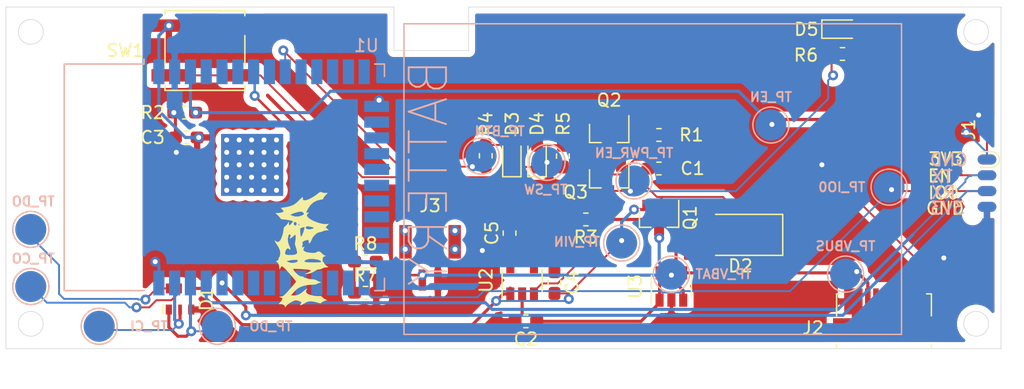
<source format=kicad_pcb>
(kicad_pcb (version 20171130) (host pcbnew 5.1.4-e60b266~84~ubuntu19.04.1)

  (general
    (thickness 1.6)
    (drawings 25)
    (tracks 301)
    (zones 0)
    (modules 41)
    (nets 21)
  )

  (page A4)
  (layers
    (0 F.Cu signal)
    (31 B.Cu signal)
    (32 B.Adhes user)
    (33 F.Adhes user)
    (34 B.Paste user)
    (35 F.Paste user)
    (36 B.SilkS user)
    (37 F.SilkS user)
    (38 B.Mask user)
    (39 F.Mask user)
    (40 Dwgs.User user)
    (41 Cmts.User user)
    (42 Eco1.User user)
    (43 Eco2.User user)
    (44 Edge.Cuts user)
    (45 Margin user)
    (46 B.CrtYd user)
    (47 F.CrtYd user)
    (48 B.Fab user)
    (49 F.Fab user)
  )

  (setup
    (last_trace_width 0.2)
    (user_trace_width 0.1524)
    (user_trace_width 0.2)
    (trace_clearance 0.1524)
    (zone_clearance 0.508)
    (zone_45_only no)
    (trace_min 0.1524)
    (via_size 0.8)
    (via_drill 0.4)
    (via_min_size 0.4)
    (via_min_drill 0.3)
    (uvia_size 0.3)
    (uvia_drill 0.1)
    (uvias_allowed no)
    (uvia_min_size 0.2)
    (uvia_min_drill 0.1)
    (edge_width 0.05)
    (segment_width 0.2)
    (pcb_text_width 0.3)
    (pcb_text_size 1.5 1.5)
    (mod_edge_width 0.12)
    (mod_text_size 1 1)
    (mod_text_width 0.15)
    (pad_size 1.524 1.524)
    (pad_drill 0.762)
    (pad_to_mask_clearance 0.051)
    (solder_mask_min_width 0.25)
    (aux_axis_origin 0 0)
    (grid_origin 78.5 111.2)
    (visible_elements FFFFFF7F)
    (pcbplotparams
      (layerselection 0x010fc_ffffffff)
      (usegerberextensions false)
      (usegerberattributes false)
      (usegerberadvancedattributes false)
      (creategerberjobfile false)
      (excludeedgelayer true)
      (linewidth 0.100000)
      (plotframeref false)
      (viasonmask false)
      (mode 1)
      (useauxorigin false)
      (hpglpennumber 1)
      (hpglpenspeed 20)
      (hpglpendiameter 15.000000)
      (psnegative false)
      (psa4output false)
      (plotreference true)
      (plotvalue true)
      (plotinvisibletext false)
      (padsonsilk false)
      (subtractmaskfromsilk false)
      (outputformat 1)
      (mirror false)
      (drillshape 1)
      (scaleselection 1)
      (outputdirectory ""))
  )

  (net 0 "")
  (net 1 GND)
  (net 2 VUSB)
  (net 3 "Net-(D1-Pad6)")
  (net 4 "Net-(D1-Pad5)")
  (net 5 "Net-(D1-Pad2)")
  (net 6 "Net-(D1-Pad1)")
  (net 7 RX)
  (net 8 TX)
  (net 9 EN)
  (net 10 IO0)
  (net 11 +3V3)
  (net 12 VIN)
  (net 13 VBAT)
  (net 14 "Net-(C1-Pad2)")
  (net 15 "Net-(D3-Pad2)")
  (net 16 PWR_EN)
  (net 17 "Net-(D3-Pad1)")
  (net 18 BTN)
  (net 19 "Net-(D5-Pad2)")
  (net 20 "Net-(R7-Pad1)")

  (net_class Default "This is the default net class."
    (clearance 0.1524)
    (trace_width 0.1524)
    (via_dia 0.8)
    (via_drill 0.4)
    (uvia_dia 0.3)
    (uvia_drill 0.1)
    (add_net +3V3)
    (add_net BTN)
    (add_net EN)
    (add_net GND)
    (add_net IO0)
    (add_net "Net-(C1-Pad2)")
    (add_net "Net-(D1-Pad1)")
    (add_net "Net-(D1-Pad2)")
    (add_net "Net-(D1-Pad5)")
    (add_net "Net-(D1-Pad6)")
    (add_net "Net-(D3-Pad1)")
    (add_net "Net-(D3-Pad2)")
    (add_net "Net-(D5-Pad2)")
    (add_net "Net-(J2-Pad2)")
    (add_net "Net-(J2-Pad3)")
    (add_net "Net-(J2-Pad4)")
    (add_net "Net-(R7-Pad1)")
    (add_net "Net-(U1-Pad10)")
    (add_net "Net-(U1-Pad11)")
    (add_net "Net-(U1-Pad12)")
    (add_net "Net-(U1-Pad13)")
    (add_net "Net-(U1-Pad14)")
    (add_net "Net-(U1-Pad16)")
    (add_net "Net-(U1-Pad17)")
    (add_net "Net-(U1-Pad18)")
    (add_net "Net-(U1-Pad19)")
    (add_net "Net-(U1-Pad20)")
    (add_net "Net-(U1-Pad21)")
    (add_net "Net-(U1-Pad22)")
    (add_net "Net-(U1-Pad23)")
    (add_net "Net-(U1-Pad24)")
    (add_net "Net-(U1-Pad26)")
    (add_net "Net-(U1-Pad27)")
    (add_net "Net-(U1-Pad28)")
    (add_net "Net-(U1-Pad29)")
    (add_net "Net-(U1-Pad30)")
    (add_net "Net-(U1-Pad31)")
    (add_net "Net-(U1-Pad32)")
    (add_net "Net-(U1-Pad33)")
    (add_net "Net-(U1-Pad4)")
    (add_net "Net-(U1-Pad5)")
    (add_net "Net-(U1-Pad6)")
    (add_net "Net-(U1-Pad8)")
    (add_net "Net-(U2-Pad4)")
    (add_net PWR_EN)
    (add_net RX)
    (add_net TX)
    (add_net VBAT)
    (add_net VIN)
    (add_net VUSB)
  )

  (module Resistor_SMD:R_0603_1608Metric_Pad1.05x0.95mm_HandSolder (layer F.Cu) (tedit 5B301BBD) (tstamp 5D8C39C0)
    (at 107.4 131.69)
    (descr "Resistor SMD 0603 (1608 Metric), square (rectangular) end terminal, IPC_7351 nominal with elongated pad for handsoldering. (Body size source: http://www.tortai-tech.com/upload/download/2011102023233369053.pdf), generated with kicad-footprint-generator")
    (tags "resistor handsolder")
    (path /5DD3EF8D)
    (attr smd)
    (fp_text reference R8 (at 0 -1.43) (layer F.SilkS)
      (effects (font (size 1 1) (thickness 0.15)))
    )
    (fp_text value 100k (at 0 1.43) (layer F.Fab)
      (effects (font (size 1 1) (thickness 0.15)))
    )
    (fp_text user %R (at 0 0) (layer F.Fab)
      (effects (font (size 0.4 0.4) (thickness 0.06)))
    )
    (fp_line (start 1.65 0.73) (end -1.65 0.73) (layer F.CrtYd) (width 0.05))
    (fp_line (start 1.65 -0.73) (end 1.65 0.73) (layer F.CrtYd) (width 0.05))
    (fp_line (start -1.65 -0.73) (end 1.65 -0.73) (layer F.CrtYd) (width 0.05))
    (fp_line (start -1.65 0.73) (end -1.65 -0.73) (layer F.CrtYd) (width 0.05))
    (fp_line (start -0.171267 0.51) (end 0.171267 0.51) (layer F.SilkS) (width 0.12))
    (fp_line (start -0.171267 -0.51) (end 0.171267 -0.51) (layer F.SilkS) (width 0.12))
    (fp_line (start 0.8 0.4) (end -0.8 0.4) (layer F.Fab) (width 0.1))
    (fp_line (start 0.8 -0.4) (end 0.8 0.4) (layer F.Fab) (width 0.1))
    (fp_line (start -0.8 -0.4) (end 0.8 -0.4) (layer F.Fab) (width 0.1))
    (fp_line (start -0.8 0.4) (end -0.8 -0.4) (layer F.Fab) (width 0.1))
    (pad 2 smd roundrect (at 0.875 0) (size 1.05 0.95) (layers F.Cu F.Paste F.Mask) (roundrect_rratio 0.25)
      (net 13 VBAT))
    (pad 1 smd roundrect (at -0.875 0) (size 1.05 0.95) (layers F.Cu F.Paste F.Mask) (roundrect_rratio 0.25)
      (net 20 "Net-(R7-Pad1)"))
    (model ${KISYS3DMOD}/Resistor_SMD.3dshapes/R_0603_1608Metric.wrl
      (at (xyz 0 0 0))
      (scale (xyz 1 1 1))
      (rotate (xyz 0 0 0))
    )
  )

  (module Resistor_SMD:R_0603_1608Metric_Pad1.05x0.95mm_HandSolder (layer F.Cu) (tedit 5B301BBD) (tstamp 5D8C39AF)
    (at 107.4 134.2)
    (descr "Resistor SMD 0603 (1608 Metric), square (rectangular) end terminal, IPC_7351 nominal with elongated pad for handsoldering. (Body size source: http://www.tortai-tech.com/upload/download/2011102023233369053.pdf), generated with kicad-footprint-generator")
    (tags "resistor handsolder")
    (path /5DD3E2C9)
    (attr smd)
    (fp_text reference R7 (at 0 -1.43) (layer F.SilkS)
      (effects (font (size 1 1) (thickness 0.15)))
    )
    (fp_text value 100k (at 0 1.43) (layer F.Fab)
      (effects (font (size 1 1) (thickness 0.15)))
    )
    (fp_text user %R (at 0 0) (layer F.Fab)
      (effects (font (size 0.4 0.4) (thickness 0.06)))
    )
    (fp_line (start 1.65 0.73) (end -1.65 0.73) (layer F.CrtYd) (width 0.05))
    (fp_line (start 1.65 -0.73) (end 1.65 0.73) (layer F.CrtYd) (width 0.05))
    (fp_line (start -1.65 -0.73) (end 1.65 -0.73) (layer F.CrtYd) (width 0.05))
    (fp_line (start -1.65 0.73) (end -1.65 -0.73) (layer F.CrtYd) (width 0.05))
    (fp_line (start -0.171267 0.51) (end 0.171267 0.51) (layer F.SilkS) (width 0.12))
    (fp_line (start -0.171267 -0.51) (end 0.171267 -0.51) (layer F.SilkS) (width 0.12))
    (fp_line (start 0.8 0.4) (end -0.8 0.4) (layer F.Fab) (width 0.1))
    (fp_line (start 0.8 -0.4) (end 0.8 0.4) (layer F.Fab) (width 0.1))
    (fp_line (start -0.8 -0.4) (end 0.8 -0.4) (layer F.Fab) (width 0.1))
    (fp_line (start -0.8 0.4) (end -0.8 -0.4) (layer F.Fab) (width 0.1))
    (pad 2 smd roundrect (at 0.875 0) (size 1.05 0.95) (layers F.Cu F.Paste F.Mask) (roundrect_rratio 0.25)
      (net 1 GND))
    (pad 1 smd roundrect (at -0.875 0) (size 1.05 0.95) (layers F.Cu F.Paste F.Mask) (roundrect_rratio 0.25)
      (net 20 "Net-(R7-Pad1)"))
    (model ${KISYS3DMOD}/Resistor_SMD.3dshapes/R_0603_1608Metric.wrl
      (at (xyz 0 0 0))
      (scale (xyz 1 1 1))
      (rotate (xyz 0 0 0))
    )
  )

  (module ricmohte:MRA2019 locked (layer F.Cu) (tedit 5D5E2BBA) (tstamp 5D5EBAD0)
    (at 103.8 131.5 90)
    (fp_text reference Ref** (at 0.5 0.5 270) (layer F.SilkS) hide
      (effects (font (size 1.27 1.27) (thickness 0.15)))
    )
    (fp_text value Val** (at 0.5 0.5 270) (layer F.SilkS) hide
      (effects (font (size 1.27 1.27) (thickness 0.15)))
    )
    (fp_poly (pts (xy -1.197666 2.441334) (xy -1.84865 2.441334) (xy -2.107905 2.442821) (xy -2.294839 2.448022)
      (xy -2.421758 2.458049) (xy -2.500967 2.474011) (xy -2.544771 2.497019) (xy -2.552333 2.504834)
      (xy -2.563444 2.528293) (xy -2.544826 2.545228) (xy -2.485933 2.556668) (xy -2.376219 2.563643)
      (xy -2.205139 2.567179) (xy -1.962149 2.568307) (xy -1.90135 2.568334) (xy -1.197666 2.568334)
      (xy -1.197666 3.245667) (xy -2.73225 3.245343) (xy -4.266832 3.24502) (xy -3.523583 2.50451)
      (xy -2.780332 1.764) (xy -2.306499 1.764) (xy -2.095986 1.762233) (xy -1.956763 1.755742)
      (xy -1.875503 1.742741) (xy -1.83888 1.721444) (xy -1.832666 1.7005) (xy -1.842049 1.68135)
      (xy -1.87617 1.666399) (xy -1.94399 1.65515) (xy -2.054469 1.647106) (xy -2.216567 1.64177)
      (xy -2.439244 1.638645) (xy -2.731462 1.637234) (xy -2.977447 1.637) (xy -4.122228 1.637)
      (xy -4.0975 0.980834) (xy -2.647583 0.969694) (xy -1.197666 0.958555) (xy -1.197666 2.441334)) (layer F.Mask) (width 0.01))
    (fp_poly (pts (xy 0.421584 0.969694) (xy 1.8715 0.980834) (xy 1.882775 2.11325) (xy 1.89405 3.245667)
      (xy -1.028333 3.245667) (xy -1.028333 1.637) (xy -0.393333 1.637) (xy -0.393333 2.568334)
      (xy 1.215334 2.568334) (xy 1.215334 1.637) (xy -0.393333 1.637) (xy -1.028333 1.637)
      (xy -1.028333 0.958555) (xy 0.421584 0.969694)) (layer F.Mask) (width 0.01))
    (fp_poly (pts (xy 2.697 3.245667) (xy 2.019667 3.245667) (xy 2.019667 1.656181) (xy 2.358334 1.3195)
      (xy 2.697 0.98282) (xy 2.697 3.245667)) (layer F.Mask) (width 0.01))
    (fp_poly (pts (xy 5.745 3.245667) (xy 2.824 3.245667) (xy 2.824 2.568334) (xy 3.945834 2.568334)
      (xy 4.287242 2.567799) (xy 4.553037 2.565855) (xy 4.752263 2.56199) (xy 4.893968 2.55569)
      (xy 4.9872 2.546444) (xy 5.041005 2.53374) (xy 5.06443 2.517066) (xy 5.067667 2.504834)
      (xy 5.05823 2.485508) (xy 5.023886 2.470464) (xy 4.95559 2.459187) (xy 4.844294 2.451165)
      (xy 4.680951 2.445888) (xy 4.456514 2.442843) (xy 4.161936 2.441517) (xy 3.945834 2.441334)
      (xy 2.824 2.441334) (xy 2.824 1.7005) (xy 3.501334 1.7005) (xy 3.511943 1.723171)
      (xy 3.55091 1.739847) (xy 3.628939 1.751394) (xy 3.756736 1.758682) (xy 3.945007 1.762578)
      (xy 4.204456 1.76395) (xy 4.2845 1.764) (xy 4.564112 1.76314) (xy 4.769775 1.75998)
      (xy 4.912194 1.753654) (xy 5.002075 1.743292) (xy 5.050124 1.728027) (xy 5.067045 1.70699)
      (xy 5.067667 1.7005) (xy 5.057057 1.677829) (xy 5.01809 1.661154) (xy 4.940061 1.649606)
      (xy 4.812264 1.642318) (xy 4.623994 1.638423) (xy 4.364545 1.637051) (xy 4.2845 1.637)
      (xy 4.004888 1.63786) (xy 3.799225 1.64102) (xy 3.656806 1.647347) (xy 3.566925 1.657709)
      (xy 3.518877 1.672974) (xy 3.501955 1.69401) (xy 3.501334 1.7005) (xy 2.824 1.7005)
      (xy 2.824 0.959667) (xy 5.745 0.959667) (xy 5.745 3.245667)) (layer F.Mask) (width 0.01))
    (fp_poly (pts (xy 1.490772 -3.663753) (xy 1.454728 -3.619583) (xy 1.384739 -3.495772) (xy 1.398113 -3.375249)
      (xy 1.493555 -3.262772) (xy 1.564584 -3.21509) (xy 1.745432 -3.130642) (xy 1.967571 -3.056036)
      (xy 2.194303 -3.001602) (xy 2.388931 -2.977666) (xy 2.4094 -2.977333) (xy 2.52935 -2.957329)
      (xy 2.621904 -2.883264) (xy 2.649844 -2.847802) (xy 2.755062 -2.733999) (xy 2.876647 -2.638394)
      (xy 2.880055 -2.636294) (xy 3.0145 -2.554316) (xy 2.879415 -2.554158) (xy 2.779067 -2.54377)
      (xy 2.722688 -2.518876) (xy 2.721922 -2.517742) (xy 2.740773 -2.477611) (xy 2.8045 -2.406869)
      (xy 2.890612 -2.326186) (xy 2.976615 -2.256235) (xy 3.040018 -2.217687) (xy 3.050958 -2.215333)
      (xy 3.073291 -2.253668) (xy 3.10259 -2.354185) (xy 3.134542 -2.495157) (xy 3.164834 -2.654854)
      (xy 3.189152 -2.811546) (xy 3.203185 -2.943506) (xy 3.205 -2.991405) (xy 3.213737 -3.118358)
      (xy 3.250025 -3.195331) (xy 3.321417 -3.251452) (xy 3.421952 -3.328643) (xy 3.535975 -3.436641)
      (xy 3.574787 -3.478571) (xy 3.711741 -3.6335) (xy 3.712606 -3.464166) (xy 3.724093 -3.307817)
      (xy 3.752707 -3.16021) (xy 3.792028 -3.04405) (xy 3.835637 -2.982044) (xy 3.850257 -2.977333)
      (xy 3.910706 -3.004452) (xy 3.996352 -3.071127) (xy 4.011463 -3.085207) (xy 4.124059 -3.193081)
      (xy 4.177205 -2.862957) (xy 4.237134 -2.557208) (xy 4.31278 -2.314035) (xy 4.414229 -2.111532)
      (xy 4.551568 -1.927796) (xy 4.661446 -1.811436) (xy 4.821046 -1.652401) (xy 4.92572 -1.54351)
      (xy 4.980915 -1.475547) (xy 4.99208 -1.4393) (xy 4.964663 -1.425552) (xy 4.904111 -1.42509)
      (xy 4.889487 -1.425736) (xy 4.794632 -1.422205) (xy 4.752592 -1.383029) (xy 4.736324 -1.286844)
      (xy 4.752543 -1.151914) (xy 4.815579 -0.970644) (xy 4.916745 -0.760624) (xy 5.04735 -0.539445)
      (xy 5.198705 -0.3247) (xy 5.233175 -0.280996) (xy 5.334098 -0.153362) (xy 5.389464 -0.069285)
      (xy 5.407172 -0.006667) (xy 5.395121 0.056593) (xy 5.373649 0.112012) (xy 5.33649 0.258951)
      (xy 5.329158 0.411675) (xy 5.329421 0.414565) (xy 5.34443 0.571947) (xy 5.140401 0.381102)
      (xy 5.028375 0.286708) (xy 4.934247 0.225843) (xy 4.880509 0.211693) (xy 4.841265 0.197176)
      (xy 4.813078 0.11234) (xy 4.799989 0.02494) (xy 4.72087 -0.30063) (xy 4.56762 -0.588581)
      (xy 4.3448 -0.832543) (xy 4.056969 -1.026146) (xy 4.042291 -1.03371) (xy 3.887021 -1.110089)
      (xy 3.793095 -1.145939) (xy 3.747786 -1.141748) (xy 3.738371 -1.098002) (xy 3.746139 -1.045065)
      (xy 3.767536 -0.93313) (xy 3.676768 -1.023898) (xy 3.581464 -1.096923) (xy 3.493667 -1.102573)
      (xy 3.392653 -1.038608) (xy 3.338147 -0.987301) (xy 3.217559 -0.831212) (xy 3.100403 -0.617305)
      (xy 2.994338 -0.367856) (xy 2.907022 -0.105144) (xy 2.846112 0.148552) (xy 2.819266 0.370955)
      (xy 2.825931 0.502874) (xy 2.85245 0.659914) (xy 2.702826 0.528543) (xy 2.553203 0.397172)
      (xy 2.444223 0.527712) (xy 2.335243 0.658253) (xy 2.334691 0.502043) (xy 2.313859 0.35302)
      (xy 2.264217 0.207105) (xy 2.26157 0.201746) (xy 2.213231 0.085243) (xy 2.189497 -0.012231)
      (xy 2.189 -0.022606) (xy 2.152493 -0.181535) (xy 2.054598 -0.351126) (xy 1.91275 -0.511142)
      (xy 1.744388 -0.641343) (xy 1.593928 -0.713299) (xy 1.459503 -0.769579) (xy 1.350291 -0.83525)
      (xy 1.319584 -0.862415) (xy 1.2755 -0.916928) (xy 1.287024 -0.940065) (xy 1.367068 -0.945262)
      (xy 1.399272 -0.945333) (xy 1.502207 -0.952392) (xy 1.545552 -0.984993) (xy 1.547608 -1.001514)
      (xy 2.401395 -1.001514) (xy 2.403377 -0.845439) (xy 2.443623 -0.668279) (xy 2.486529 -0.570049)
      (xy 2.526086 -0.55143) (xy 2.564695 -0.614021) (xy 2.604753 -0.759421) (xy 2.608907 -0.778464)
      (xy 2.643491 -0.964195) (xy 2.65088 -1.084385) (xy 2.630304 -1.15393) (xy 2.587884 -1.185284)
      (xy 2.497739 -1.186096) (xy 2.434212 -1.119953) (xy 2.401395 -1.001514) (xy 1.547608 -1.001514)
      (xy 1.554 -1.052853) (xy 1.534789 -1.158071) (xy 1.486844 -1.289405) (xy 1.468061 -1.328828)
      (xy 1.407079 -1.432612) (xy 1.357308 -1.470239) (xy 1.309311 -1.45946) (xy 1.211762 -1.443149)
      (xy 1.151834 -1.455676) (xy 1.045087 -1.485813) (xy 0.991594 -1.492691) (xy 0.940517 -1.481975)
      (xy 0.951824 -1.42932) (xy 0.959844 -1.413783) (xy 0.998766 -1.327176) (xy 0.984316 -1.304685)
      (xy 0.912637 -1.341745) (xy 0.903798 -1.347484) (xy 0.783929 -1.390917) (xy 0.68316 -1.353545)
      (xy 0.602874 -1.237355) (xy 0.544451 -1.044333) (xy 0.509576 -0.780441) (xy 0.499431 -0.597867)
      (xy 0.504546 -0.476384) (xy 0.527205 -0.39342) (xy 0.553277 -0.34823) (xy 0.619818 -0.196965)
      (xy 0.602494 -0.055538) (xy 0.501845 0.072874) (xy 0.478616 0.091564) (xy 0.379598 0.188423)
      (xy 0.313026 0.292188) (xy 0.304723 0.315968) (xy 0.27488 0.4305) (xy 0.234998 0.325862)
      (xy 0.186396 0.234381) (xy 0.144308 0.188927) (xy 0.077772 0.168099) (xy -0.020036 0.157866)
      (xy -0.11968 0.158246) (xy -0.19172 0.16926) (xy -0.208385 0.188684) (xy -0.22795 0.226215)
      (xy -0.303231 0.273011) (xy -0.312985 0.277459) (xy -0.419588 0.349803) (xy -0.521586 0.456953)
      (xy -0.537219 0.478607) (xy -0.636241 0.624331) (xy -0.656781 0.41057) (xy -0.682314 0.269881)
      (xy -0.723812 0.155361) (xy -0.746993 0.119821) (xy -0.795909 0.02439) (xy -0.817264 -0.099042)
      (xy -0.817291 -0.102) (xy -0.820566 -0.178809) (xy -0.835254 -0.247925) (xy -0.869774 -0.328962)
      (xy -0.932544 -0.441536) (xy -0.989946 -0.536046) (xy -0.265867 -0.536046) (xy -0.263779 -0.338578)
      (xy -0.257765 -0.168229) (xy -0.2488 -0.045404) (xy -0.239936 0.005532) (xy -0.199886 0.047454)
      (xy -0.147712 0.019312) (xy -0.092186 -0.066912) (xy -0.042081 -0.199235) (xy -0.017865 -0.297782)
      (xy 0.021916 -0.581212) (xy 0.02548 -0.839663) (xy -0.006562 -1.053188) (xy -0.044149 -1.154479)
      (xy -0.11099 -1.266266) (xy -0.16445 -1.309137) (xy -0.205512 -1.28035) (xy -0.235158 -1.177166)
      (xy -0.254371 -0.996845) (xy -0.264132 -0.736646) (xy -0.265867 -0.536046) (xy -0.989946 -0.536046)
      (xy -1.031985 -0.605259) (xy -1.036349 -0.612344) (xy -1.130421 -0.822753) (xy -1.175438 -1.03)
      (xy -1.200679 -1.262833) (xy -1.092804 -1.052747) (xy -1.025873 -0.928901) (xy -0.969077 -0.834998)
      (xy -0.944704 -0.802437) (xy -0.903301 -0.795867) (xy -0.867747 -0.866268) (xy -0.837687 -1.015474)
      (xy -0.812769 -1.245321) (xy -0.792641 -1.557641) (xy -0.791766 -1.575581) (xy 1.808 -1.575581)
      (xy 1.846006 -1.531386) (xy 1.946928 -1.47578) (xy 2.091122 -1.416117) (xy 2.258944 -1.359756)
      (xy 2.43075 -1.314053) (xy 2.577171 -1.287527) (xy 2.585385 -1.321038) (xy 2.571152 -1.408924)
      (xy 2.562654 -1.44275) (xy 2.527072 -1.55399) (xy 2.493408 -1.627844) (xy 2.487544 -1.635572)
      (xy 2.433613 -1.648738) (xy 2.324856 -1.650801) (xy 2.185631 -1.643914) (xy 2.040298 -1.630226)
      (xy 1.91322 -1.611888) (xy 1.828754 -1.59105) (xy 1.808 -1.575581) (xy -0.791766 -1.575581)
      (xy -0.790308 -1.605448) (xy -0.783494 -1.749666) (xy 2.718167 -1.749666) (xy 2.727289 -1.713039)
      (xy 2.755503 -1.707333) (xy 2.828645 -1.732172) (xy 2.845167 -1.749666) (xy 2.836045 -1.786294)
      (xy 2.80783 -1.792) (xy 2.734689 -1.767161) (xy 2.718167 -1.749666) (xy -0.783494 -1.749666)
      (xy -0.761013 -2.225441) (xy -0.856085 -2.17456) (xy -1.015988 -2.067795) (xy -1.164022 -1.931705)
      (xy -1.286457 -1.783686) (xy -1.369567 -1.641131) (xy -1.399624 -1.521436) (xy -1.395774 -1.490722)
      (xy -1.393028 -1.425802) (xy -1.4087 -1.411) (xy -1.452701 -1.372112) (xy -1.50025 -1.268226)
      (xy -1.545669 -1.118506) (xy -1.583282 -0.942114) (xy -1.607413 -0.758216) (xy -1.609342 -0.733666)
      (xy -1.62785 -0.569591) (xy -1.655416 -0.434078) (xy -1.686463 -0.353822) (xy -1.689548 -0.349859)
      (xy -1.740497 -0.267896) (xy -1.794659 -0.147899) (xy -1.806168 -0.117026) (xy -1.865288 0.0495)
      (xy -1.896347 -0.0775) (xy -1.942545 -0.209672) (xy -1.993141 -0.309357) (xy -2.039729 -0.447163)
      (xy -2.048781 -0.632142) (xy -2.054413 -0.849727) (xy -2.084888 -1.09603) (xy -2.134039 -1.334173)
      (xy -2.195699 -1.527277) (xy -2.200257 -1.538) (xy -2.276179 -1.705554) (xy -2.343868 -1.827664)
      (xy -2.423073 -1.931608) (xy -2.53354 -2.044664) (xy -2.636515 -2.140595) (xy -2.912166 -2.393517)
      (xy -2.924945 -2.17791) (xy -2.90875 -1.948308) (xy -2.828028 -1.724253) (xy -2.676727 -1.491684)
      (xy -2.579488 -1.375408) (xy -2.482234 -1.258294) (xy -2.414838 -1.162889) (xy -2.38236 -1.099869)
      (xy -2.389866 -1.07991) (xy -2.442417 -1.113689) (xy -2.464517 -1.132983) (xy -2.570786 -1.18958)
      (xy -2.675372 -1.163286) (xy -2.781069 -1.053298) (xy -2.790568 -1.03951) (xy -2.853929 -0.904515)
      (xy -2.908694 -0.714296) (xy -2.949174 -0.498245) (xy -2.969679 -0.285757) (xy -2.96698 -0.128062)
      (xy -2.964386 -0.003493) (xy -2.995416 0.075631) (xy -3.052743 0.130839) (xy -3.138421 0.224284)
      (xy -3.216358 0.349167) (xy -3.226951 0.371465) (xy -3.298266 0.530752) (xy -3.347829 0.345441)
      (xy -3.397246 0.212524) (xy -3.460721 0.104828) (xy -3.481216 0.082036) (xy -3.524555 0.037608)
      (xy -3.542881 -0.007083) (xy -3.536024 -0.075074) (xy -3.503816 -0.189405) (xy -3.478637 -0.269612)
      (xy -3.431007 -0.457994) (xy -3.398185 -0.658971) (xy -3.388802 -0.78529) (xy -3.393788 -0.932221)
      (xy -3.421071 -1.051679) (xy -3.481793 -1.179923) (xy -3.540351 -1.278504) (xy -3.618546 -1.415404)
      (xy -3.674247 -1.532415) (xy -3.695333 -1.603858) (xy -3.690039 -1.653071) (xy -3.659924 -1.644195)
      (xy -3.612243 -1.602927) (xy -3.530393 -1.553943) (xy -3.472098 -1.549626) (xy -3.424684 -1.603234)
      (xy -3.375852 -1.7112) (xy -3.335938 -1.844036) (xy -3.315278 -1.972253) (xy -3.314333 -1.999681)
      (xy -3.339904 -2.123864) (xy -3.407244 -2.281828) (xy -3.502292 -2.451071) (xy -3.610988 -2.609088)
      (xy -3.719272 -2.733377) (xy -3.813083 -2.801435) (xy -3.815972 -2.802537) (xy -3.879424 -2.832776)
      (xy -3.861291 -2.846529) (xy -3.854083 -2.846991) (xy -3.739269 -2.890961) (xy -3.654379 -2.998776)
      (xy -3.612756 -3.151252) (xy -3.610666 -3.19692) (xy -3.610666 -3.374174) (xy -3.49425 -3.265593)
      (xy -3.380526 -3.172633) (xy -3.266027 -3.099337) (xy -3.178918 -3.063221) (xy -3.166906 -3.062)
      (xy -3.13486 -3.096807) (xy -3.090588 -3.182037) (xy -3.08442 -3.196356) (xy -3.027928 -3.330712)
      (xy -2.99818 -3.154638) (xy -2.972984 -3.058029) (xy -2.924218 -2.967876) (xy -2.838337 -2.865395)
      (xy -2.701795 -2.731799) (xy -2.676012 -2.707826) (xy -2.499225 -2.548066) (xy -2.299551 -2.37355)
      (xy -2.115802 -2.218118) (xy -2.089575 -2.196546) (xy -1.795558 -1.956002) (xy -1.312259 -2.365082)
      (xy -0.301204 -2.365082) (xy -0.291392 -2.129044) (xy -0.259037 -1.996006) (xy -0.216613 -1.887206)
      (xy -0.166889 -1.844166) (xy -0.121453 -1.842928) (xy -0.073185 -1.858052) (xy -0.048412 -1.899302)
      (xy -0.04144 -1.987042) (xy -0.045335 -2.115124) (xy -0.061889 -2.293573) (xy -0.083078 -2.420021)
      (xy 0.3303 -2.420021) (xy 0.340325 -2.229937) (xy 0.366843 -2.07069) (xy 0.392603 -1.998311)
      (xy 0.441248 -1.918442) (xy 0.496466 -1.887585) (xy 0.590958 -1.892484) (xy 0.63602 -1.899636)
      (xy 0.784039 -1.933045) (xy 0.955711 -1.983842) (xy 1.029996 -2.009736) (xy 1.180664 -2.056857)
      (xy 1.288454 -2.06498) (xy 1.360835 -2.047013) (xy 1.450649 -2.026253) (xy 1.578709 -2.011888)
      (xy 1.7202 -2.004589) (xy 1.85031 -2.005032) (xy 1.909812 -2.010643) (xy 2.700693 -2.010643)
      (xy 2.743748 -1.957709) (xy 2.857444 -1.920849) (xy 2.950402 -1.954812) (xy 2.990031 -2.01425)
      (xy 2.992386 -2.029812) (xy 3.427416 -2.029812) (xy 3.436767 -1.764052) (xy 3.506547 -1.535264)
      (xy 3.579752 -1.394961) (xy 3.647455 -1.335993) (xy 3.716388 -1.355921) (xy 3.782421 -1.435261)
      (xy 3.821464 -1.51056) (xy 3.833647 -1.594095) (xy 3.821073 -1.715789) (xy 3.807559 -1.7928)
      (xy 3.763638 -1.974348) (xy 3.703166 -2.160293) (xy 3.668751 -2.244789) (xy 3.576176 -2.448166)
      (xy 3.497532 -2.278833) (xy 3.427416 -2.029812) (xy 2.992386 -2.029812) (xy 3.002524 -2.096786)
      (xy 2.950141 -2.145967) (xy 2.948671 -2.146676) (xy 2.855217 -2.162301) (xy 2.770183 -2.13326)
      (xy 2.712397 -2.076919) (xy 2.700693 -2.010643) (xy 1.909812 -2.010643) (xy 1.944225 -2.013888)
      (xy 1.977334 -2.030286) (xy 1.951239 -2.074209) (xy 1.884379 -2.157867) (xy 1.829167 -2.220908)
      (xy 1.73378 -2.339499) (xy 1.684247 -2.428091) (xy 1.682452 -2.4767) (xy 1.730278 -2.475343)
      (xy 1.787045 -2.444135) (xy 1.874596 -2.400385) (xy 1.937357 -2.413064) (xy 1.956379 -2.427176)
      (xy 2.012214 -2.491425) (xy 1.994459 -2.541096) (xy 1.898086 -2.588033) (xy 1.88635 -2.592192)
      (xy 1.643985 -2.637346) (xy 1.381301 -2.620702) (xy 1.13294 -2.544865) (xy 1.1095 -2.53377)
      (xy 0.976628 -2.47507) (xy 0.863887 -2.436704) (xy 0.817189 -2.428324) (xy 0.762732 -2.433173)
      (xy 0.77225 -2.464742) (xy 0.806606 -2.504417) (xy 0.861738 -2.592139) (xy 0.876667 -2.651496)
      (xy 0.83854 -2.722458) (xy 0.73981 -2.789929) (xy 0.603952 -2.840456) (xy 0.518928 -2.856514)
      (xy 0.424394 -2.854207) (xy 0.377244 -2.803786) (xy 0.364398 -2.765666) (xy 0.337935 -2.609184)
      (xy 0.3303 -2.420021) (xy -0.083078 -2.420021) (xy -0.091548 -2.470559) (xy -0.113797 -2.559624)
      (xy -0.170423 -2.7445) (xy -0.239545 -2.58711) (xy -0.301204 -2.365082) (xy -1.312259 -2.365082)
      (xy -1.265749 -2.404449) (xy -0.986918 -2.646578) (xy -0.778082 -2.841689) (xy -0.639311 -2.989709)
      (xy -0.570677 -3.090566) (xy -0.562666 -3.122074) (xy -0.595136 -3.158955) (xy -0.674892 -3.215957)
      (xy -0.690925 -3.22591) (xy -0.819184 -3.303908) (xy -0.595675 -3.329795) (xy -0.438848 -3.359508)
      (xy -0.329431 -3.415157) (xy -0.25575 -3.484675) (xy -0.182476 -3.560686) (xy -0.148357 -3.576231)
      (xy -0.139386 -3.536741) (xy -0.139333 -3.529824) (xy -0.107422 -3.451158) (xy -0.034203 -3.390257)
      (xy 0.04655 -3.370921) (xy 0.073208 -3.380041) (xy 0.111626 -3.376822) (xy 0.114667 -3.362531)
      (xy 0.151233 -3.324584) (xy 0.242596 -3.282181) (xy 0.279787 -3.269927) (xy 0.487976 -3.236753)
      (xy 0.700239 -3.265986) (xy 0.93075 -3.36122) (xy 1.138106 -3.487535) (xy 1.317043 -3.604608)
      (xy 1.43698 -3.673633) (xy 1.495646 -3.693664) (xy 1.490772 -3.663753)) (layer F.SilkS) (width 0.01))
  )

  (module TestPoint:TestPoint_Pad_D2.5mm (layer B.Cu) (tedit 5A0F774F) (tstamp 5D5E255D)
    (at 129 125.2)
    (descr "SMD pad as test Point, diameter 2.5mm")
    (tags "test point SMD pad")
    (path /5D83F8EF)
    (attr virtual)
    (fp_text reference TP12 (at 0 2.148) (layer B.Fab)
      (effects (font (size 1 1) (thickness 0.15)) (justify mirror))
    )
    (fp_text value TP_PWR_EN (at 0 -2.25) (layer B.SilkS)
      (effects (font (size 0.75 0.75) (thickness 0.15)) (justify mirror))
    )
    (fp_circle (center 0 0) (end 0 -1.45) (layer B.SilkS) (width 0.12))
    (fp_circle (center 0 0) (end 1.75 0) (layer B.CrtYd) (width 0.05))
    (fp_text user %R (at 0 2.15) (layer B.Fab)
      (effects (font (size 1 1) (thickness 0.15)) (justify mirror))
    )
    (pad 1 smd circle (at 0 0) (size 2.5 2.5) (layers B.Cu B.Mask)
      (net 16 PWR_EN))
  )

  (module TestPoint:TestPoint_Pad_D2.5mm (layer B.Cu) (tedit 5A0F774F) (tstamp 5D5E2555)
    (at 122 123.7)
    (descr "SMD pad as test Point, diameter 2.5mm")
    (tags "test point SMD pad")
    (path /5D846D97)
    (attr virtual)
    (fp_text reference TP11 (at 0 2.148) (layer B.Fab)
      (effects (font (size 1 1) (thickness 0.15)) (justify mirror))
    )
    (fp_text value TP_SW (at -0.1 2.2) (layer B.SilkS)
      (effects (font (size 0.75 0.75) (thickness 0.15)) (justify mirror))
    )
    (fp_circle (center 0 0) (end 0 -1.45) (layer B.SilkS) (width 0.12))
    (fp_circle (center 0 0) (end 1.75 0) (layer B.CrtYd) (width 0.05))
    (fp_text user %R (at 0 2.15) (layer B.Fab)
      (effects (font (size 1 1) (thickness 0.15)) (justify mirror))
    )
    (pad 1 smd circle (at 0 0) (size 2.5 2.5) (layers B.Cu B.Mask)
      (net 17 "Net-(D3-Pad1)"))
  )

  (module TestPoint:TestPoint_Pad_D2.5mm (layer B.Cu) (tedit 5A0F774F) (tstamp 5D5E254D)
    (at 128 130.2)
    (descr "SMD pad as test Point, diameter 2.5mm")
    (tags "test point SMD pad")
    (path /5D76F189)
    (attr virtual)
    (fp_text reference TP10 (at 0 2.148) (layer B.Fab)
      (effects (font (size 1 1) (thickness 0.15)) (justify mirror))
    )
    (fp_text value TP_VIN (at -3.6 -0.1) (layer B.SilkS)
      (effects (font (size 0.75 0.75) (thickness 0.15)) (justify mirror))
    )
    (fp_circle (center 0 0) (end 0 -1.45) (layer B.SilkS) (width 0.12))
    (fp_circle (center 0 0) (end 1.75 0) (layer B.CrtYd) (width 0.05))
    (fp_text user %R (at 0 2.15) (layer B.Fab)
      (effects (font (size 1 1) (thickness 0.15)) (justify mirror))
    )
    (pad 1 smd circle (at 0 0) (size 2.5 2.5) (layers B.Cu B.Mask)
      (net 12 VIN))
  )

  (module TestPoint:TestPoint_Pad_D2.5mm (layer B.Cu) (tedit 5A0F774F) (tstamp 5D5E2545)
    (at 132 132.7)
    (descr "SMD pad as test Point, diameter 2.5mm")
    (tags "test point SMD pad")
    (path /5D775FD2)
    (attr virtual)
    (fp_text reference TP9 (at 0 2.148) (layer B.Fab)
      (effects (font (size 1 1) (thickness 0.15)) (justify mirror))
    )
    (fp_text value TP_VBAT (at 4.2 0) (layer B.SilkS)
      (effects (font (size 0.75 0.75) (thickness 0.15)) (justify mirror))
    )
    (fp_circle (center 0 0) (end 0 -1.45) (layer B.SilkS) (width 0.12))
    (fp_circle (center 0 0) (end 1.75 0) (layer B.CrtYd) (width 0.05))
    (fp_text user %R (at 0 2.15) (layer B.Fab)
      (effects (font (size 1 1) (thickness 0.15)) (justify mirror))
    )
    (pad 1 smd circle (at 0 0) (size 2.5 2.5) (layers B.Cu B.Mask)
      (net 13 VBAT))
  )

  (module TestPoint:TestPoint_Pad_D2.5mm (layer B.Cu) (tedit 5A0F774F) (tstamp 5D5E253D)
    (at 146 132.7)
    (descr "SMD pad as test Point, diameter 2.5mm")
    (tags "test point SMD pad")
    (path /5D77526E)
    (attr virtual)
    (fp_text reference TP8 (at 0 2.148) (layer B.Fab)
      (effects (font (size 1 1) (thickness 0.15)) (justify mirror))
    )
    (fp_text value TP_VBUS (at 0 -2.25) (layer B.SilkS)
      (effects (font (size 0.75 0.75) (thickness 0.15)) (justify mirror))
    )
    (fp_circle (center 0 0) (end 0 -1.45) (layer B.SilkS) (width 0.12))
    (fp_circle (center 0 0) (end 1.75 0) (layer B.CrtYd) (width 0.05))
    (fp_text user %R (at 0 2.15) (layer B.Fab)
      (effects (font (size 1 1) (thickness 0.15)) (justify mirror))
    )
    (pad 1 smd circle (at 0 0) (size 2.5 2.5) (layers B.Cu B.Mask)
      (net 2 VUSB))
  )

  (module TestPoint:TestPoint_Pad_D2.5mm (layer B.Cu) (tedit 5A0F774F) (tstamp 5D5E2535)
    (at 80.5 133.7)
    (descr "SMD pad as test Point, diameter 2.5mm")
    (tags "test point SMD pad")
    (path /5D63E9C0)
    (attr virtual)
    (fp_text reference TP7 (at 0 2.148) (layer B.Fab)
      (effects (font (size 1 1) (thickness 0.15)) (justify mirror))
    )
    (fp_text value TP_CO (at 0.2 -2.25) (layer B.SilkS)
      (effects (font (size 0.75 0.75) (thickness 0.15)) (justify mirror))
    )
    (fp_circle (center 0 0) (end 0 -1.45) (layer B.SilkS) (width 0.12))
    (fp_circle (center 0 0) (end 1.75 0) (layer B.CrtYd) (width 0.05))
    (fp_text user %R (at 0 2.15) (layer B.Fab)
      (effects (font (size 1 1) (thickness 0.15)) (justify mirror))
    )
    (pad 1 smd circle (at 0 0) (size 2.5 2.5) (layers B.Cu B.Mask)
      (net 4 "Net-(D1-Pad5)"))
  )

  (module TestPoint:TestPoint_Pad_D2.5mm (layer B.Cu) (tedit 5A0F774F) (tstamp 5D5E252D)
    (at 80.5 129.1)
    (descr "SMD pad as test Point, diameter 2.5mm")
    (tags "test point SMD pad")
    (path /5D645938)
    (attr virtual)
    (fp_text reference TP6 (at 0 2.148) (layer B.Fab)
      (effects (font (size 1 1) (thickness 0.15)) (justify mirror))
    )
    (fp_text value TP_DO (at 0.2 -2.25) (layer B.SilkS)
      (effects (font (size 0.75 0.75) (thickness 0.15)) (justify mirror))
    )
    (fp_circle (center 0 0) (end 0 -1.45) (layer B.SilkS) (width 0.12))
    (fp_circle (center 0 0) (end 1.75 0) (layer B.CrtYd) (width 0.05))
    (fp_text user %R (at 0 2.15) (layer B.Fab)
      (effects (font (size 1 1) (thickness 0.15)) (justify mirror))
    )
    (pad 1 smd circle (at 0 0) (size 2.5 2.5) (layers B.Cu B.Mask)
      (net 3 "Net-(D1-Pad6)"))
  )

  (module TestPoint:TestPoint_Pad_D2.5mm (layer B.Cu) (tedit 5A0F774F) (tstamp 5D5E2525)
    (at 86 136.9)
    (descr "SMD pad as test Point, diameter 2.5mm")
    (tags "test point SMD pad")
    (path /5D64A19B)
    (attr virtual)
    (fp_text reference TP5 (at 0 2.148) (layer B.Fab)
      (effects (font (size 1 1) (thickness 0.15)) (justify mirror))
    )
    (fp_text value TP_CI (at 4 0) (layer B.SilkS)
      (effects (font (size 0.75 0.75) (thickness 0.15)) (justify mirror))
    )
    (fp_circle (center 0 0) (end 0 -1.45) (layer B.SilkS) (width 0.12))
    (fp_circle (center 0 0) (end 1.75 0) (layer B.CrtYd) (width 0.05))
    (fp_text user %R (at 0 2.15) (layer B.Fab)
      (effects (font (size 1 1) (thickness 0.15)) (justify mirror))
    )
    (pad 1 smd circle (at 0 0) (size 2.5 2.5) (layers B.Cu B.Mask)
      (net 5 "Net-(D1-Pad2)"))
  )

  (module TestPoint:TestPoint_Pad_D2.5mm (layer B.Cu) (tedit 5A0F774F) (tstamp 5D5E251D)
    (at 95.5 136.9)
    (descr "SMD pad as test Point, diameter 2.5mm")
    (tags "test point SMD pad")
    (path /5D64AF69)
    (attr virtual)
    (fp_text reference TP4 (at 0 2.148) (layer B.Fab)
      (effects (font (size 1 1) (thickness 0.15)) (justify mirror))
    )
    (fp_text value TP_DO (at 4.3 0) (layer B.SilkS)
      (effects (font (size 0.75 0.75) (thickness 0.15)) (justify mirror))
    )
    (fp_circle (center 0 0) (end 0 -1.45) (layer B.SilkS) (width 0.12))
    (fp_circle (center 0 0) (end 1.75 0) (layer B.CrtYd) (width 0.05))
    (fp_text user %R (at 0 2.15) (layer B.Fab)
      (effects (font (size 1 1) (thickness 0.15)) (justify mirror))
    )
    (pad 1 smd circle (at 0 0) (size 2.5 2.5) (layers B.Cu B.Mask)
      (net 6 "Net-(D1-Pad1)"))
  )

  (module TestPoint:TestPoint_Pad_D2.5mm (layer B.Cu) (tedit 5A0F774F) (tstamp 5D5E2515)
    (at 116.7 123.2)
    (descr "SMD pad as test Point, diameter 2.5mm")
    (tags "test point SMD pad")
    (path /5D65BB9A)
    (attr virtual)
    (fp_text reference TP3 (at 0 2.148) (layer B.Fab)
      (effects (font (size 1 1) (thickness 0.15)) (justify mirror))
    )
    (fp_text value TP_BTN (at 1.5 -2) (layer B.SilkS)
      (effects (font (size 0.75 0.75) (thickness 0.15)) (justify mirror))
    )
    (fp_circle (center 0 0) (end 0 -1.45) (layer B.SilkS) (width 0.12))
    (fp_circle (center 0 0) (end 1.75 0) (layer B.CrtYd) (width 0.05))
    (fp_text user %R (at 0 2.15) (layer B.Fab)
      (effects (font (size 1 1) (thickness 0.15)) (justify mirror))
    )
    (pad 1 smd circle (at 0 0) (size 2.5 2.5) (layers B.Cu B.Mask)
      (net 18 BTN))
  )

  (module TestPoint:TestPoint_Pad_D2.5mm (layer B.Cu) (tedit 5A0F774F) (tstamp 5D5E250D)
    (at 149.5 125.7)
    (descr "SMD pad as test Point, diameter 2.5mm")
    (tags "test point SMD pad")
    (path /5D64C1A9)
    (attr virtual)
    (fp_text reference TP2 (at 0 2.148) (layer B.Fab)
      (effects (font (size 1 1) (thickness 0.15)) (justify mirror))
    )
    (fp_text value TP_IO0 (at -3.8 0) (layer B.SilkS)
      (effects (font (size 0.75 0.75) (thickness 0.15)) (justify mirror))
    )
    (fp_circle (center 0 0) (end 0 -1.45) (layer B.SilkS) (width 0.12))
    (fp_circle (center 0 0) (end 1.75 0) (layer B.CrtYd) (width 0.05))
    (fp_text user %R (at 0 2.15) (layer B.Fab)
      (effects (font (size 1 1) (thickness 0.15)) (justify mirror))
    )
    (pad 1 smd circle (at 0 0) (size 2.5 2.5) (layers B.Cu B.Mask)
      (net 10 IO0))
  )

  (module TestPoint:TestPoint_Pad_D2.5mm (layer B.Cu) (tedit 5A0F774F) (tstamp 5D5E2505)
    (at 140 120.7)
    (descr "SMD pad as test Point, diameter 2.5mm")
    (tags "test point SMD pad")
    (path /5D65161E)
    (attr virtual)
    (fp_text reference TP1 (at 0 2.148) (layer B.Fab)
      (effects (font (size 1 1) (thickness 0.15)) (justify mirror))
    )
    (fp_text value TP_EN (at 0 -2.25) (layer B.SilkS)
      (effects (font (size 0.75 0.75) (thickness 0.15)) (justify mirror))
    )
    (fp_circle (center 0 0) (end 0 -1.45) (layer B.SilkS) (width 0.12))
    (fp_circle (center 0 0) (end 1.75 0) (layer B.CrtYd) (width 0.05))
    (fp_text user %R (at 0 2.15) (layer B.Fab)
      (effects (font (size 1 1) (thickness 0.15)) (justify mirror))
    )
    (pad 1 smd circle (at 0 0) (size 2.5 2.5) (layers B.Cu B.Mask)
      (net 9 EN))
  )

  (module RF_Module:ESP32-WROOM-32 (layer B.Cu) (tedit 5B5B4654) (tstamp 5CE50203)
    (at 99.05 124.91 270)
    (descr "Single 2.4 GHz Wi-Fi and Bluetooth combo chip https://www.espressif.com/sites/default/files/documentation/esp32-wroom-32_datasheet_en.pdf")
    (tags "Single 2.4 GHz Wi-Fi and Bluetooth combo  chip")
    (path /5CE4A36D)
    (attr smd)
    (fp_text reference U1 (at -10.61 -8.43 180) (layer B.SilkS)
      (effects (font (size 1 1) (thickness 0.15)) (justify mirror))
    )
    (fp_text value ESP32-WROOM-32 (at 0 -11.5 90) (layer B.Fab)
      (effects (font (size 1 1) (thickness 0.15)) (justify mirror))
    )
    (fp_line (start -9.12 9.445) (end -9.5 9.445) (layer B.SilkS) (width 0.12))
    (fp_line (start -9.12 15.865) (end -9.12 9.445) (layer B.SilkS) (width 0.12))
    (fp_line (start 9.12 15.865) (end 9.12 9.445) (layer B.SilkS) (width 0.12))
    (fp_line (start -9.12 15.865) (end 9.12 15.865) (layer B.SilkS) (width 0.12))
    (fp_line (start 9.12 -9.88) (end 8.12 -9.88) (layer B.SilkS) (width 0.12))
    (fp_line (start 9.12 -9.1) (end 9.12 -9.88) (layer B.SilkS) (width 0.12))
    (fp_line (start -9.12 -9.88) (end -8.12 -9.88) (layer B.SilkS) (width 0.12))
    (fp_line (start -9.12 -9.1) (end -9.12 -9.88) (layer B.SilkS) (width 0.12))
    (fp_line (start 8.4 20.6) (end 8.2 20.4) (layer Cmts.User) (width 0.1))
    (fp_line (start 8.4 16) (end 8.4 20.6) (layer Cmts.User) (width 0.1))
    (fp_line (start 8.4 20.6) (end 8.6 20.4) (layer Cmts.User) (width 0.1))
    (fp_line (start 8.4 16) (end 8.6 16.2) (layer Cmts.User) (width 0.1))
    (fp_line (start 8.4 16) (end 8.2 16.2) (layer Cmts.User) (width 0.1))
    (fp_line (start -9.2 13.875) (end -9.4 14.075) (layer Cmts.User) (width 0.1))
    (fp_line (start -13.8 13.875) (end -9.2 13.875) (layer Cmts.User) (width 0.1))
    (fp_line (start -9.2 13.875) (end -9.4 13.675) (layer Cmts.User) (width 0.1))
    (fp_line (start -13.8 13.875) (end -13.6 13.675) (layer Cmts.User) (width 0.1))
    (fp_line (start -13.8 13.875) (end -13.6 14.075) (layer Cmts.User) (width 0.1))
    (fp_line (start 9.2 13.875) (end 9.4 13.675) (layer Cmts.User) (width 0.1))
    (fp_line (start 9.2 13.875) (end 9.4 14.075) (layer Cmts.User) (width 0.1))
    (fp_line (start 13.8 13.875) (end 13.6 13.675) (layer Cmts.User) (width 0.1))
    (fp_line (start 13.8 13.875) (end 13.6 14.075) (layer Cmts.User) (width 0.1))
    (fp_line (start 9.2 13.875) (end 13.8 13.875) (layer Cmts.User) (width 0.1))
    (fp_line (start 14 11.585) (end 12 9.97) (layer Dwgs.User) (width 0.1))
    (fp_line (start 14 13.2) (end 10 9.97) (layer Dwgs.User) (width 0.1))
    (fp_line (start 14 14.815) (end 8 9.97) (layer Dwgs.User) (width 0.1))
    (fp_line (start 14 16.43) (end 6 9.97) (layer Dwgs.User) (width 0.1))
    (fp_line (start 14 18.045) (end 4 9.97) (layer Dwgs.User) (width 0.1))
    (fp_line (start 14 19.66) (end 2 9.97) (layer Dwgs.User) (width 0.1))
    (fp_line (start 13.475 20.75) (end 0 9.97) (layer Dwgs.User) (width 0.1))
    (fp_line (start 11.475 20.75) (end -2 9.97) (layer Dwgs.User) (width 0.1))
    (fp_line (start 9.475 20.75) (end -4 9.97) (layer Dwgs.User) (width 0.1))
    (fp_line (start 7.475 20.75) (end -6 9.97) (layer Dwgs.User) (width 0.1))
    (fp_line (start -8 9.97) (end 5.475 20.75) (layer Dwgs.User) (width 0.1))
    (fp_line (start 3.475 20.75) (end -10 9.97) (layer Dwgs.User) (width 0.1))
    (fp_line (start 1.475 20.75) (end -12 9.97) (layer Dwgs.User) (width 0.1))
    (fp_line (start -0.525 20.75) (end -14 9.97) (layer Dwgs.User) (width 0.1))
    (fp_line (start -2.525 20.75) (end -14 11.585) (layer Dwgs.User) (width 0.1))
    (fp_line (start -4.525 20.75) (end -14 13.2) (layer Dwgs.User) (width 0.1))
    (fp_line (start -6.525 20.75) (end -14 14.815) (layer Dwgs.User) (width 0.1))
    (fp_line (start -8.525 20.75) (end -14 16.43) (layer Dwgs.User) (width 0.1))
    (fp_line (start -10.525 20.75) (end -14 18.045) (layer Dwgs.User) (width 0.1))
    (fp_line (start -12.525 20.75) (end -14 19.66) (layer Dwgs.User) (width 0.1))
    (fp_line (start 9.75 9.72) (end 14.25 9.72) (layer B.CrtYd) (width 0.05))
    (fp_line (start -14.25 9.72) (end -9.75 9.72) (layer B.CrtYd) (width 0.05))
    (fp_line (start 14.25 21) (end 14.25 9.72) (layer B.CrtYd) (width 0.05))
    (fp_line (start -14.25 21) (end -14.25 9.72) (layer B.CrtYd) (width 0.05))
    (fp_line (start 14 20.75) (end -14 20.75) (layer Dwgs.User) (width 0.1))
    (fp_line (start 14 9.97) (end 14 20.75) (layer Dwgs.User) (width 0.1))
    (fp_line (start 14 9.97) (end -14 9.97) (layer Dwgs.User) (width 0.1))
    (fp_line (start -9 9.02) (end -8.5 9.52) (layer B.Fab) (width 0.1))
    (fp_line (start -8.5 9.52) (end -9 10.02) (layer B.Fab) (width 0.1))
    (fp_line (start -9 9.02) (end -9 -9.76) (layer B.Fab) (width 0.1))
    (fp_line (start -14.25 21) (end 14.25 21) (layer B.CrtYd) (width 0.05))
    (fp_line (start 9.75 9.72) (end 9.75 -10.5) (layer B.CrtYd) (width 0.05))
    (fp_line (start -9.75 -10.5) (end 9.75 -10.5) (layer B.CrtYd) (width 0.05))
    (fp_line (start -9.75 -10.5) (end -9.75 9.72) (layer B.CrtYd) (width 0.05))
    (fp_line (start -9 15.745) (end 9 15.745) (layer B.Fab) (width 0.1))
    (fp_line (start -9 15.745) (end -9 10.02) (layer B.Fab) (width 0.1))
    (fp_line (start -9 -9.76) (end 9 -9.76) (layer B.Fab) (width 0.1))
    (fp_line (start 9 -9.76) (end 9 15.745) (layer B.Fab) (width 0.1))
    (fp_line (start -14 9.97) (end -14 20.75) (layer Dwgs.User) (width 0.1))
    (fp_text user "5 mm" (at 7.8 19.075 180) (layer Cmts.User)
      (effects (font (size 0.5 0.5) (thickness 0.1)))
    )
    (fp_text user "5 mm" (at -11.2 14.375 90) (layer Cmts.User)
      (effects (font (size 0.5 0.5) (thickness 0.1)))
    )
    (fp_text user "5 mm" (at 11.8 14.375 90) (layer Cmts.User)
      (effects (font (size 0.5 0.5) (thickness 0.1)))
    )
    (fp_text user Antenna (at 0 13 90) (layer Cmts.User)
      (effects (font (size 1 1) (thickness 0.15)))
    )
    (fp_text user "KEEP-OUT ZONE" (at 0 19 90) (layer Cmts.User)
      (effects (font (size 1 1) (thickness 0.15)))
    )
    (fp_text user %R (at 0 0 90) (layer B.Fab)
      (effects (font (size 1 1) (thickness 0.15)) (justify mirror))
    )
    (pad 38 smd rect (at 8.5 8.255 270) (size 2 0.9) (layers B.Cu B.Paste B.Mask)
      (net 1 GND))
    (pad 37 smd rect (at 8.5 6.985 270) (size 2 0.9) (layers B.Cu B.Paste B.Mask)
      (net 5 "Net-(D1-Pad2)"))
    (pad 36 smd rect (at 8.5 5.715 270) (size 2 0.9) (layers B.Cu B.Paste B.Mask)
      (net 6 "Net-(D1-Pad1)"))
    (pad 35 smd rect (at 8.5 4.445 270) (size 2 0.9) (layers B.Cu B.Paste B.Mask)
      (net 8 TX))
    (pad 34 smd rect (at 8.5 3.175 270) (size 2 0.9) (layers B.Cu B.Paste B.Mask)
      (net 7 RX))
    (pad 33 smd rect (at 8.5 1.905 270) (size 2 0.9) (layers B.Cu B.Paste B.Mask))
    (pad 32 smd rect (at 8.5 0.635 270) (size 2 0.9) (layers B.Cu B.Paste B.Mask))
    (pad 31 smd rect (at 8.5 -0.635 270) (size 2 0.9) (layers B.Cu B.Paste B.Mask))
    (pad 30 smd rect (at 8.5 -1.905 270) (size 2 0.9) (layers B.Cu B.Paste B.Mask))
    (pad 29 smd rect (at 8.5 -3.175 270) (size 2 0.9) (layers B.Cu B.Paste B.Mask))
    (pad 28 smd rect (at 8.5 -4.445 270) (size 2 0.9) (layers B.Cu B.Paste B.Mask))
    (pad 27 smd rect (at 8.5 -5.715 270) (size 2 0.9) (layers B.Cu B.Paste B.Mask))
    (pad 26 smd rect (at 8.5 -6.985 270) (size 2 0.9) (layers B.Cu B.Paste B.Mask))
    (pad 25 smd rect (at 8.5 -8.255 270) (size 2 0.9) (layers B.Cu B.Paste B.Mask)
      (net 10 IO0))
    (pad 24 smd rect (at 5.715 -9.255 180) (size 2 0.9) (layers B.Cu B.Paste B.Mask))
    (pad 23 smd rect (at 4.445 -9.255 180) (size 2 0.9) (layers B.Cu B.Paste B.Mask))
    (pad 22 smd rect (at 3.175 -9.255 180) (size 2 0.9) (layers B.Cu B.Paste B.Mask))
    (pad 21 smd rect (at 1.905 -9.255 180) (size 2 0.9) (layers B.Cu B.Paste B.Mask))
    (pad 20 smd rect (at 0.635 -9.255 180) (size 2 0.9) (layers B.Cu B.Paste B.Mask))
    (pad 19 smd rect (at -0.635 -9.255 180) (size 2 0.9) (layers B.Cu B.Paste B.Mask))
    (pad 18 smd rect (at -1.905 -9.255 180) (size 2 0.9) (layers B.Cu B.Paste B.Mask))
    (pad 17 smd rect (at -3.175 -9.255 180) (size 2 0.9) (layers B.Cu B.Paste B.Mask))
    (pad 16 smd rect (at -4.445 -9.255 180) (size 2 0.9) (layers B.Cu B.Paste B.Mask))
    (pad 15 smd rect (at -5.715 -9.255 180) (size 2 0.9) (layers B.Cu B.Paste B.Mask)
      (net 1 GND))
    (pad 14 smd rect (at -8.5 -8.255 270) (size 2 0.9) (layers B.Cu B.Paste B.Mask))
    (pad 13 smd rect (at -8.5 -6.985 270) (size 2 0.9) (layers B.Cu B.Paste B.Mask))
    (pad 12 smd rect (at -8.5 -5.715 270) (size 2 0.9) (layers B.Cu B.Paste B.Mask))
    (pad 11 smd rect (at -8.5 -4.445 270) (size 2 0.9) (layers B.Cu B.Paste B.Mask))
    (pad 10 smd rect (at -8.5 -3.175 270) (size 2 0.9) (layers B.Cu B.Paste B.Mask))
    (pad 9 smd rect (at -8.5 -1.905 270) (size 2 0.9) (layers B.Cu B.Paste B.Mask)
      (net 18 BTN))
    (pad 8 smd rect (at -8.5 -0.635 270) (size 2 0.9) (layers B.Cu B.Paste B.Mask))
    (pad 7 smd rect (at -8.5 0.635 270) (size 2 0.9) (layers B.Cu B.Paste B.Mask)
      (net 20 "Net-(R7-Pad1)"))
    (pad 6 smd rect (at -8.5 1.905 270) (size 2 0.9) (layers B.Cu B.Paste B.Mask))
    (pad 5 smd rect (at -8.5 3.175 270) (size 2 0.9) (layers B.Cu B.Paste B.Mask))
    (pad 4 smd rect (at -8.5 4.445 270) (size 2 0.9) (layers B.Cu B.Paste B.Mask))
    (pad 3 smd rect (at -8.5 5.715 270) (size 2 0.9) (layers B.Cu B.Paste B.Mask)
      (net 9 EN))
    (pad 2 smd rect (at -8.5 6.985 270) (size 2 0.9) (layers B.Cu B.Paste B.Mask)
      (net 11 +3V3))
    (pad 1 smd rect (at -8.5 8.255 270) (size 2 0.9) (layers B.Cu B.Paste B.Mask)
      (net 1 GND))
    (pad 39 smd rect (at -1 0.755 270) (size 5 5) (layers B.Cu B.Paste B.Mask))
    (model ${KISYS3DMOD}/RF_Module.3dshapes/ESP32-WROOM-32.wrl
      (at (xyz 0 0 0))
      (scale (xyz 1 1 1))
      (rotate (xyz 0 0 0))
    )
  )

  (module Package_TO_SOT_SMD:SOT-23 (layer F.Cu) (tedit 5A02FF57) (tstamp 5D564A7F)
    (at 127 125 270)
    (descr "SOT-23, Standard")
    (tags SOT-23)
    (path /5D61FEAB)
    (attr smd)
    (fp_text reference Q3 (at 1.1 2.7 180) (layer F.SilkS)
      (effects (font (size 1 1) (thickness 0.15)))
    )
    (fp_text value DMG2305UX-13 (at 0 2.5 90) (layer F.Fab)
      (effects (font (size 1 1) (thickness 0.15)))
    )
    (fp_line (start 0.76 1.58) (end -0.7 1.58) (layer F.SilkS) (width 0.12))
    (fp_line (start 0.76 -1.58) (end -1.4 -1.58) (layer F.SilkS) (width 0.12))
    (fp_line (start -1.7 1.75) (end -1.7 -1.75) (layer F.CrtYd) (width 0.05))
    (fp_line (start 1.7 1.75) (end -1.7 1.75) (layer F.CrtYd) (width 0.05))
    (fp_line (start 1.7 -1.75) (end 1.7 1.75) (layer F.CrtYd) (width 0.05))
    (fp_line (start -1.7 -1.75) (end 1.7 -1.75) (layer F.CrtYd) (width 0.05))
    (fp_line (start 0.76 -1.58) (end 0.76 -0.65) (layer F.SilkS) (width 0.12))
    (fp_line (start 0.76 1.58) (end 0.76 0.65) (layer F.SilkS) (width 0.12))
    (fp_line (start -0.7 1.52) (end 0.7 1.52) (layer F.Fab) (width 0.1))
    (fp_line (start 0.7 -1.52) (end 0.7 1.52) (layer F.Fab) (width 0.1))
    (fp_line (start -0.7 -0.95) (end -0.15 -1.52) (layer F.Fab) (width 0.1))
    (fp_line (start -0.15 -1.52) (end 0.7 -1.52) (layer F.Fab) (width 0.1))
    (fp_line (start -0.7 -0.95) (end -0.7 1.5) (layer F.Fab) (width 0.1))
    (fp_text user %R (at 0 0) (layer F.Fab)
      (effects (font (size 0.5 0.5) (thickness 0.075)))
    )
    (pad 3 smd rect (at 1 0 270) (size 0.9 0.8) (layers F.Cu F.Paste F.Mask)
      (net 16 PWR_EN))
    (pad 2 smd rect (at -1 0.95 270) (size 0.9 0.8) (layers F.Cu F.Paste F.Mask)
      (net 12 VIN))
    (pad 1 smd rect (at -1 -0.95 270) (size 0.9 0.8) (layers F.Cu F.Paste F.Mask)
      (net 14 "Net-(C1-Pad2)"))
    (model ${KISYS3DMOD}/Package_TO_SOT_SMD.3dshapes/SOT-23.wrl
      (at (xyz 0 0 0))
      (scale (xyz 1 1 1))
      (rotate (xyz 0 0 0))
    )
  )

  (module Package_TO_SOT_SMD:SOT-23 (layer F.Cu) (tedit 5A02FF57) (tstamp 5CE83B8D)
    (at 131.01 128.17 270)
    (descr "SOT-23, Standard")
    (tags SOT-23)
    (path /5CE89340)
    (attr smd)
    (fp_text reference Q1 (at 0 -2.5 90) (layer F.SilkS)
      (effects (font (size 1 1) (thickness 0.15)))
    )
    (fp_text value BSS83P (at 0 2.5 90) (layer F.Fab)
      (effects (font (size 1 1) (thickness 0.15)))
    )
    (fp_line (start 0.76 1.58) (end -0.7 1.58) (layer F.SilkS) (width 0.12))
    (fp_line (start 0.76 -1.58) (end -1.4 -1.58) (layer F.SilkS) (width 0.12))
    (fp_line (start -1.7 1.75) (end -1.7 -1.75) (layer F.CrtYd) (width 0.05))
    (fp_line (start 1.7 1.75) (end -1.7 1.75) (layer F.CrtYd) (width 0.05))
    (fp_line (start 1.7 -1.75) (end 1.7 1.75) (layer F.CrtYd) (width 0.05))
    (fp_line (start -1.7 -1.75) (end 1.7 -1.75) (layer F.CrtYd) (width 0.05))
    (fp_line (start 0.76 -1.58) (end 0.76 -0.65) (layer F.SilkS) (width 0.12))
    (fp_line (start 0.76 1.58) (end 0.76 0.65) (layer F.SilkS) (width 0.12))
    (fp_line (start -0.7 1.52) (end 0.7 1.52) (layer F.Fab) (width 0.1))
    (fp_line (start 0.7 -1.52) (end 0.7 1.52) (layer F.Fab) (width 0.1))
    (fp_line (start -0.7 -0.95) (end -0.15 -1.52) (layer F.Fab) (width 0.1))
    (fp_line (start -0.15 -1.52) (end 0.7 -1.52) (layer F.Fab) (width 0.1))
    (fp_line (start -0.7 -0.95) (end -0.7 1.5) (layer F.Fab) (width 0.1))
    (fp_text user %R (at 0 0 270) (layer F.Fab)
      (effects (font (size 0.5 0.5) (thickness 0.075)))
    )
    (pad 3 smd rect (at 1 0 270) (size 0.9 0.8) (layers F.Cu F.Paste F.Mask)
      (net 13 VBAT))
    (pad 2 smd rect (at -1 0.95 270) (size 0.9 0.8) (layers F.Cu F.Paste F.Mask)
      (net 12 VIN))
    (pad 1 smd rect (at -1 -0.95 270) (size 0.9 0.8) (layers F.Cu F.Paste F.Mask)
      (net 2 VUSB))
    (model ${KISYS3DMOD}/Package_TO_SOT_SMD.3dshapes/SOT-23.wrl
      (at (xyz 0 0 0))
      (scale (xyz 1 1 1))
      (rotate (xyz 0 0 0))
    )
  )

  (module Package_TO_SOT_SMD:SOT-23 (layer F.Cu) (tedit 5A02FF57) (tstamp 5D5643C6)
    (at 127 121.35 270)
    (descr "SOT-23, Standard")
    (tags SOT-23)
    (path /5D622AAF)
    (attr smd)
    (fp_text reference Q2 (at -2.65 0 180) (layer F.SilkS)
      (effects (font (size 1 1) (thickness 0.15)))
    )
    (fp_text value DMG2302U (at 0 2.5 90) (layer F.Fab)
      (effects (font (size 1 1) (thickness 0.15)))
    )
    (fp_line (start 0.76 1.58) (end -0.7 1.58) (layer F.SilkS) (width 0.12))
    (fp_line (start 0.76 -1.58) (end -1.4 -1.58) (layer F.SilkS) (width 0.12))
    (fp_line (start -1.7 1.75) (end -1.7 -1.75) (layer F.CrtYd) (width 0.05))
    (fp_line (start 1.7 1.75) (end -1.7 1.75) (layer F.CrtYd) (width 0.05))
    (fp_line (start 1.7 -1.75) (end 1.7 1.75) (layer F.CrtYd) (width 0.05))
    (fp_line (start -1.7 -1.75) (end 1.7 -1.75) (layer F.CrtYd) (width 0.05))
    (fp_line (start 0.76 -1.58) (end 0.76 -0.65) (layer F.SilkS) (width 0.12))
    (fp_line (start 0.76 1.58) (end 0.76 0.65) (layer F.SilkS) (width 0.12))
    (fp_line (start -0.7 1.52) (end 0.7 1.52) (layer F.Fab) (width 0.1))
    (fp_line (start 0.7 -1.52) (end 0.7 1.52) (layer F.Fab) (width 0.1))
    (fp_line (start -0.7 -0.95) (end -0.15 -1.52) (layer F.Fab) (width 0.1))
    (fp_line (start -0.15 -1.52) (end 0.7 -1.52) (layer F.Fab) (width 0.1))
    (fp_line (start -0.7 -0.95) (end -0.7 1.5) (layer F.Fab) (width 0.1))
    (fp_text user %R (at 0 0) (layer F.Fab)
      (effects (font (size 0.5 0.5) (thickness 0.075)))
    )
    (pad 3 smd rect (at 1 0 270) (size 0.9 0.8) (layers F.Cu F.Paste F.Mask)
      (net 14 "Net-(C1-Pad2)"))
    (pad 2 smd rect (at -1 0.95 270) (size 0.9 0.8) (layers F.Cu F.Paste F.Mask)
      (net 1 GND))
    (pad 1 smd rect (at -1 -0.95 270) (size 0.9 0.8) (layers F.Cu F.Paste F.Mask)
      (net 15 "Net-(D3-Pad2)"))
    (model ${KISYS3DMOD}/Package_TO_SOT_SMD.3dshapes/SOT-23.wrl
      (at (xyz 0 0 0))
      (scale (xyz 1 1 1))
      (rotate (xyz 0 0 0))
    )
  )

  (module Resistor_SMD:R_0603_1608Metric_Pad1.05x0.95mm_HandSolder (layer F.Cu) (tedit 5B301BBD) (tstamp 5D554494)
    (at 145.755 114.98)
    (descr "Resistor SMD 0603 (1608 Metric), square (rectangular) end terminal, IPC_7351 nominal with elongated pad for handsoldering. (Body size source: http://www.tortai-tech.com/upload/download/2011102023233369053.pdf), generated with kicad-footprint-generator")
    (tags "resistor handsolder")
    (path /5D6BD3DE)
    (attr smd)
    (fp_text reference R6 (at -2.935 0.1) (layer F.SilkS)
      (effects (font (size 1 1) (thickness 0.15)))
    )
    (fp_text value 330R (at 0 1.43) (layer F.Fab)
      (effects (font (size 1 1) (thickness 0.15)))
    )
    (fp_text user %R (at 0 0) (layer F.Fab)
      (effects (font (size 0.4 0.4) (thickness 0.06)))
    )
    (fp_line (start 1.65 0.73) (end -1.65 0.73) (layer F.CrtYd) (width 0.05))
    (fp_line (start 1.65 -0.73) (end 1.65 0.73) (layer F.CrtYd) (width 0.05))
    (fp_line (start -1.65 -0.73) (end 1.65 -0.73) (layer F.CrtYd) (width 0.05))
    (fp_line (start -1.65 0.73) (end -1.65 -0.73) (layer F.CrtYd) (width 0.05))
    (fp_line (start -0.171267 0.51) (end 0.171267 0.51) (layer F.SilkS) (width 0.12))
    (fp_line (start -0.171267 -0.51) (end 0.171267 -0.51) (layer F.SilkS) (width 0.12))
    (fp_line (start 0.8 0.4) (end -0.8 0.4) (layer F.Fab) (width 0.1))
    (fp_line (start 0.8 -0.4) (end 0.8 0.4) (layer F.Fab) (width 0.1))
    (fp_line (start -0.8 -0.4) (end 0.8 -0.4) (layer F.Fab) (width 0.1))
    (fp_line (start -0.8 0.4) (end -0.8 -0.4) (layer F.Fab) (width 0.1))
    (pad 2 smd roundrect (at 0.875 0) (size 1.05 0.95) (layers F.Cu F.Paste F.Mask) (roundrect_rratio 0.25)
      (net 19 "Net-(D5-Pad2)"))
    (pad 1 smd roundrect (at -0.875 0) (size 1.05 0.95) (layers F.Cu F.Paste F.Mask) (roundrect_rratio 0.25)
      (net 16 PWR_EN))
    (model ${KISYS3DMOD}/Resistor_SMD.3dshapes/R_0603_1608Metric.wrl
      (at (xyz 0 0 0))
      (scale (xyz 1 1 1))
      (rotate (xyz 0 0 0))
    )
  )

  (module Resistor_SMD:R_0603_1608Metric_Pad1.05x0.95mm_HandSolder (layer F.Cu) (tedit 5B301BBD) (tstamp 5D554483)
    (at 123.275 123.2 90)
    (descr "Resistor SMD 0603 (1608 Metric), square (rectangular) end terminal, IPC_7351 nominal with elongated pad for handsoldering. (Body size source: http://www.tortai-tech.com/upload/download/2011102023233369053.pdf), generated with kicad-footprint-generator")
    (tags "resistor handsolder")
    (path /5D6D27A4)
    (attr smd)
    (fp_text reference R5 (at 2.6 0.025 90) (layer F.SilkS)
      (effects (font (size 1 1) (thickness 0.15)))
    )
    (fp_text value 100K (at 0 1.43 90) (layer F.Fab)
      (effects (font (size 1 1) (thickness 0.15)))
    )
    (fp_text user %R (at -0.055 0.105 90) (layer F.Fab)
      (effects (font (size 0.4 0.4) (thickness 0.06)))
    )
    (fp_line (start 1.65 0.73) (end -1.65 0.73) (layer F.CrtYd) (width 0.05))
    (fp_line (start 1.65 -0.73) (end 1.65 0.73) (layer F.CrtYd) (width 0.05))
    (fp_line (start -1.65 -0.73) (end 1.65 -0.73) (layer F.CrtYd) (width 0.05))
    (fp_line (start -1.65 0.73) (end -1.65 -0.73) (layer F.CrtYd) (width 0.05))
    (fp_line (start -0.171267 0.51) (end 0.171267 0.51) (layer F.SilkS) (width 0.12))
    (fp_line (start -0.171267 -0.51) (end 0.171267 -0.51) (layer F.SilkS) (width 0.12))
    (fp_line (start 0.8 0.4) (end -0.8 0.4) (layer F.Fab) (width 0.1))
    (fp_line (start 0.8 -0.4) (end 0.8 0.4) (layer F.Fab) (width 0.1))
    (fp_line (start -0.8 -0.4) (end 0.8 -0.4) (layer F.Fab) (width 0.1))
    (fp_line (start -0.8 0.4) (end -0.8 -0.4) (layer F.Fab) (width 0.1))
    (pad 2 smd roundrect (at 0.875 0 90) (size 1.05 0.95) (layers F.Cu F.Paste F.Mask) (roundrect_rratio 0.25)
      (net 14 "Net-(C1-Pad2)"))
    (pad 1 smd roundrect (at -0.875 0 90) (size 1.05 0.95) (layers F.Cu F.Paste F.Mask) (roundrect_rratio 0.25)
      (net 12 VIN))
    (model ${KISYS3DMOD}/Resistor_SMD.3dshapes/R_0603_1608Metric.wrl
      (at (xyz 0 0 0))
      (scale (xyz 1 1 1))
      (rotate (xyz 0 0 0))
    )
  )

  (module Resistor_SMD:R_0603_1608Metric_Pad1.05x0.95mm_HandSolder (layer F.Cu) (tedit 5B301BBD) (tstamp 5D56546A)
    (at 117.075 123.175 90)
    (descr "Resistor SMD 0603 (1608 Metric), square (rectangular) end terminal, IPC_7351 nominal with elongated pad for handsoldering. (Body size source: http://www.tortai-tech.com/upload/download/2011102023233369053.pdf), generated with kicad-footprint-generator")
    (tags "resistor handsolder")
    (path /5D62D5EC)
    (attr smd)
    (fp_text reference R4 (at 2.575 0.025 90) (layer F.SilkS)
      (effects (font (size 1 1) (thickness 0.15)))
    )
    (fp_text value 330R (at 0 1.43 90) (layer F.Fab)
      (effects (font (size 1 1) (thickness 0.15)))
    )
    (fp_text user %R (at 0 0 180) (layer F.Fab)
      (effects (font (size 0.4 0.4) (thickness 0.06)))
    )
    (fp_line (start 1.65 0.73) (end -1.65 0.73) (layer F.CrtYd) (width 0.05))
    (fp_line (start 1.65 -0.73) (end 1.65 0.73) (layer F.CrtYd) (width 0.05))
    (fp_line (start -1.65 -0.73) (end 1.65 -0.73) (layer F.CrtYd) (width 0.05))
    (fp_line (start -1.65 0.73) (end -1.65 -0.73) (layer F.CrtYd) (width 0.05))
    (fp_line (start -0.171267 0.51) (end 0.171267 0.51) (layer F.SilkS) (width 0.12))
    (fp_line (start -0.171267 -0.51) (end 0.171267 -0.51) (layer F.SilkS) (width 0.12))
    (fp_line (start 0.8 0.4) (end -0.8 0.4) (layer F.Fab) (width 0.1))
    (fp_line (start 0.8 -0.4) (end 0.8 0.4) (layer F.Fab) (width 0.1))
    (fp_line (start -0.8 -0.4) (end 0.8 -0.4) (layer F.Fab) (width 0.1))
    (fp_line (start -0.8 0.4) (end -0.8 -0.4) (layer F.Fab) (width 0.1))
    (pad 2 smd roundrect (at 0.875 0 90) (size 1.05 0.95) (layers F.Cu F.Paste F.Mask) (roundrect_rratio 0.25)
      (net 15 "Net-(D3-Pad2)"))
    (pad 1 smd roundrect (at -0.875 0 90) (size 1.05 0.95) (layers F.Cu F.Paste F.Mask) (roundrect_rratio 0.25)
      (net 18 BTN))
    (model ${KISYS3DMOD}/Resistor_SMD.3dshapes/R_0603_1608Metric.wrl
      (at (xyz 0 0 0))
      (scale (xyz 1 1 1))
      (rotate (xyz 0 0 0))
    )
  )

  (module LED_SMD:LED_0603_1608Metric_Pad1.05x0.95mm_HandSolder (layer F.Cu) (tedit 5B4B45C9) (tstamp 5D554301)
    (at 145.755 112.98)
    (descr "LED SMD 0603 (1608 Metric), square (rectangular) end terminal, IPC_7351 nominal, (Body size source: http://www.tortai-tech.com/upload/download/2011102023233369053.pdf), generated with kicad-footprint-generator")
    (tags "LED handsolder")
    (path /5D6BBD25)
    (attr smd)
    (fp_text reference D5 (at -2.905 0.02 180) (layer F.SilkS)
      (effects (font (size 1 1) (thickness 0.15)))
    )
    (fp_text value LED (at 0 1.43) (layer F.Fab)
      (effects (font (size 1 1) (thickness 0.15)))
    )
    (fp_text user %R (at 0.2 -0.3) (layer F.Fab)
      (effects (font (size 0.4 0.4) (thickness 0.06)))
    )
    (fp_line (start 1.65 0.73) (end -1.65 0.73) (layer F.CrtYd) (width 0.05))
    (fp_line (start 1.65 -0.73) (end 1.65 0.73) (layer F.CrtYd) (width 0.05))
    (fp_line (start -1.65 -0.73) (end 1.65 -0.73) (layer F.CrtYd) (width 0.05))
    (fp_line (start -1.65 0.73) (end -1.65 -0.73) (layer F.CrtYd) (width 0.05))
    (fp_line (start -1.66 0.735) (end 0.8 0.735) (layer F.SilkS) (width 0.12))
    (fp_line (start -1.66 -0.735) (end -1.66 0.735) (layer F.SilkS) (width 0.12))
    (fp_line (start 0.8 -0.735) (end -1.66 -0.735) (layer F.SilkS) (width 0.12))
    (fp_line (start 0.8 0.4) (end 0.8 -0.4) (layer F.Fab) (width 0.1))
    (fp_line (start -0.8 0.4) (end 0.8 0.4) (layer F.Fab) (width 0.1))
    (fp_line (start -0.8 -0.1) (end -0.8 0.4) (layer F.Fab) (width 0.1))
    (fp_line (start -0.5 -0.4) (end -0.8 -0.1) (layer F.Fab) (width 0.1))
    (fp_line (start 0.8 -0.4) (end -0.5 -0.4) (layer F.Fab) (width 0.1))
    (pad 2 smd roundrect (at 0.875 0) (size 1.05 0.95) (layers F.Cu F.Paste F.Mask) (roundrect_rratio 0.25)
      (net 19 "Net-(D5-Pad2)"))
    (pad 1 smd roundrect (at -0.875 0) (size 1.05 0.95) (layers F.Cu F.Paste F.Mask) (roundrect_rratio 0.25)
      (net 1 GND))
    (model ${KISYS3DMOD}/LED_SMD.3dshapes/LED_0603_1608Metric.wrl
      (at (xyz 0 0 0))
      (scale (xyz 1 1 1))
      (rotate (xyz 0 0 0))
    )
  )

  (module Diode_SMD:D_0603_1608Metric_Pad1.05x0.95mm_HandSolder (layer F.Cu) (tedit 5B4B45C8) (tstamp 5D5E5A4A)
    (at 121.2 123.2 90)
    (descr "Diode SMD 0603 (1608 Metric), square (rectangular) end terminal, IPC_7351 nominal, (Body size source: http://www.tortai-tech.com/upload/download/2011102023233369053.pdf), generated with kicad-footprint-generator")
    (tags "diode handsolder")
    (path /5D7272D3)
    (attr smd)
    (fp_text reference D4 (at 2.6 0 90) (layer F.SilkS)
      (effects (font (size 1 1) (thickness 0.15)))
    )
    (fp_text value D (at 0 1.43 90) (layer F.Fab)
      (effects (font (size 1 1) (thickness 0.15)))
    )
    (fp_text user %R (at 0 0 90) (layer F.Fab)
      (effects (font (size 0.4 0.4) (thickness 0.06)))
    )
    (fp_line (start 1.65 0.73) (end -1.65 0.73) (layer F.CrtYd) (width 0.05))
    (fp_line (start 1.65 -0.73) (end 1.65 0.73) (layer F.CrtYd) (width 0.05))
    (fp_line (start -1.65 -0.73) (end 1.65 -0.73) (layer F.CrtYd) (width 0.05))
    (fp_line (start -1.65 0.73) (end -1.65 -0.73) (layer F.CrtYd) (width 0.05))
    (fp_line (start -1.66 0.735) (end 0.8 0.735) (layer F.SilkS) (width 0.12))
    (fp_line (start -1.66 -0.735) (end -1.66 0.735) (layer F.SilkS) (width 0.12))
    (fp_line (start 0.8 -0.735) (end -1.66 -0.735) (layer F.SilkS) (width 0.12))
    (fp_line (start 0.8 0.4) (end 0.8 -0.4) (layer F.Fab) (width 0.1))
    (fp_line (start -0.8 0.4) (end 0.8 0.4) (layer F.Fab) (width 0.1))
    (fp_line (start -0.8 -0.1) (end -0.8 0.4) (layer F.Fab) (width 0.1))
    (fp_line (start -0.5 -0.4) (end -0.8 -0.1) (layer F.Fab) (width 0.1))
    (fp_line (start 0.8 -0.4) (end -0.5 -0.4) (layer F.Fab) (width 0.1))
    (pad 2 smd roundrect (at 0.875 0 90) (size 1.05 0.95) (layers F.Cu F.Paste F.Mask) (roundrect_rratio 0.25)
      (net 14 "Net-(C1-Pad2)"))
    (pad 1 smd roundrect (at -0.875 0 90) (size 1.05 0.95) (layers F.Cu F.Paste F.Mask) (roundrect_rratio 0.25)
      (net 17 "Net-(D3-Pad1)"))
    (model ${KISYS3DMOD}/Diode_SMD.3dshapes/D_0603_1608Metric.wrl
      (at (xyz 0 0 0))
      (scale (xyz 1 1 1))
      (rotate (xyz 0 0 0))
    )
  )

  (module Diode_SMD:D_0603_1608Metric_Pad1.05x0.95mm_HandSolder (layer F.Cu) (tedit 5B4B45C8) (tstamp 5D5E5ADC)
    (at 119.175 123.2 90)
    (descr "Diode SMD 0603 (1608 Metric), square (rectangular) end terminal, IPC_7351 nominal, (Body size source: http://www.tortai-tech.com/upload/download/2011102023233369053.pdf), generated with kicad-footprint-generator")
    (tags "diode handsolder")
    (path /5D633492)
    (attr smd)
    (fp_text reference D3 (at 2.6 0.025 90) (layer F.SilkS)
      (effects (font (size 1 1) (thickness 0.15)))
    )
    (fp_text value D (at 0 1.43 90) (layer F.Fab)
      (effects (font (size 1 1) (thickness 0.15)))
    )
    (fp_text user %R (at 0 0 90) (layer F.Fab)
      (effects (font (size 0.4 0.4) (thickness 0.06)))
    )
    (fp_line (start 1.65 0.73) (end -1.65 0.73) (layer F.CrtYd) (width 0.05))
    (fp_line (start 1.65 -0.73) (end 1.65 0.73) (layer F.CrtYd) (width 0.05))
    (fp_line (start -1.65 -0.73) (end 1.65 -0.73) (layer F.CrtYd) (width 0.05))
    (fp_line (start -1.65 0.73) (end -1.65 -0.73) (layer F.CrtYd) (width 0.05))
    (fp_line (start -1.66 0.735) (end 0.8 0.735) (layer F.SilkS) (width 0.12))
    (fp_line (start -1.66 -0.735) (end -1.66 0.735) (layer F.SilkS) (width 0.12))
    (fp_line (start 0.8 -0.735) (end -1.66 -0.735) (layer F.SilkS) (width 0.12))
    (fp_line (start 0.8 0.4) (end 0.8 -0.4) (layer F.Fab) (width 0.1))
    (fp_line (start -0.8 0.4) (end 0.8 0.4) (layer F.Fab) (width 0.1))
    (fp_line (start -0.8 -0.1) (end -0.8 0.4) (layer F.Fab) (width 0.1))
    (fp_line (start -0.5 -0.4) (end -0.8 -0.1) (layer F.Fab) (width 0.1))
    (fp_line (start 0.8 -0.4) (end -0.5 -0.4) (layer F.Fab) (width 0.1))
    (pad 2 smd roundrect (at 0.875 0 90) (size 1.05 0.95) (layers F.Cu F.Paste F.Mask) (roundrect_rratio 0.25)
      (net 15 "Net-(D3-Pad2)"))
    (pad 1 smd roundrect (at -0.875 0 90) (size 1.05 0.95) (layers F.Cu F.Paste F.Mask) (roundrect_rratio 0.25)
      (net 17 "Net-(D3-Pad1)"))
    (model ${KISYS3DMOD}/Diode_SMD.3dshapes/D_0603_1608Metric.wrl
      (at (xyz 0 0 0))
      (scale (xyz 1 1 1))
      (rotate (xyz 0 0 0))
    )
  )

  (module Capacitor_SMD:C_0603_1608Metric_Pad1.05x0.95mm_HandSolder (layer F.Cu) (tedit 5B301BBE) (tstamp 5D54A9DF)
    (at 118.99 129.4 90)
    (descr "Capacitor SMD 0603 (1608 Metric), square (rectangular) end terminal, IPC_7351 nominal with elongated pad for handsoldering. (Body size source: http://www.tortai-tech.com/upload/download/2011102023233369053.pdf), generated with kicad-footprint-generator")
    (tags "capacitor handsolder")
    (path /5D552A9C)
    (attr smd)
    (fp_text reference C5 (at 0 -1.43 90) (layer F.SilkS)
      (effects (font (size 1 1) (thickness 0.15)))
    )
    (fp_text value 1u (at 0 1.43 90) (layer F.Fab)
      (effects (font (size 1 1) (thickness 0.15)))
    )
    (fp_text user %R (at 0 0 90) (layer F.Fab)
      (effects (font (size 0.4 0.4) (thickness 0.06)))
    )
    (fp_line (start 1.65 0.73) (end -1.65 0.73) (layer F.CrtYd) (width 0.05))
    (fp_line (start 1.65 -0.73) (end 1.65 0.73) (layer F.CrtYd) (width 0.05))
    (fp_line (start -1.65 -0.73) (end 1.65 -0.73) (layer F.CrtYd) (width 0.05))
    (fp_line (start -1.65 0.73) (end -1.65 -0.73) (layer F.CrtYd) (width 0.05))
    (fp_line (start -0.171267 0.51) (end 0.171267 0.51) (layer F.SilkS) (width 0.12))
    (fp_line (start -0.171267 -0.51) (end 0.171267 -0.51) (layer F.SilkS) (width 0.12))
    (fp_line (start 0.8 0.4) (end -0.8 0.4) (layer F.Fab) (width 0.1))
    (fp_line (start 0.8 -0.4) (end 0.8 0.4) (layer F.Fab) (width 0.1))
    (fp_line (start -0.8 -0.4) (end 0.8 -0.4) (layer F.Fab) (width 0.1))
    (fp_line (start -0.8 0.4) (end -0.8 -0.4) (layer F.Fab) (width 0.1))
    (pad 2 smd roundrect (at 0.875 0 90) (size 1.05 0.95) (layers F.Cu F.Paste F.Mask) (roundrect_rratio 0.25)
      (net 1 GND))
    (pad 1 smd roundrect (at -0.875 0 90) (size 1.05 0.95) (layers F.Cu F.Paste F.Mask) (roundrect_rratio 0.25)
      (net 11 +3V3))
    (model ${KISYS3DMOD}/Capacitor_SMD.3dshapes/C_0603_1608Metric.wrl
      (at (xyz 0 0 0))
      (scale (xyz 1 1 1))
      (rotate (xyz 0 0 0))
    )
  )

  (module Capacitor_SMD:C_0603_1608Metric_Pad1.05x0.95mm_HandSolder (layer F.Cu) (tedit 5B301BBE) (tstamp 5D5E2EED)
    (at 122.6 133.38 270)
    (descr "Capacitor SMD 0603 (1608 Metric), square (rectangular) end terminal, IPC_7351 nominal with elongated pad for handsoldering. (Body size source: http://www.tortai-tech.com/upload/download/2011102023233369053.pdf), generated with kicad-footprint-generator")
    (tags "capacitor handsolder")
    (path /5D5523DF)
    (attr smd)
    (fp_text reference C4 (at 0 -1.43 90) (layer F.SilkS)
      (effects (font (size 1 1) (thickness 0.15)))
    )
    (fp_text value 1u (at 0 1.43 90) (layer F.Fab)
      (effects (font (size 1 1) (thickness 0.15)))
    )
    (fp_text user %R (at 0 0 90) (layer F.Fab)
      (effects (font (size 0.4 0.4) (thickness 0.06)))
    )
    (fp_line (start 1.65 0.73) (end -1.65 0.73) (layer F.CrtYd) (width 0.05))
    (fp_line (start 1.65 -0.73) (end 1.65 0.73) (layer F.CrtYd) (width 0.05))
    (fp_line (start -1.65 -0.73) (end 1.65 -0.73) (layer F.CrtYd) (width 0.05))
    (fp_line (start -1.65 0.73) (end -1.65 -0.73) (layer F.CrtYd) (width 0.05))
    (fp_line (start -0.171267 0.51) (end 0.171267 0.51) (layer F.SilkS) (width 0.12))
    (fp_line (start -0.171267 -0.51) (end 0.171267 -0.51) (layer F.SilkS) (width 0.12))
    (fp_line (start 0.8 0.4) (end -0.8 0.4) (layer F.Fab) (width 0.1))
    (fp_line (start 0.8 -0.4) (end 0.8 0.4) (layer F.Fab) (width 0.1))
    (fp_line (start -0.8 -0.4) (end 0.8 -0.4) (layer F.Fab) (width 0.1))
    (fp_line (start -0.8 0.4) (end -0.8 -0.4) (layer F.Fab) (width 0.1))
    (pad 2 smd roundrect (at 0.875 0 270) (size 1.05 0.95) (layers F.Cu F.Paste F.Mask) (roundrect_rratio 0.25)
      (net 12 VIN))
    (pad 1 smd roundrect (at -0.875 0 270) (size 1.05 0.95) (layers F.Cu F.Paste F.Mask) (roundrect_rratio 0.25)
      (net 1 GND))
    (model ${KISYS3DMOD}/Capacitor_SMD.3dshapes/C_0603_1608Metric.wrl
      (at (xyz 0 0 0))
      (scale (xyz 1 1 1))
      (rotate (xyz 0 0 0))
    )
  )

  (module SOICbite:SOIC_clipProgSmall (layer F.Cu) (tedit 5C59A3E2) (tstamp 5D15ED52)
    (at 158.12 125.38 90)
    (path /5D1985B1)
    (fp_text reference J1 (at 4.33 -2.22 90) (layer F.SilkS)
      (effects (font (size 1 1) (thickness 0.15)))
    )
    (fp_text value Conn_01x08_Female (at 0.127 1.397 90) (layer F.Fab)
      (effects (font (size 1 1) (thickness 0.15)))
    )
    (fp_line (start 1.27 -0.381) (end 1.27 -1.27) (layer F.SilkS) (width 0.1))
    (fp_line (start 2.54 -0.381) (end 2.54 -1.27) (layer F.SilkS) (width 0.1))
    (fp_arc (start 1.905 -0.381) (end 2.54 -0.381) (angle 180) (layer F.SilkS) (width 0.1))
    (fp_line (start -3.81 0.381) (end 3.81 0.381) (layer F.Fab) (width 0.1))
    (fp_line (start 3.175 -2.54) (end -3.175 -2.54) (layer F.Fab) (width 0.1))
    (fp_line (start 3.175 0.381) (end 3.175 -2.54) (layer F.Fab) (width 0.1))
    (fp_line (start -3.175 -2.54) (end -3.175 0.381) (layer F.Fab) (width 0.1))
    (pad 5 smd oval (at -1.905 -0.75 90) (size 0.8 1.5) (layers B.Cu B.Mask)
      (net 11 +3V3))
    (pad 4 smd oval (at -1.905 -0.75 90) (size 0.8 1.5) (layers F.Cu F.Mask)
      (net 1 GND))
    (pad 3 smd oval (at -0.635 -0.75 90) (size 0.8 1.5) (layers F.Cu F.Mask)
      (net 10 IO0))
    (pad 2 smd oval (at 0.635 -0.75 90) (size 0.8 1.5) (layers F.Cu F.Mask)
      (net 9 EN))
    (pad 1 smd oval (at 1.905 -0.75 90) (size 0.8 1.5) (layers F.Cu F.Mask)
      (net 11 +3V3))
    (pad 6 smd oval (at -0.635 -0.75 90) (size 0.8 1.5) (layers B.Cu B.Mask)
      (net 7 RX))
    (pad 7 smd oval (at 0.635 -0.75 90) (size 0.8 1.5) (layers B.Cu B.Mask)
      (net 8 TX))
    (pad 8 smd oval (at 1.905 -0.75 90) (size 0.8 1.5) (layers B.Cu B.Mask)
      (net 1 GND))
    (pad "" np_thru_hole circle (at -2.54 -1.905 90) (size 0.7 0.7) (drill 0.7) (layers *.Cu *.Mask))
    (pad "" np_thru_hole circle (at -1.27 -1.905 90) (size 0.7 0.7) (drill 0.7) (layers *.Cu *.Mask))
    (pad "" np_thru_hole circle (at 0 -1.905 90) (size 0.7 0.7) (drill 0.7) (layers *.Cu *.Mask))
    (pad "" np_thru_hole circle (at 1.27 -1.905 90) (size 0.7 0.7) (drill 0.7) (layers *.Cu *.Mask))
    (pad "" np_thru_hole circle (at 2.54 -1.905 90) (size 0.7 0.7) (drill 0.7) (layers *.Cu *.Mask))
  )

  (module ricmohte:LED-APA102-2020 (layer F.Cu) (tedit 5CE835A2) (tstamp 5CE500CC)
    (at 92.5 134.7 90)
    (descr http://www.led-color.com/upload/201604/APA102-2020%20SMD%20LED.pdf)
    (tags "LED RGB SPI")
    (path /5CEDF491)
    (attr smd)
    (fp_text reference D1 (at 0 2.11 90) (layer F.SilkS)
      (effects (font (size 1 1) (thickness 0.15)))
    )
    (fp_text value APA102 (at 0 -2 90) (layer F.Fab)
      (effects (font (size 1 1) (thickness 0.15)))
    )
    (fp_line (start -0.5 -1) (end 1 -1) (layer F.Fab) (width 0.1))
    (fp_line (start 1 -1) (end 1 1) (layer F.Fab) (width 0.1))
    (fp_line (start 1 1) (end -1 1) (layer F.Fab) (width 0.1))
    (fp_line (start -1 1) (end -1 -0.5) (layer F.Fab) (width 0.1))
    (fp_line (start 1.5 -1.4) (end 1.5 1.4) (layer F.CrtYd) (width 0.05))
    (fp_line (start -1.2 -1.4) (end -0.5 -1.4) (layer F.SilkS) (width 0.12))
    (fp_text user %R (at 0 0 90) (layer F.Fab)
      (effects (font (size 1 1) (thickness 0.15)))
    )
    (fp_line (start -0.5 -1) (end -1 -0.5) (layer F.Fab) (width 0.1))
    (fp_line (start -1.5 -1.4) (end -1.5 1.4) (layer F.CrtYd) (width 0.05))
    (fp_line (start -0.5 1.4) (end -0.5 1.58) (layer F.CrtYd) (width 0.05))
    (fp_line (start -0.5 1.58) (end 0.5 1.58) (layer F.CrtYd) (width 0.05))
    (fp_line (start 0.5 1.58) (end 0.5 1.4) (layer F.CrtYd) (width 0.05))
    (fp_line (start -0.5 -1.4) (end -0.5 -1.58) (layer F.CrtYd) (width 0.05))
    (fp_line (start -0.5 -1.58) (end 0.5 -1.58) (layer F.CrtYd) (width 0.05))
    (fp_line (start 0.5 -1.58) (end 0.5 -1.4) (layer F.CrtYd) (width 0.05))
    (fp_line (start 0.5 -1.4) (end 1.5 -1.4) (layer F.CrtYd) (width 0.05))
    (fp_line (start -1.5 -1.4) (end -0.5 -1.4) (layer F.CrtYd) (width 0.05))
    (fp_line (start -0.5 1.4) (end -1.5 1.4) (layer F.CrtYd) (width 0.05))
    (fp_line (start 1.5 1.4) (end 0.5 1.4) (layer F.CrtYd) (width 0.05))
    (pad 1 smd rect (at -0.85 -0.9 90) (size 0.8 0.5) (layers F.Cu F.Paste F.Mask)
      (net 6 "Net-(D1-Pad1)"))
    (pad 2 smd rect (at -0.85 0 90) (size 0.8 0.3) (layers F.Cu F.Paste F.Mask)
      (net 5 "Net-(D1-Pad2)"))
    (pad 3 smd rect (at -0.85 0.9 90) (size 0.8 0.5) (layers F.Cu F.Paste F.Mask)
      (net 1 GND))
    (pad 5 smd rect (at 0.85 0 90) (size 0.8 0.3) (layers F.Cu F.Paste F.Mask)
      (net 4 "Net-(D1-Pad5)"))
    (pad 4 smd rect (at 0.85 0.9 90) (size 0.8 0.5) (layers F.Cu F.Paste F.Mask)
      (net 12 VIN))
    (pad 6 smd rect (at 0.85 -0.9 90) (size 0.8 0.5) (layers F.Cu F.Paste F.Mask)
      (net 3 "Net-(D1-Pad6)"))
    (model ${KIPRJMOD}/APA102.step
      (offset (xyz 55.5 35.25 0))
      (scale (xyz 1 1 1))
      (rotate (xyz 0 0 0))
    )
  )

  (module Resistor_SMD:R_0603_1608Metric_Pad1.05x0.95mm_HandSolder (layer F.Cu) (tedit 5B301BBD) (tstamp 5D5E4202)
    (at 125.125 128.3 180)
    (descr "Resistor SMD 0603 (1608 Metric), square (rectangular) end terminal, IPC_7351 nominal with elongated pad for handsoldering. (Body size source: http://www.tortai-tech.com/upload/download/2011102023233369053.pdf), generated with kicad-footprint-generator")
    (tags "resistor handsolder")
    (path /5CEA9705)
    (attr smd)
    (fp_text reference R3 (at 0 -1.43) (layer F.SilkS)
      (effects (font (size 1 1) (thickness 0.15)))
    )
    (fp_text value 10k (at 0 1.43) (layer F.Fab)
      (effects (font (size 1 1) (thickness 0.15)))
    )
    (fp_text user %R (at 0 0) (layer F.Fab)
      (effects (font (size 0.4 0.4) (thickness 0.06)))
    )
    (fp_line (start 1.65 0.73) (end -1.65 0.73) (layer F.CrtYd) (width 0.05))
    (fp_line (start 1.65 -0.73) (end 1.65 0.73) (layer F.CrtYd) (width 0.05))
    (fp_line (start -1.65 -0.73) (end 1.65 -0.73) (layer F.CrtYd) (width 0.05))
    (fp_line (start -1.65 0.73) (end -1.65 -0.73) (layer F.CrtYd) (width 0.05))
    (fp_line (start -0.171267 0.51) (end 0.171267 0.51) (layer F.SilkS) (width 0.12))
    (fp_line (start -0.171267 -0.51) (end 0.171267 -0.51) (layer F.SilkS) (width 0.12))
    (fp_line (start 0.8 0.4) (end -0.8 0.4) (layer F.Fab) (width 0.1))
    (fp_line (start 0.8 -0.4) (end 0.8 0.4) (layer F.Fab) (width 0.1))
    (fp_line (start -0.8 -0.4) (end 0.8 -0.4) (layer F.Fab) (width 0.1))
    (fp_line (start -0.8 0.4) (end -0.8 -0.4) (layer F.Fab) (width 0.1))
    (pad 2 smd roundrect (at 0.875 0 180) (size 1.05 0.95) (layers F.Cu F.Paste F.Mask) (roundrect_rratio 0.25)
      (net 1 GND))
    (pad 1 smd roundrect (at -0.875 0 180) (size 1.05 0.95) (layers F.Cu F.Paste F.Mask) (roundrect_rratio 0.25)
      (net 2 VUSB))
    (model ${KISYS3DMOD}/Resistor_SMD.3dshapes/R_0603_1608Metric.wrl
      (at (xyz 0 0 0))
      (scale (xyz 1 1 1))
      (rotate (xyz 0 0 0))
    )
  )

  (module Diode_SMD:D_SMA (layer F.Cu) (tedit 586432E5) (tstamp 5D5E404B)
    (at 137.55 129.54 180)
    (descr "Diode SMA (DO-214AC)")
    (tags "Diode SMA (DO-214AC)")
    (path /5CEA9707)
    (attr smd)
    (fp_text reference D2 (at 0 -2.5) (layer F.SilkS)
      (effects (font (size 1 1) (thickness 0.15)))
    )
    (fp_text value B140-E3 (at 0 2.6) (layer F.Fab)
      (effects (font (size 1 1) (thickness 0.15)))
    )
    (fp_line (start -3.4 -1.65) (end 2 -1.65) (layer F.SilkS) (width 0.12))
    (fp_line (start -3.4 1.65) (end 2 1.65) (layer F.SilkS) (width 0.12))
    (fp_line (start -0.64944 0.00102) (end 0.50118 -0.79908) (layer F.Fab) (width 0.1))
    (fp_line (start -0.64944 0.00102) (end 0.50118 0.75032) (layer F.Fab) (width 0.1))
    (fp_line (start 0.50118 0.75032) (end 0.50118 -0.79908) (layer F.Fab) (width 0.1))
    (fp_line (start -0.64944 -0.79908) (end -0.64944 0.80112) (layer F.Fab) (width 0.1))
    (fp_line (start 0.50118 0.00102) (end 1.4994 0.00102) (layer F.Fab) (width 0.1))
    (fp_line (start -0.64944 0.00102) (end -1.55114 0.00102) (layer F.Fab) (width 0.1))
    (fp_line (start -3.5 1.75) (end -3.5 -1.75) (layer F.CrtYd) (width 0.05))
    (fp_line (start 3.5 1.75) (end -3.5 1.75) (layer F.CrtYd) (width 0.05))
    (fp_line (start 3.5 -1.75) (end 3.5 1.75) (layer F.CrtYd) (width 0.05))
    (fp_line (start -3.5 -1.75) (end 3.5 -1.75) (layer F.CrtYd) (width 0.05))
    (fp_line (start 2.3 -1.5) (end -2.3 -1.5) (layer F.Fab) (width 0.1))
    (fp_line (start 2.3 -1.5) (end 2.3 1.5) (layer F.Fab) (width 0.1))
    (fp_line (start -2.3 1.5) (end -2.3 -1.5) (layer F.Fab) (width 0.1))
    (fp_line (start 2.3 1.5) (end -2.3 1.5) (layer F.Fab) (width 0.1))
    (fp_line (start -3.4 -1.65) (end -3.4 1.65) (layer F.SilkS) (width 0.12))
    (fp_text user %R (at 0 -2.5) (layer F.Fab)
      (effects (font (size 1 1) (thickness 0.15)))
    )
    (pad 2 smd rect (at 2 0 180) (size 2.5 1.8) (layers F.Cu F.Paste F.Mask)
      (net 2 VUSB))
    (pad 1 smd rect (at -2 0 180) (size 2.5 1.8) (layers F.Cu F.Paste F.Mask)
      (net 12 VIN))
    (model ${KISYS3DMOD}/Diode_SMD.3dshapes/D_SMA.wrl
      (at (xyz 0 0 0))
      (scale (xyz 1 1 1))
      (rotate (xyz 0 0 0))
    )
  )

  (module ricmohte:BM02B-GHS-TBT (layer F.Cu) (tedit 5CE4BB8D) (tstamp 5CE50169)
    (at 112.6 130.1 180)
    (path /5CE4E6E8)
    (fp_text reference J3 (at 0 2.9) (layer F.SilkS)
      (effects (font (size 1 1) (thickness 0.15)))
    )
    (fp_text value Conn_01x02_Male (at 0 -7.5) (layer F.Fab)
      (effects (font (size 1 1) (thickness 0.15)))
    )
    (pad "" smd rect (at -1.975 0 180) (size 1 2.7) (layers F.Cu F.Paste F.Mask))
    (pad "" smd rect (at 1.975 0 180) (size 1 2.7) (layers F.Cu F.Paste F.Mask))
    (pad 2 smd rect (at -0.625 -3.075 180) (size 0.6 1.7) (layers F.Cu F.Paste F.Mask)
      (net 1 GND))
    (pad 1 smd rect (at 0.625 -3.075 180) (size 0.6 1.7) (layers F.Cu F.Paste F.Mask)
      (net 13 VBAT))
  )

  (module Resistor_SMD:R_0603_1608Metric_Pad1.05x0.95mm_HandSolder (layer F.Cu) (tedit 5B301BBD) (tstamp 5CE4FF7A)
    (at 92.875 119.7)
    (descr "Resistor SMD 0603 (1608 Metric), square (rectangular) end terminal, IPC_7351 nominal with elongated pad for handsoldering. (Body size source: http://www.tortai-tech.com/upload/download/2011102023233369053.pdf), generated with kicad-footprint-generator")
    (tags "resistor handsolder")
    (path /5CE4FE77)
    (attr smd)
    (fp_text reference R2 (at -2.575 0) (layer F.SilkS)
      (effects (font (size 1 1) (thickness 0.15)))
    )
    (fp_text value 10k (at 0 1.43) (layer F.Fab)
      (effects (font (size 1 1) (thickness 0.15)))
    )
    (fp_line (start -0.8 0.4) (end -0.8 -0.4) (layer F.Fab) (width 0.1))
    (fp_line (start -0.8 -0.4) (end 0.8 -0.4) (layer F.Fab) (width 0.1))
    (fp_line (start 0.8 -0.4) (end 0.8 0.4) (layer F.Fab) (width 0.1))
    (fp_line (start 0.8 0.4) (end -0.8 0.4) (layer F.Fab) (width 0.1))
    (fp_line (start -0.171267 -0.51) (end 0.171267 -0.51) (layer F.SilkS) (width 0.12))
    (fp_line (start -0.171267 0.51) (end 0.171267 0.51) (layer F.SilkS) (width 0.12))
    (fp_line (start -1.65 0.73) (end -1.65 -0.73) (layer F.CrtYd) (width 0.05))
    (fp_line (start -1.65 -0.73) (end 1.65 -0.73) (layer F.CrtYd) (width 0.05))
    (fp_line (start 1.65 -0.73) (end 1.65 0.73) (layer F.CrtYd) (width 0.05))
    (fp_line (start 1.65 0.73) (end -1.65 0.73) (layer F.CrtYd) (width 0.05))
    (fp_text user %R (at 0 0) (layer F.Fab)
      (effects (font (size 0.4 0.4) (thickness 0.06)))
    )
    (pad 1 smd roundrect (at -0.875 0) (size 1.05 0.95) (layers F.Cu F.Paste F.Mask) (roundrect_rratio 0.25)
      (net 11 +3V3))
    (pad 2 smd roundrect (at 0.875 0) (size 1.05 0.95) (layers F.Cu F.Paste F.Mask) (roundrect_rratio 0.25)
      (net 9 EN))
    (model ${KISYS3DMOD}/Resistor_SMD.3dshapes/R_0603_1608Metric.wrl
      (at (xyz 0 0 0))
      (scale (xyz 1 1 1))
      (rotate (xyz 0 0 0))
    )
  )

  (module Capacitor_SMD:C_0603_1608Metric_Pad1.05x0.95mm_HandSolder (layer F.Cu) (tedit 5B301BBE) (tstamp 5CE4FDFB)
    (at 93 121.7)
    (descr "Capacitor SMD 0603 (1608 Metric), square (rectangular) end terminal, IPC_7351 nominal with elongated pad for handsoldering. (Body size source: http://www.tortai-tech.com/upload/download/2011102023233369053.pdf), generated with kicad-footprint-generator")
    (tags "capacitor handsolder")
    (path /5CE570CD)
    (attr smd)
    (fp_text reference C3 (at -2.7 0) (layer F.SilkS)
      (effects (font (size 1 1) (thickness 0.15)))
    )
    (fp_text value 1u (at 0 1.43) (layer F.Fab)
      (effects (font (size 1 1) (thickness 0.15)))
    )
    (fp_line (start -0.8 0.4) (end -0.8 -0.4) (layer F.Fab) (width 0.1))
    (fp_line (start -0.8 -0.4) (end 0.8 -0.4) (layer F.Fab) (width 0.1))
    (fp_line (start 0.8 -0.4) (end 0.8 0.4) (layer F.Fab) (width 0.1))
    (fp_line (start 0.8 0.4) (end -0.8 0.4) (layer F.Fab) (width 0.1))
    (fp_line (start -0.171267 -0.51) (end 0.171267 -0.51) (layer F.SilkS) (width 0.12))
    (fp_line (start -0.171267 0.51) (end 0.171267 0.51) (layer F.SilkS) (width 0.12))
    (fp_line (start -1.65 0.73) (end -1.65 -0.73) (layer F.CrtYd) (width 0.05))
    (fp_line (start -1.65 -0.73) (end 1.65 -0.73) (layer F.CrtYd) (width 0.05))
    (fp_line (start 1.65 -0.73) (end 1.65 0.73) (layer F.CrtYd) (width 0.05))
    (fp_line (start 1.65 0.73) (end -1.65 0.73) (layer F.CrtYd) (width 0.05))
    (fp_text user %R (at 0 0) (layer F.Fab)
      (effects (font (size 0.4 0.4) (thickness 0.06)))
    )
    (pad 1 smd roundrect (at -0.875 0) (size 1.05 0.95) (layers F.Cu F.Paste F.Mask) (roundrect_rratio 0.25)
      (net 11 +3V3))
    (pad 2 smd roundrect (at 0.875 0) (size 1.05 0.95) (layers F.Cu F.Paste F.Mask) (roundrect_rratio 0.25)
      (net 1 GND))
    (model ${KISYS3DMOD}/Capacitor_SMD.3dshapes/C_0603_1608Metric.wrl
      (at (xyz 0 0 0))
      (scale (xyz 1 1 1))
      (rotate (xyz 0 0 0))
    )
  )

  (module Package_TO_SOT_SMD:SOT-23-5 (layer F.Cu) (tedit 5A02FF57) (tstamp 5CE5022D)
    (at 132 133.7 90)
    (descr "5-pin SOT23 package")
    (tags SOT-23-5)
    (path /5CE84B04)
    (attr smd)
    (fp_text reference U3 (at 0 -2.9 90) (layer F.SilkS)
      (effects (font (size 1 1) (thickness 0.15)))
    )
    (fp_text value MCP73811T-420I-OT (at 0 2.9 90) (layer F.Fab)
      (effects (font (size 1 1) (thickness 0.15)))
    )
    (fp_text user %R (at 0 0) (layer F.Fab)
      (effects (font (size 0.5 0.5) (thickness 0.075)))
    )
    (fp_line (start -0.9 1.61) (end 0.9 1.61) (layer F.SilkS) (width 0.12))
    (fp_line (start 0.9 -1.61) (end -1.55 -1.61) (layer F.SilkS) (width 0.12))
    (fp_line (start -1.9 -1.8) (end 1.9 -1.8) (layer F.CrtYd) (width 0.05))
    (fp_line (start 1.9 -1.8) (end 1.9 1.8) (layer F.CrtYd) (width 0.05))
    (fp_line (start 1.9 1.8) (end -1.9 1.8) (layer F.CrtYd) (width 0.05))
    (fp_line (start -1.9 1.8) (end -1.9 -1.8) (layer F.CrtYd) (width 0.05))
    (fp_line (start -0.9 -0.9) (end -0.25 -1.55) (layer F.Fab) (width 0.1))
    (fp_line (start 0.9 -1.55) (end -0.25 -1.55) (layer F.Fab) (width 0.1))
    (fp_line (start -0.9 -0.9) (end -0.9 1.55) (layer F.Fab) (width 0.1))
    (fp_line (start 0.9 1.55) (end -0.9 1.55) (layer F.Fab) (width 0.1))
    (fp_line (start 0.9 -1.55) (end 0.9 1.55) (layer F.Fab) (width 0.1))
    (pad 1 smd rect (at -1.1 -0.95 90) (size 1.06 0.65) (layers F.Cu F.Paste F.Mask)
      (net 2 VUSB))
    (pad 2 smd rect (at -1.1 0 90) (size 1.06 0.65) (layers F.Cu F.Paste F.Mask)
      (net 1 GND))
    (pad 3 smd rect (at -1.1 0.95 90) (size 1.06 0.65) (layers F.Cu F.Paste F.Mask)
      (net 13 VBAT))
    (pad 4 smd rect (at 1.1 0.95 90) (size 1.06 0.65) (layers F.Cu F.Paste F.Mask)
      (net 2 VUSB))
    (pad 5 smd rect (at 1.1 -0.95 90) (size 1.06 0.65) (layers F.Cu F.Paste F.Mask)
      (net 2 VUSB))
    (model ${KISYS3DMOD}/Package_TO_SOT_SMD.3dshapes/SOT-23-5.wrl
      (at (xyz 0 0 0))
      (scale (xyz 1 1 1))
      (rotate (xyz 0 0 0))
    )
  )

  (module Package_TO_SOT_SMD:SOT-23-5 (layer F.Cu) (tedit 5A02FF57) (tstamp 5CE50218)
    (at 120 133.2 90)
    (descr "5-pin SOT23 package")
    (tags SOT-23-5)
    (path /5CE4BB78)
    (attr smd)
    (fp_text reference U2 (at 0 -2.9 90) (layer F.SilkS)
      (effects (font (size 1 1) (thickness 0.15)))
    )
    (fp_text value AP2112K-3.3 (at 0 2.9 90) (layer F.Fab)
      (effects (font (size 1 1) (thickness 0.15)))
    )
    (fp_text user %R (at 0 0) (layer F.Fab)
      (effects (font (size 0.5 0.5) (thickness 0.075)))
    )
    (fp_line (start -0.9 1.61) (end 0.9 1.61) (layer F.SilkS) (width 0.12))
    (fp_line (start 0.9 -1.61) (end -1.55 -1.61) (layer F.SilkS) (width 0.12))
    (fp_line (start -1.9 -1.8) (end 1.9 -1.8) (layer F.CrtYd) (width 0.05))
    (fp_line (start 1.9 -1.8) (end 1.9 1.8) (layer F.CrtYd) (width 0.05))
    (fp_line (start 1.9 1.8) (end -1.9 1.8) (layer F.CrtYd) (width 0.05))
    (fp_line (start -1.9 1.8) (end -1.9 -1.8) (layer F.CrtYd) (width 0.05))
    (fp_line (start -0.9 -0.9) (end -0.25 -1.55) (layer F.Fab) (width 0.1))
    (fp_line (start 0.9 -1.55) (end -0.25 -1.55) (layer F.Fab) (width 0.1))
    (fp_line (start -0.9 -0.9) (end -0.9 1.55) (layer F.Fab) (width 0.1))
    (fp_line (start 0.9 1.55) (end -0.9 1.55) (layer F.Fab) (width 0.1))
    (fp_line (start 0.9 -1.55) (end 0.9 1.55) (layer F.Fab) (width 0.1))
    (pad 1 smd rect (at -1.1 -0.95 90) (size 1.06 0.65) (layers F.Cu F.Paste F.Mask)
      (net 12 VIN))
    (pad 2 smd rect (at -1.1 0 90) (size 1.06 0.65) (layers F.Cu F.Paste F.Mask)
      (net 1 GND))
    (pad 3 smd rect (at -1.1 0.95 90) (size 1.06 0.65) (layers F.Cu F.Paste F.Mask)
      (net 16 PWR_EN))
    (pad 4 smd rect (at 1.1 0.95 90) (size 1.06 0.65) (layers F.Cu F.Paste F.Mask))
    (pad 5 smd rect (at 1.1 -0.95 90) (size 1.06 0.65) (layers F.Cu F.Paste F.Mask)
      (net 11 +3V3))
    (model ${KISYS3DMOD}/Package_TO_SOT_SMD.3dshapes/SOT-23-5.wrl
      (at (xyz 0 0 0))
      (scale (xyz 1 1 1))
      (rotate (xyz 0 0 0))
    )
  )

  (module Button_Switch_SMD:SW_Push_1P1T_NO_CK_KSC7xxJ (layer F.Cu) (tedit 5C63FE2A) (tstamp 5CE50194)
    (at 94.5 114.7 180)
    (descr "CK components KSC7 tactile switch https://www.ckswitches.com/media/1973/ksc7.pdf")
    (tags "tactile switch ksc7")
    (path /5CEE828E)
    (attr smd)
    (fp_text reference SW1 (at 6.4 0) (layer F.SilkS)
      (effects (font (size 1 1) (thickness 0.15)))
    )
    (fp_text value SW_Push (at 0 -4.23) (layer F.Fab)
      (effects (font (size 1 1) (thickness 0.15)))
    )
    (fp_line (start -3.1 -3.1) (end 3.1 -3.1) (layer F.Fab) (width 0.1))
    (fp_line (start 3.1 -3.1) (end 3.1 3.1) (layer F.Fab) (width 0.1))
    (fp_line (start 3.1 3.1) (end -3.1 3.1) (layer F.Fab) (width 0.1))
    (fp_line (start -3.1 3.1) (end -3.1 -3.1) (layer F.Fab) (width 0.1))
    (fp_text user %R (at 0 0) (layer F.Fab)
      (effects (font (size 1 1) (thickness 0.15)))
    )
    (fp_line (start -4.55 -3.35) (end 4.55 -3.35) (layer F.CrtYd) (width 0.05))
    (fp_line (start 4.55 -3.35) (end 4.55 3.35) (layer F.CrtYd) (width 0.05))
    (fp_line (start 4.55 3.35) (end -4.55 3.35) (layer F.CrtYd) (width 0.05))
    (fp_line (start -4.55 3.35) (end -4.55 -3.35) (layer F.CrtYd) (width 0.05))
    (fp_circle (center 0 0) (end 1.5 0) (layer F.Fab) (width 0.1))
    (fp_line (start -3.21 2.8) (end -3.21 3.21) (layer F.SilkS) (width 0.12))
    (fp_line (start -3.21 3.21) (end 3.21 3.21) (layer F.SilkS) (width 0.12))
    (fp_line (start 3.21 3.21) (end 3.21 2.93) (layer F.SilkS) (width 0.12))
    (fp_line (start 3.21 1.2) (end 3.21 -1.2) (layer F.SilkS) (width 0.12))
    (fp_line (start 3.21 -2.8) (end 3.21 -3.21) (layer F.SilkS) (width 0.12))
    (fp_line (start 3.21 -3.21) (end -3.21 -3.21) (layer F.SilkS) (width 0.12))
    (fp_line (start -3.21 -3.21) (end -3.21 -2.8) (layer F.SilkS) (width 0.12))
    (fp_line (start -3.21 -1.2) (end -3.21 1.2) (layer F.SilkS) (width 0.12))
    (pad 1 smd rect (at -2.9 -2 180) (size 2.8 1) (layers F.Cu F.Paste F.Mask)
      (net 17 "Net-(D3-Pad1)"))
    (pad 1 smd rect (at 2.9 -2 180) (size 2.8 1) (layers F.Cu F.Paste F.Mask)
      (net 17 "Net-(D3-Pad1)"))
    (pad 2 smd rect (at -2.9 2 180) (size 2.8 1) (layers F.Cu F.Paste F.Mask)
      (net 1 GND))
    (pad 2 smd rect (at 2.9 2 180) (size 2.8 1) (layers F.Cu F.Paste F.Mask)
      (net 1 GND))
    (model ${KISYS3DMOD}/Button_Switch_SMD.3dshapes/SW_SPST_TL3342.wrl
      (at (xyz 0 0 0))
      (scale (xyz 1 1 1))
      (rotate (xyz 0 0 0))
    )
  )

  (module Resistor_SMD:R_0603_1608Metric_Pad1.05x0.95mm_HandSolder (layer F.Cu) (tedit 5B301BBD) (tstamp 5CE5017A)
    (at 131 121.5)
    (descr "Resistor SMD 0603 (1608 Metric), square (rectangular) end terminal, IPC_7351 nominal with elongated pad for handsoldering. (Body size source: http://www.tortai-tech.com/upload/download/2011102023233369053.pdf), generated with kicad-footprint-generator")
    (tags "resistor handsolder")
    (path /5CEF8EE9)
    (attr smd)
    (fp_text reference R1 (at 2.6 0) (layer F.SilkS)
      (effects (font (size 1 1) (thickness 0.15)))
    )
    (fp_text value 1M (at 0 1.43) (layer F.Fab)
      (effects (font (size 1 1) (thickness 0.15)))
    )
    (fp_line (start -0.8 0.4) (end -0.8 -0.4) (layer F.Fab) (width 0.1))
    (fp_line (start -0.8 -0.4) (end 0.8 -0.4) (layer F.Fab) (width 0.1))
    (fp_line (start 0.8 -0.4) (end 0.8 0.4) (layer F.Fab) (width 0.1))
    (fp_line (start 0.8 0.4) (end -0.8 0.4) (layer F.Fab) (width 0.1))
    (fp_line (start -0.171267 -0.51) (end 0.171267 -0.51) (layer F.SilkS) (width 0.12))
    (fp_line (start -0.171267 0.51) (end 0.171267 0.51) (layer F.SilkS) (width 0.12))
    (fp_line (start -1.65 0.73) (end -1.65 -0.73) (layer F.CrtYd) (width 0.05))
    (fp_line (start -1.65 -0.73) (end 1.65 -0.73) (layer F.CrtYd) (width 0.05))
    (fp_line (start 1.65 -0.73) (end 1.65 0.73) (layer F.CrtYd) (width 0.05))
    (fp_line (start 1.65 0.73) (end -1.65 0.73) (layer F.CrtYd) (width 0.05))
    (fp_text user %R (at 0 -0.2) (layer F.Fab)
      (effects (font (size 0.4 0.4) (thickness 0.06)))
    )
    (pad 1 smd roundrect (at -0.875 0) (size 1.05 0.95) (layers F.Cu F.Paste F.Mask) (roundrect_rratio 0.25)
      (net 1 GND))
    (pad 2 smd roundrect (at 0.875 0) (size 1.05 0.95) (layers F.Cu F.Paste F.Mask) (roundrect_rratio 0.25)
      (net 15 "Net-(D3-Pad2)"))
    (model ${KISYS3DMOD}/Resistor_SMD.3dshapes/R_0603_1608Metric.wrl
      (at (xyz 0 0 0))
      (scale (xyz 1 1 1))
      (rotate (xyz 0 0 0))
    )
  )

  (module Connector_USB:USB_Micro-B_Molex_47346-0001 (layer F.Cu) (tedit 5A1DC0BD) (tstamp 5D1611AA)
    (at 149.09 136)
    (descr "Micro USB B receptable with flange, bottom-mount, SMD, right-angle (http://www.molex.com/pdm_docs/sd/473460001_sd.pdf)")
    (tags "Micro B USB SMD")
    (path /5CE4EB7C)
    (attr smd)
    (fp_text reference J2 (at -5.707 1.033 180) (layer F.SilkS)
      (effects (font (size 1 1) (thickness 0.15)))
    )
    (fp_text value USB_B_Micro (at 0 4.6 180) (layer F.Fab)
      (effects (font (size 1 1) (thickness 0.15)))
    )
    (fp_text user "PCB Edge" (at 0 2.67 180) (layer Dwgs.User)
      (effects (font (size 0.4 0.4) (thickness 0.04)))
    )
    (fp_text user %R (at 0 0.9 -270) (layer F.Fab)
      (effects (font (size 1 1) (thickness 0.15)))
    )
    (fp_line (start 3.81 -1.71) (end 3.43 -1.71) (layer F.SilkS) (width 0.12))
    (fp_line (start 4.6 3.9) (end -4.6 3.9) (layer F.CrtYd) (width 0.05))
    (fp_line (start 4.6 -2.7) (end 4.6 3.9) (layer F.CrtYd) (width 0.05))
    (fp_line (start -4.6 -2.7) (end 4.6 -2.7) (layer F.CrtYd) (width 0.05))
    (fp_line (start -4.6 3.9) (end -4.6 -2.7) (layer F.CrtYd) (width 0.05))
    (fp_line (start 3.75 3.35) (end -3.75 3.35) (layer F.Fab) (width 0.1))
    (fp_line (start 3.75 -1.65) (end 3.75 3.35) (layer F.Fab) (width 0.1))
    (fp_line (start -3.75 -1.65) (end 3.75 -1.65) (layer F.Fab) (width 0.1))
    (fp_line (start -3.75 3.35) (end -3.75 -1.65) (layer F.Fab) (width 0.1))
    (fp_line (start 3.81 2.34) (end 3.81 2.6) (layer F.SilkS) (width 0.12))
    (fp_line (start 3.81 -1.71) (end 3.81 0.06) (layer F.SilkS) (width 0.12))
    (fp_line (start -3.81 -1.71) (end -3.43 -1.71) (layer F.SilkS) (width 0.12))
    (fp_line (start -3.81 0.06) (end -3.81 -1.71) (layer F.SilkS) (width 0.12))
    (fp_line (start -3.81 2.6) (end -3.81 2.34) (layer F.SilkS) (width 0.12))
    (fp_line (start -3.25 2.65) (end 3.25 2.65) (layer F.Fab) (width 0.1))
    (pad 1 smd rect (at -1.3 -1.46) (size 0.45 1.38) (layers F.Cu F.Paste F.Mask)
      (net 2 VUSB))
    (pad 2 smd rect (at -0.65 -1.46) (size 0.45 1.38) (layers F.Cu F.Paste F.Mask))
    (pad 3 smd rect (at 0 -1.46) (size 0.45 1.38) (layers F.Cu F.Paste F.Mask))
    (pad 4 smd rect (at 0.65 -1.46) (size 0.45 1.38) (layers F.Cu F.Paste F.Mask))
    (pad 5 smd rect (at 1.3 -1.46) (size 0.45 1.38) (layers F.Cu F.Paste F.Mask)
      (net 1 GND))
    (pad 6 smd rect (at -2.4625 -1.1) (size 1.475 2.1) (layers F.Cu F.Paste F.Mask)
      (net 1 GND))
    (pad 6 smd rect (at 2.4625 -1.1) (size 1.475 2.1) (layers F.Cu F.Paste F.Mask)
      (net 1 GND))
    (pad 6 smd rect (at -2.91 1.2) (size 2.375 1.9) (layers F.Cu F.Paste F.Mask)
      (net 1 GND))
    (pad 6 smd rect (at 2.91 1.2) (size 2.375 1.9) (layers F.Cu F.Paste F.Mask)
      (net 1 GND))
    (pad 6 smd rect (at -0.84 1.2) (size 1.175 1.9) (layers F.Cu F.Paste F.Mask)
      (net 1 GND))
    (pad 6 smd rect (at 0.84 1.2) (size 1.175 1.9) (layers F.Cu F.Paste F.Mask)
      (net 1 GND))
    (model ${KISYS3DMOD}/Connector_USB.3dshapes/USB_Micro-B_Molex_47346-0001.wrl
      (at (xyz 0 0 0))
      (scale (xyz 1 1 1))
      (rotate (xyz 0 0 0))
    )
  )

  (module Capacitor_SMD:C_0603_1608Metric_Pad1.05x0.95mm_HandSolder (layer F.Cu) (tedit 5B301BBE) (tstamp 5CE500B6)
    (at 120.3 136.5 180)
    (descr "Capacitor SMD 0603 (1608 Metric), square (rectangular) end terminal, IPC_7351 nominal with elongated pad for handsoldering. (Body size source: http://www.tortai-tech.com/upload/download/2011102023233369053.pdf), generated with kicad-footprint-generator")
    (tags "capacitor handsolder")
    (path /5CE8B954)
    (attr smd)
    (fp_text reference C2 (at 0 -1.43) (layer F.SilkS)
      (effects (font (size 1 1) (thickness 0.15)))
    )
    (fp_text value 1u (at 0 1.43) (layer F.Fab)
      (effects (font (size 1 1) (thickness 0.15)))
    )
    (fp_line (start -0.8 0.4) (end -0.8 -0.4) (layer F.Fab) (width 0.1))
    (fp_line (start -0.8 -0.4) (end 0.8 -0.4) (layer F.Fab) (width 0.1))
    (fp_line (start 0.8 -0.4) (end 0.8 0.4) (layer F.Fab) (width 0.1))
    (fp_line (start 0.8 0.4) (end -0.8 0.4) (layer F.Fab) (width 0.1))
    (fp_line (start -0.171267 -0.51) (end 0.171267 -0.51) (layer F.SilkS) (width 0.12))
    (fp_line (start -0.171267 0.51) (end 0.171267 0.51) (layer F.SilkS) (width 0.12))
    (fp_line (start -1.65 0.73) (end -1.65 -0.73) (layer F.CrtYd) (width 0.05))
    (fp_line (start -1.65 -0.73) (end 1.65 -0.73) (layer F.CrtYd) (width 0.05))
    (fp_line (start 1.65 -0.73) (end 1.65 0.73) (layer F.CrtYd) (width 0.05))
    (fp_line (start 1.65 0.73) (end -1.65 0.73) (layer F.CrtYd) (width 0.05))
    (fp_text user %R (at 0 0) (layer F.Fab)
      (effects (font (size 0.4 0.4) (thickness 0.06)))
    )
    (pad 1 smd roundrect (at -0.875 0 180) (size 1.05 0.95) (layers F.Cu F.Paste F.Mask) (roundrect_rratio 0.25)
      (net 2 VUSB))
    (pad 2 smd roundrect (at 0.875 0 180) (size 1.05 0.95) (layers F.Cu F.Paste F.Mask) (roundrect_rratio 0.25)
      (net 1 GND))
    (model ${KISYS3DMOD}/Capacitor_SMD.3dshapes/C_0603_1608Metric.wrl
      (at (xyz 0 0 0))
      (scale (xyz 1 1 1))
      (rotate (xyz 0 0 0))
    )
  )

  (module Capacitor_SMD:C_0603_1608Metric_Pad1.05x0.95mm_HandSolder (layer F.Cu) (tedit 5B301BBE) (tstamp 5CE4BC4C)
    (at 131 124.2)
    (descr "Capacitor SMD 0603 (1608 Metric), square (rectangular) end terminal, IPC_7351 nominal with elongated pad for handsoldering. (Body size source: http://www.tortai-tech.com/upload/download/2011102023233369053.pdf), generated with kicad-footprint-generator")
    (tags "capacitor handsolder")
    (path /5CEF0C6A)
    (attr smd)
    (fp_text reference C1 (at 2.7 0) (layer F.SilkS)
      (effects (font (size 1 1) (thickness 0.15)))
    )
    (fp_text value 0.01u (at 0 1.43) (layer F.Fab)
      (effects (font (size 1 1) (thickness 0.15)))
    )
    (fp_line (start -0.8 0.4) (end -0.8 -0.4) (layer F.Fab) (width 0.1))
    (fp_line (start -0.8 -0.4) (end 0.8 -0.4) (layer F.Fab) (width 0.1))
    (fp_line (start 0.8 -0.4) (end 0.8 0.4) (layer F.Fab) (width 0.1))
    (fp_line (start 0.8 0.4) (end -0.8 0.4) (layer F.Fab) (width 0.1))
    (fp_line (start -0.171267 -0.51) (end 0.171267 -0.51) (layer F.SilkS) (width 0.12))
    (fp_line (start -0.171267 0.51) (end 0.171267 0.51) (layer F.SilkS) (width 0.12))
    (fp_line (start -1.65 0.73) (end -1.65 -0.73) (layer F.CrtYd) (width 0.05))
    (fp_line (start -1.65 -0.73) (end 1.65 -0.73) (layer F.CrtYd) (width 0.05))
    (fp_line (start 1.65 -0.73) (end 1.65 0.73) (layer F.CrtYd) (width 0.05))
    (fp_line (start 1.65 0.73) (end -1.65 0.73) (layer F.CrtYd) (width 0.05))
    (fp_text user %R (at 0 0) (layer F.Fab)
      (effects (font (size 0.4 0.4) (thickness 0.06)))
    )
    (pad 1 smd roundrect (at -0.875 0) (size 1.05 0.95) (layers F.Cu F.Paste F.Mask) (roundrect_rratio 0.25)
      (net 12 VIN))
    (pad 2 smd roundrect (at 0.875 0) (size 1.05 0.95) (layers F.Cu F.Paste F.Mask) (roundrect_rratio 0.25)
      (net 14 "Net-(C1-Pad2)"))
    (model ${KISYS3DMOD}/Capacitor_SMD.3dshapes/C_0603_1608Metric.wrl
      (at (xyz 0 0 0))
      (scale (xyz 1 1 1))
      (rotate (xyz 0 0 0))
    )
  )

  (gr_circle (center 156.5 136.7) (end 157.5 136.7) (layer Edge.Cuts) (width 0.05) (tstamp 5D5DFF58))
  (gr_circle (center 156.5 113.2) (end 157.5 113.2) (layer Edge.Cuts) (width 0.05) (tstamp 5D5E0059))
  (gr_circle (center 80.5 113.2) (end 81.5 113.2) (layer Edge.Cuts) (width 0.05))
  (gr_circle (center 80.5 136.7) (end 81.5 136.7) (layer Edge.Cuts) (width 0.05))
  (gr_text 3V3 (at 154.2 127.4) (layer B.SilkS) (tstamp 5D15F96B)
    (effects (font (size 1 1) (thickness 0.15)) (justify mirror))
  )
  (gr_text GND (at 154.3 123.5) (layer B.SilkS) (tstamp 5D15F96A)
    (effects (font (size 1 1) (thickness 0.15)) (justify mirror))
  )
  (gr_text RX (at 153.875 126.125) (layer B.SilkS)
    (effects (font (size 1 1) (thickness 0.15)) (justify mirror))
  )
  (gr_text TX (at 153.752 124.874) (layer B.SilkS)
    (effects (font (size 1 1) (thickness 0.15)) (justify mirror))
  )
  (gr_text EN (at 153.6 124.8) (layer F.SilkS)
    (effects (font (size 1 1) (thickness 0.15)))
  )
  (gr_text IO0 (at 153.881 126.171) (layer F.SilkS)
    (effects (font (size 1 1) (thickness 0.15)))
  )
  (gr_text GND (at 154 127.4) (layer F.SilkS) (tstamp 5D15F127)
    (effects (font (size 1 1) (thickness 0.15)))
  )
  (gr_text 3V3 (at 154.064 123.428) (layer F.SilkS) (tstamp 5D15F124)
    (effects (font (size 1 1) (thickness 0.15)))
  )
  (gr_line (start 115.7 111.2) (end 158.5 111.2) (layer Edge.Cuts) (width 0.05) (tstamp 5CE4D37B))
  (gr_line (start 115.7 114.7) (end 115.7 111.2) (layer Edge.Cuts) (width 0.05))
  (gr_line (start 109.7 114.7) (end 115.7 114.7) (layer Edge.Cuts) (width 0.05))
  (gr_line (start 109.7 111.2) (end 109.7 114.7) (layer Edge.Cuts) (width 0.05))
  (gr_line (start 158.5 138.7) (end 78.5 138.7) (layer Edge.Cuts) (width 0.05) (tstamp 5CE4B885))
  (gr_line (start 158.5 111.2) (end 158.5 138.7) (layer Edge.Cuts) (width 0.05))
  (gr_line (start 78.5 111.2) (end 109.7 111.2) (layer Edge.Cuts) (width 0.05))
  (gr_line (start 78.5 138.7) (end 78.5 111.2) (layer Edge.Cuts) (width 0.05))
  (gr_text BATTERY (at 112.5 124.55 90) (layer B.SilkS)
    (effects (font (size 3 3) (thickness 0.15)) (justify mirror))
  )
  (gr_line (start 150.5 112.55) (end 110.5 112.55) (layer B.SilkS) (width 0.12) (tstamp 5CE4B199))
  (gr_line (start 150.5 137.55) (end 150.5 112.55) (layer B.SilkS) (width 0.12) (tstamp 5D15F121))
  (gr_line (start 110.5 137.55) (end 150.5 137.55) (layer B.SilkS) (width 0.12))
  (gr_line (start 110.5 112.55) (end 110.5 137.55) (layer B.SilkS) (width 0.12))

  (via (at 114.6 130.7) (size 0.8) (drill 0.4) (layers F.Cu B.Cu) (net 0) (tstamp 5CE67564) (status 30))
  (via (at 114.6 129.2) (size 0.8) (drill 0.4) (layers F.Cu B.Cu) (net 0) (tstamp 5CE6756D) (status 30))
  (via (at 110.6 129.2) (size 0.8) (drill 0.4) (layers F.Cu B.Cu) (net 0) (tstamp 5CE67567) (status 30))
  (via (at 110.6 130.7) (size 0.8) (drill 0.4) (layers F.Cu B.Cu) (net 0) (tstamp 5CE6756A) (status 30))
  (via (at 100.25 125.95) (size 0.8) (drill 0.4) (layers F.Cu B.Cu) (net 0) (tstamp 5CE4C400) (status 30))
  (via (at 100.25 122.9) (size 0.8) (drill 0.4) (layers F.Cu B.Cu) (net 0) (tstamp 5CE4C3FF) (status 30))
  (via (at 100.25 123.9) (size 0.8) (drill 0.4) (layers F.Cu B.Cu) (net 0) (tstamp 5CE4C3FE) (status 30))
  (via (at 100.25 121.9) (size 0.8) (drill 0.4) (layers F.Cu B.Cu) (net 0) (tstamp 5CE4C3FD) (status 30))
  (via (at 100.25 124.9) (size 0.8) (drill 0.4) (layers F.Cu B.Cu) (net 0) (tstamp 5CE4C3FC) (status 30))
  (via (at 99.25 123.9) (size 0.8) (drill 0.4) (layers F.Cu B.Cu) (net 0) (tstamp 5CE4C3F6) (status 30))
  (via (at 99.25 121.9) (size 0.8) (drill 0.4) (layers F.Cu B.Cu) (net 0) (tstamp 5CE4C3F5) (status 30))
  (via (at 99.25 122.9) (size 0.8) (drill 0.4) (layers F.Cu B.Cu) (net 0) (tstamp 5CE4C3F4) (status 30))
  (via (at 99.25 125.95) (size 0.8) (drill 0.4) (layers F.Cu B.Cu) (net 0) (tstamp 5CE4C3F3) (status 30))
  (via (at 99.25 124.9) (size 0.8) (drill 0.4) (layers F.Cu B.Cu) (net 0) (tstamp 5CE4C3F2) (status 30))
  (via (at 98.25 121.9) (size 0.8) (drill 0.4) (layers F.Cu B.Cu) (net 0) (tstamp 5CE4C3EC) (status 30))
  (via (at 98.25 123.9) (size 0.8) (drill 0.4) (layers F.Cu B.Cu) (net 0) (tstamp 5CE4C3EB) (status 30))
  (via (at 98.25 124.9) (size 0.8) (drill 0.4) (layers F.Cu B.Cu) (net 0) (tstamp 5CE4C3EA) (status 30))
  (via (at 98.25 122.9) (size 0.8) (drill 0.4) (layers F.Cu B.Cu) (net 0) (tstamp 5CE4C3E9) (status 30))
  (via (at 98.25 125.95) (size 0.8) (drill 0.4) (layers F.Cu B.Cu) (net 0) (tstamp 5CE4C3E8) (status 30))
  (via (at 97.25 123.9) (size 0.8) (drill 0.4) (layers F.Cu B.Cu) (net 0) (tstamp 5CE4C3E2) (status 30))
  (via (at 97.25 124.9) (size 0.8) (drill 0.4) (layers F.Cu B.Cu) (net 0) (tstamp 5CE4C3E1) (status 30))
  (via (at 97.25 121.9) (size 0.8) (drill 0.4) (layers F.Cu B.Cu) (net 0) (tstamp 5CE4C3E0) (status 30))
  (via (at 97.25 122.9) (size 0.8) (drill 0.4) (layers F.Cu B.Cu) (net 0) (tstamp 5CE4C3DF) (status 30))
  (via (at 97.25 125.95) (size 0.8) (drill 0.4) (layers F.Cu B.Cu) (net 0) (tstamp 5CE4C3DE) (status 30))
  (via (at 96.25 121.9) (size 0.8) (drill 0.4) (layers F.Cu B.Cu) (net 0) (tstamp 5CE4BF12) (status 30))
  (via (at 96.25 122.9) (size 0.8) (drill 0.4) (layers F.Cu B.Cu) (net 0) (tstamp 5CE4BF10) (status 30))
  (via (at 96.25 123.9) (size 0.8) (drill 0.4) (layers F.Cu B.Cu) (net 0) (tstamp 5CE4BF0E) (status 30))
  (via (at 96.25 124.9) (size 0.8) (drill 0.4) (layers F.Cu B.Cu) (net 0) (tstamp 5CE4BF0C) (status 30))
  (via (at 96.25 125.95) (size 0.8) (drill 0.4) (layers F.Cu B.Cu) (net 0) (status 30))
  (segment (start 157.37 128.83) (end 157.2 129) (width 0.1524) (layer F.Cu) (net 1))
  (segment (start 157.37 127.285) (end 157.37 128.83) (width 0.1524) (layer F.Cu) (net 1) (status 10))
  (segment (start 157.37 122.9226) (end 155.7474 121.3) (width 0.1524) (layer B.Cu) (net 1))
  (segment (start 157.37 123.475) (end 157.37 122.9226) (width 0.1524) (layer B.Cu) (net 1) (status 10))
  (segment (start 155.7474 121.3) (end 155.7 121.3) (width 0.1524) (layer B.Cu) (net 1))
  (via (at 155.7 121.3) (size 0.8) (drill 0.4) (layers F.Cu B.Cu) (net 1))
  (segment (start 151.5525 134.9) (end 150.75 134.9) (width 0.25) (layer F.Cu) (net 1) (status 10))
  (segment (start 150.75 134.9) (end 150.39 134.54) (width 0.25) (layer F.Cu) (net 1) (status 20))
  (segment (start 152 137.2) (end 152 135.3475) (width 0.25) (layer F.Cu) (net 1) (status 30))
  (segment (start 152 135.3475) (end 151.5525 134.9) (width 0.25) (layer F.Cu) (net 1) (status 30))
  (segment (start 149.93 137.2) (end 152 137.2) (width 0.25) (layer F.Cu) (net 1) (status 30))
  (segment (start 148.25 137.2) (end 149.93 137.2) (width 0.25) (layer F.Cu) (net 1) (status 30))
  (segment (start 146.18 137.2) (end 148.25 137.2) (width 0.25) (layer F.Cu) (net 1) (status 30))
  (segment (start 146.6275 134.9) (end 146.6275 136.7525) (width 0.25) (layer F.Cu) (net 1) (status 30))
  (segment (start 146.6275 136.7525) (end 146.18 137.2) (width 0.25) (layer F.Cu) (net 1) (status 30))
  (segment (start 90.795 133.41) (end 90.795 131.995) (width 0.25) (layer B.Cu) (net 1) (status 10))
  (segment (start 90.795 131.995) (end 90.5 131.7) (width 0.25) (layer B.Cu) (net 1))
  (via (at 90.5 131.7) (size 0.8) (drill 0.4) (layers F.Cu B.Cu) (net 1))
  (segment (start 108.5 118.7) (end 108.5 119) (width 0.25) (layer B.Cu) (net 1) (status 20))
  (segment (start 108.5 119) (end 108.305 119.195) (width 0.25) (layer B.Cu) (net 1) (status 30))
  (via (at 108.5 118.7) (size 0.8) (drill 0.4) (layers F.Cu B.Cu) (net 1))
  (segment (start 120 134.3) (end 120 135.925) (width 0.25) (layer F.Cu) (net 1) (status 10))
  (segment (start 120 135.925) (end 119.425 136.5) (width 0.25) (layer F.Cu) (net 1) (status 20))
  (segment (start 132 134.8) (end 132 135.58) (width 0.25) (layer F.Cu) (net 1) (status 10))
  (segment (start 91.6 112.7) (end 97.4 112.7) (width 0.25) (layer F.Cu) (net 1) (status 30))
  (segment (start 90.795 113.505) (end 91.6 112.7) (width 0.25) (layer B.Cu) (net 1))
  (segment (start 90.795 116.41) (end 90.795 113.505) (width 0.25) (layer B.Cu) (net 1) (status 10))
  (via (at 91.6 112.7) (size 0.8) (drill 0.4) (layers F.Cu B.Cu) (net 1) (status 30))
  (segment (start 94 121.7) (end 92.926998 121.7) (width 0.25) (layer B.Cu) (net 1))
  (segment (start 92.926998 121.7) (end 90.795 119.568002) (width 0.25) (layer B.Cu) (net 1))
  (segment (start 90.795 119.568002) (end 90.795 116.41) (width 0.25) (layer B.Cu) (net 1) (status 20))
  (segment (start 93.875 121.7) (end 94 121.7) (width 0.25) (layer F.Cu) (net 1) (status 30))
  (via (at 94 121.7) (size 0.8) (drill 0.4) (layers F.Cu B.Cu) (net 1) (status 30))
  (segment (start 132.375 131.82) (end 132.95 132.395) (width 0.25) (layer F.Cu) (net 2) (status 20))
  (segment (start 132.95 132.395) (end 132.95 132.6) (width 0.25) (layer F.Cu) (net 2) (status 30))
  (segment (start 131.05 132.395) (end 131.625 131.82) (width 0.25) (layer F.Cu) (net 2) (status 10))
  (segment (start 131.05 132.6) (end 131.05 132.395) (width 0.25) (layer F.Cu) (net 2) (status 30))
  (segment (start 131.625 131.82) (end 132.375 131.82) (width 0.25) (layer F.Cu) (net 2))
  (segment (start 121.175 136.5) (end 129.555 136.5) (width 0.25) (layer F.Cu) (net 2) (status 10))
  (segment (start 129.555 136.5) (end 131.05 135.005) (width 0.25) (layer F.Cu) (net 2) (status 20))
  (segment (start 131.05 135.005) (end 131.05 134.8) (width 0.25) (layer F.Cu) (net 2) (status 30))
  (segment (start 131.05 134.8) (end 131.05 132.6) (width 0.25) (layer F.Cu) (net 2) (status 30))
  (segment (start 131.954999 127.777401) (end 131.954999 128.314999) (width 0.1524) (layer F.Cu) (net 2))
  (segment (start 131.96 127.17) (end 131.96 127.7724) (width 0.1524) (layer F.Cu) (net 2) (status 10))
  (segment (start 131.96 127.7724) (end 131.954999 127.777401) (width 0.1524) (layer F.Cu) (net 2))
  (segment (start 133.18 129.54) (end 135.55 129.54) (width 0.25) (layer F.Cu) (net 2) (status 20))
  (segment (start 131.954999 128.314999) (end 133.18 129.54) (width 0.25) (layer F.Cu) (net 2))
  (segment (start 132.375 130.345) (end 133.18 129.54) (width 0.25) (layer F.Cu) (net 2))
  (segment (start 132.375 131.82) (end 132.375 130.345) (width 0.25) (layer F.Cu) (net 2))
  (segment (start 131.94 128.3) (end 126 128.3) (width 0.25) (layer F.Cu) (net 2) (status 20))
  (segment (start 131.954999 128.314999) (end 131.94 128.3) (width 0.25) (layer F.Cu) (net 2))
  (via (at 146.900001 132.5) (size 0.8) (drill 0.4) (layers F.Cu B.Cu) (net 2) (status 30))
  (segment (start 147.79 133.389999) (end 146.900001 132.5) (width 0.25) (layer F.Cu) (net 2))
  (segment (start 146.800001 132.6) (end 146.900001 132.5) (width 0.25) (layer F.Cu) (net 2))
  (segment (start 147.79 134.54) (end 147.79 133.389999) (width 0.25) (layer F.Cu) (net 2) (status 10))
  (segment (start 132.95 132.6) (end 146.800001 132.6) (width 0.25) (layer F.Cu) (net 2) (status 10))
  (via (at 89.723796 134.74632) (size 0.8) (drill 0.4) (layers F.Cu B.Cu) (net 3))
  (segment (start 90.620116 133.85) (end 91.6 133.85) (width 0.1524) (layer F.Cu) (net 3) (status 20))
  (segment (start 89.723796 134.74632) (end 90.620116 133.85) (width 0.1524) (layer F.Cu) (net 3))
  (segment (start 80.5 129.7) (end 82.77139 131.97139) (width 0.1524) (layer B.Cu) (net 3) (status 10))
  (segment (start 83.171885 134.695189) (end 89.10698 134.695189) (width 0.1524) (layer B.Cu) (net 3))
  (segment (start 89.158111 134.74632) (end 89.723796 134.74632) (width 0.1524) (layer B.Cu) (net 3))
  (segment (start 82.77139 134.294694) (end 83.171885 134.695189) (width 0.1524) (layer B.Cu) (net 3))
  (segment (start 89.10698 134.695189) (end 89.158111 134.74632) (width 0.1524) (layer B.Cu) (net 3))
  (segment (start 82.77139 131.97139) (end 82.77139 134.294694) (width 0.1524) (layer B.Cu) (net 3))
  (segment (start 92.5 134.1) (end 91.799999 134.800001) (width 0.1524) (layer F.Cu) (net 4) (status 10))
  (segment (start 90.025516 135.37493) (end 89 135.37493) (width 0.1524) (layer F.Cu) (net 4))
  (segment (start 92.5 133.85) (end 92.5 134.1) (width 0.1524) (layer F.Cu) (net 4) (status 30))
  (segment (start 91.799999 134.800001) (end 90.600445 134.800001) (width 0.1524) (layer F.Cu) (net 4))
  (segment (start 90.600445 134.800001) (end 90.025516 135.37493) (width 0.1524) (layer F.Cu) (net 4))
  (via (at 89 135.37493) (size 0.8) (drill 0.4) (layers F.Cu B.Cu) (net 4))
  (segment (start 88.059385 135) (end 88.434315 135.37493) (width 0.1524) (layer B.Cu) (net 4))
  (segment (start 80.5 133.7) (end 81.8 135) (width 0.1524) (layer B.Cu) (net 4) (status 10))
  (segment (start 88.434315 135.37493) (end 89 135.37493) (width 0.1524) (layer B.Cu) (net 4))
  (segment (start 81.8 135) (end 88.059385 135) (width 0.1524) (layer B.Cu) (net 4))
  (segment (start 92.5 135.55) (end 92.5 136.6) (width 0.25) (layer F.Cu) (net 5) (status 10))
  (segment (start 92.5 136.6) (end 92.4 136.7) (width 0.25) (layer F.Cu) (net 5))
  (segment (start 92.065 136.365) (end 92.4 136.7) (width 0.25) (layer B.Cu) (net 5))
  (segment (start 92.065 133.41) (end 92.065 136.365) (width 0.25) (layer B.Cu) (net 5) (status 10))
  (via (at 92.4 136.7) (size 0.8) (drill 0.4) (layers F.Cu B.Cu) (net 5))
  (segment (start 91.9 137.2) (end 92.4 136.7) (width 0.1524) (layer B.Cu) (net 5))
  (segment (start 86 137.2) (end 91.9 137.2) (width 0.1524) (layer B.Cu) (net 5) (status 10))
  (segment (start 91.6 136.973002) (end 92.326997 137.699999) (width 0.25) (layer F.Cu) (net 6))
  (segment (start 93.335 133.41) (end 93.335 137.235) (width 0.25) (layer B.Cu) (net 6) (status 10))
  (segment (start 93.000001 137.699999) (end 93.4 137.3) (width 0.25) (layer F.Cu) (net 6))
  (via (at 93.4 137.3) (size 0.8) (drill 0.4) (layers F.Cu B.Cu) (net 6))
  (segment (start 93.335 137.235) (end 93.4 137.3) (width 0.25) (layer B.Cu) (net 6))
  (segment (start 92.326997 137.699999) (end 93.000001 137.699999) (width 0.25) (layer F.Cu) (net 6))
  (segment (start 91.6 135.55) (end 91.6 136.973002) (width 0.25) (layer F.Cu) (net 6) (status 10))
  (segment (start 95.5 136.7) (end 95 136.7) (width 0.1524) (layer B.Cu) (net 6) (status 30))
  (segment (start 94.4 137.3) (end 93.4 137.3) (width 0.1524) (layer B.Cu) (net 6) (status 10))
  (segment (start 95 136.7) (end 94.4 137.3) (width 0.1524) (layer B.Cu) (net 6) (status 30))
  (segment (start 150.609 131.191) (end 155.785 126.015) (width 0.1524) (layer B.Cu) (net 7))
  (segment (start 155.785 126.015) (end 157.37 126.015) (width 0.1524) (layer B.Cu) (net 7) (status 20))
  (segment (start 150.609 131.191) (end 145.783 136.017) (width 0.25) (layer B.Cu) (net 7))
  (segment (start 145.783 136.017) (end 97.79 136.017) (width 0.25) (layer B.Cu) (net 7))
  (segment (start 97.79 135.325) (end 95.875 133.41) (width 0.25) (layer F.Cu) (net 7))
  (segment (start 97.79 136.017) (end 97.79 135.325) (width 0.25) (layer F.Cu) (net 7))
  (via (at 95.875 133.41) (size 0.8) (drill 0.4) (layers F.Cu B.Cu) (net 7) (status 30))
  (via (at 97.79 136.017) (size 0.8) (drill 0.4) (layers F.Cu B.Cu) (net 7))
  (segment (start 145.384099 135.539901) (end 151.423001 129.500999) (width 0.25) (layer B.Cu) (net 8))
  (segment (start 94.605 134.66) (end 94.952401 135.007401) (width 0.25) (layer B.Cu) (net 8))
  (segment (start 94.952401 135.007401) (end 117.054847 135.007401) (width 0.25) (layer B.Cu) (net 8))
  (segment (start 94.605 133.41) (end 94.605 134.66) (width 0.25) (layer B.Cu) (net 8) (status 10))
  (segment (start 117.587347 135.539901) (end 145.384099 135.539901) (width 0.25) (layer B.Cu) (net 8))
  (segment (start 117.054847 135.007401) (end 117.587347 135.539901) (width 0.25) (layer B.Cu) (net 8))
  (segment (start 156.155 124.745) (end 157.37 124.745) (width 0.1524) (layer B.Cu) (net 8) (status 20))
  (segment (start 156.098601 124.801399) (end 156.155 124.745) (width 0.1524) (layer B.Cu) (net 8))
  (segment (start 151.423001 129.476999) (end 155.636399 125.263601) (width 0.1524) (layer B.Cu) (net 8))
  (segment (start 151.423001 129.500999) (end 151.423001 129.476999) (width 0.1524) (layer B.Cu) (net 8))
  (segment (start 155.636399 125.263601) (end 155.636399 125.102271) (width 0.1524) (layer B.Cu) (net 8))
  (segment (start 155.937271 124.801399) (end 156.098601 124.801399) (width 0.1524) (layer B.Cu) (net 8))
  (segment (start 155.636399 125.102271) (end 155.937271 124.801399) (width 0.1524) (layer B.Cu) (net 8))
  (segment (start 140.081 120.65) (end 140.480999 120.250001) (width 0.25) (layer F.Cu) (net 9))
  (segment (start 152.89 124.7) (end 155.3 124.7) (width 0.25) (layer F.Cu) (net 9))
  (segment (start 140.480999 120.250001) (end 148.440001 120.250001) (width 0.25) (layer F.Cu) (net 9))
  (segment (start 148.440001 120.250001) (end 152.89 124.7) (width 0.25) (layer F.Cu) (net 9))
  (segment (start 157.37 124.745) (end 155.345 124.745) (width 0.1524) (layer F.Cu) (net 9) (status 10))
  (segment (start 155.345 124.745) (end 155.3 124.7) (width 0.1524) (layer F.Cu) (net 9))
  (via (at 93.75 119.7) (size 0.8) (drill 0.4) (layers F.Cu B.Cu) (net 9) (status 30))
  (via (at 140.081 120.65) (size 0.8) (drill 0.4) (layers F.Cu B.Cu) (net 9) (status 30))
  (segment (start 93.335 119.285) (end 93.75 119.7) (width 0.25) (layer B.Cu) (net 9))
  (segment (start 93.335 116.41) (end 93.335 119.285) (width 0.25) (layer B.Cu) (net 9) (tstamp 5D5E566B) (status 10))
  (segment (start 102.875 119.7) (end 93.75 119.7) (width 0.25) (layer B.Cu) (net 9))
  (segment (start 104.600001 117.974999) (end 102.875 119.7) (width 0.25) (layer B.Cu) (net 9))
  (segment (start 140.081 120.65) (end 137.405999 117.974999) (width 0.25) (layer B.Cu) (net 9))
  (segment (start 137.405999 117.974999) (end 104.600001 117.974999) (width 0.25) (layer B.Cu) (net 9))
  (segment (start 149.815 126.015) (end 149.7 125.9) (width 0.1524) (layer F.Cu) (net 10))
  (segment (start 157.37 126.015) (end 149.815 126.015) (width 0.1524) (layer F.Cu) (net 10) (status 10))
  (via (at 149.7 125.9) (size 0.8) (drill 0.4) (layers F.Cu B.Cu) (net 10) (status 30))
  (segment (start 131.183068 134.071398) (end 116.898272 134.071398) (width 0.1524) (layer B.Cu) (net 10))
  (segment (start 107.9074 134.5624) (end 107.305 133.96) (width 0.1524) (layer B.Cu) (net 10) (status 20))
  (segment (start 116.898272 134.071398) (end 116.40727 134.5624) (width 0.1524) (layer B.Cu) (net 10))
  (segment (start 141.528602 134.071398) (end 132.816932 134.071398) (width 0.1524) (layer B.Cu) (net 10))
  (segment (start 107.305 133.96) (end 107.305 133.41) (width 0.1524) (layer B.Cu) (net 10) (status 30))
  (segment (start 149.7 125.9) (end 141.528602 134.071398) (width 0.1524) (layer B.Cu) (net 10) (status 10))
  (segment (start 132.709729 134.178601) (end 131.290271 134.178601) (width 0.1524) (layer B.Cu) (net 10))
  (segment (start 116.40727 134.5624) (end 107.9074 134.5624) (width 0.1524) (layer B.Cu) (net 10))
  (segment (start 132.816932 134.071398) (end 132.709729 134.178601) (width 0.1524) (layer B.Cu) (net 10))
  (segment (start 131.290271 134.178601) (end 131.183068 134.071398) (width 0.1524) (layer B.Cu) (net 10))
  (segment (start 117.955 130.8) (end 118.465 130.8) (width 0.25) (layer F.Cu) (net 11))
  (segment (start 118.465 130.8) (end 118.99 130.275) (width 0.25) (layer F.Cu) (net 11) (status 20))
  (segment (start 153.9 131.4) (end 151.600002 131.4) (width 0.1524) (layer F.Cu) (net 11))
  (via (at 144.1 123.899998) (size 0.8) (drill 0.4) (layers F.Cu B.Cu) (net 11))
  (segment (start 151.600002 131.4) (end 144.1 123.899998) (width 0.1524) (layer F.Cu) (net 11))
  (segment (start 157.37 123.475) (end 157.37 120.57) (width 0.1524) (layer F.Cu) (net 11) (status 10))
  (via (at 156.7 119.9) (size 0.8) (drill 0.4) (layers F.Cu B.Cu) (net 11))
  (segment (start 157.37 120.57) (end 156.7 119.9) (width 0.1524) (layer F.Cu) (net 11))
  (via (at 153.9 131.4) (size 0.8) (drill 0.4) (layers F.Cu B.Cu) (net 11))
  (segment (start 117.955 130.8) (end 119.05 131.895) (width 0.25) (layer F.Cu) (net 11) (status 20))
  (segment (start 119.05 131.895) (end 119.05 132.1) (width 0.25) (layer F.Cu) (net 11) (status 30))
  (segment (start 92.125 121.7) (end 92.125 119.825) (width 0.25) (layer F.Cu) (net 11) (status 30))
  (segment (start 92.125 119.825) (end 92 119.7) (width 0.25) (layer F.Cu) (net 11) (status 30))
  (segment (start 92.065 116.41) (end 92.065 119.635) (width 0.25) (layer B.Cu) (net 11) (status 10))
  (segment (start 92.065 119.635) (end 92 119.7) (width 0.25) (layer B.Cu) (net 11))
  (via (at 92 119.7) (size 0.8) (drill 0.4) (layers F.Cu B.Cu) (net 11) (status 30))
  (via (at 92.2 122.9) (size 0.8) (drill 0.4) (layers F.Cu B.Cu) (net 11))
  (segment (start 92.125 121.7) (end 92.125 122.825) (width 0.1524) (layer F.Cu) (net 11) (status 10))
  (segment (start 92.125 122.825) (end 92.2 122.9) (width 0.1524) (layer F.Cu) (net 11))
  (via (at 116.8 130.8) (size 0.8) (drill 0.4) (layers F.Cu B.Cu) (net 11))
  (segment (start 116.8 130.8) (end 117.955 130.8) (width 0.25) (layer F.Cu) (net 11))
  (segment (start 119.05 133.819998) (end 119.05 134.3) (width 0.25) (layer F.Cu) (net 12) (status 30))
  (segment (start 97.49 136.77) (end 94.57 133.85) (width 0.25) (layer F.Cu) (net 12))
  (segment (start 94.57 133.85) (end 93.4 133.85) (width 0.25) (layer F.Cu) (net 12) (status 20))
  (segment (start 116.005 136.77) (end 97.49 136.77) (width 0.25) (layer F.Cu) (net 12))
  (segment (start 119.05 134.3) (end 118.475 134.3) (width 0.25) (layer F.Cu) (net 12) (status 10))
  (segment (start 130.6124 127.17) (end 130.06 127.17) (width 0.1524) (layer F.Cu) (net 12) (status 20))
  (segment (start 131.291001 126.491399) (end 130.6124 127.17) (width 0.1524) (layer F.Cu) (net 12))
  (segment (start 136.151399 126.491399) (end 131.291001 126.491399) (width 0.1524) (layer F.Cu) (net 12))
  (segment (start 139.2 129.54) (end 136.151399 126.491399) (width 0.1524) (layer F.Cu) (net 12) (status 10))
  (segment (start 139.55 129.54) (end 139.2 129.54) (width 0.1524) (layer F.Cu) (net 12) (status 30))
  (segment (start 129.5 124.2) (end 130.125 124.2) (width 0.1524) (layer F.Cu) (net 12) (status 20))
  (segment (start 129.021399 124.678601) (end 129.5 124.2) (width 0.1524) (layer F.Cu) (net 12))
  (segment (start 126.678601 124.678601) (end 129.021399 124.678601) (width 0.1524) (layer F.Cu) (net 12))
  (segment (start 126.05 124.05) (end 126.678601 124.678601) (width 0.1524) (layer F.Cu) (net 12) (status 10))
  (segment (start 126.05 124) (end 126.05 124.05) (width 0.1524) (layer F.Cu) (net 12) (status 30))
  (segment (start 130.834197 126.491399) (end 131.291001 126.491399) (width 0.1524) (layer F.Cu) (net 12))
  (segment (start 129.021399 124.678601) (end 130.834197 126.491399) (width 0.1524) (layer F.Cu) (net 12))
  (segment (start 125.975 124.075) (end 126.05 124) (width 0.1524) (layer F.Cu) (net 12) (status 30))
  (segment (start 123.275 124.075) (end 125.975 124.075) (width 0.1524) (layer F.Cu) (net 12) (status 30))
  (via (at 129 127.5) (size 0.8) (drill 0.4) (layers F.Cu B.Cu) (net 12))
  (segment (start 129 127.5) (end 129.73 127.5) (width 0.25) (layer F.Cu) (net 12) (status 20))
  (segment (start 129.73 127.5) (end 130.06 127.17) (width 0.25) (layer F.Cu) (net 12) (status 30))
  (segment (start 128 128.5) (end 129 127.5) (width 0.25) (layer B.Cu) (net 12))
  (segment (start 128 130) (end 128 128.5) (width 0.25) (layer B.Cu) (net 12) (status 10))
  (via (at 128 130) (size 0.8) (drill 0.4) (layers F.Cu B.Cu) (net 12) (status 30))
  (segment (start 123.745 134.255) (end 122.52 134.255) (width 0.1524) (layer F.Cu) (net 12) (status 20))
  (segment (start 128 130) (end 123.745 134.255) (width 0.1524) (layer F.Cu) (net 12))
  (via (at 117.9125 134.8625) (size 0.8) (drill 0.4) (layers F.Cu B.Cu) (net 12))
  (segment (start 118.475 134.3) (end 117.9125 134.8625) (width 0.25) (layer F.Cu) (net 12))
  (segment (start 117.9125 134.8625) (end 116.005 136.77) (width 0.25) (layer F.Cu) (net 12))
  (segment (start 123.5875 134.8625) (end 123.75 134.7) (width 0.1524) (layer B.Cu) (net 12))
  (via (at 123.75 134.7) (size 0.8) (drill 0.4) (layers F.Cu B.Cu) (net 12))
  (segment (start 117.9125 134.8625) (end 123.5875 134.8625) (width 0.1524) (layer B.Cu) (net 12))
  (segment (start 123.745 134.695) (end 123.745 134.255) (width 0.1524) (layer F.Cu) (net 12))
  (segment (start 123.75 134.7) (end 123.745 134.695) (width 0.1524) (layer F.Cu) (net 12))
  (segment (start 132 133.07) (end 132 132.78139) (width 0.25) (layer F.Cu) (net 13))
  (segment (start 132.95 134.8) (end 132.95 134.02) (width 0.25) (layer F.Cu) (net 13) (status 10))
  (segment (start 132.95 134.02) (end 132 133.07) (width 0.25) (layer F.Cu) (net 13))
  (via (at 111.975004 132.78139) (size 0.8) (drill 0.4) (layers F.Cu B.Cu) (net 13) (status 30))
  (via (at 132 132.78139) (size 0.8) (drill 0.4) (layers F.Cu B.Cu) (net 13) (status 30))
  (segment (start 132 132.78139) (end 111.975004 132.78139) (width 0.25) (layer B.Cu) (net 13) (status 10))
  (segment (start 131.02 129.79) (end 131.02 131.80139) (width 0.25) (layer B.Cu) (net 13))
  (segment (start 131.02 131.80139) (end 132 132.78139) (width 0.25) (layer B.Cu) (net 13) (status 20))
  (segment (start 130.98 129.75) (end 131.02 129.79) (width 0.25) (layer F.Cu) (net 13))
  (via (at 131.02 129.79) (size 0.8) (drill 0.4) (layers F.Cu B.Cu) (net 13))
  (segment (start 131.01 129.78) (end 131.02 129.79) (width 0.1524) (layer F.Cu) (net 13))
  (segment (start 131.01 129.17) (end 131.01 129.78) (width 0.1524) (layer F.Cu) (net 13) (status 10))
  (segment (start 111.409319 132.78139) (end 111.975004 132.78139) (width 0.2) (layer F.Cu) (net 13))
  (segment (start 109.36639 132.78139) (end 111.409319 132.78139) (width 0.2) (layer F.Cu) (net 13))
  (segment (start 108.275 131.69) (end 109.36639 132.78139) (width 0.2) (layer F.Cu) (net 13))
  (segment (start 131.17139 123.49639) (end 131.875 124.2) (width 0.1524) (layer F.Cu) (net 14) (status 20))
  (segment (start 129.00601 123.49639) (end 131.17139 123.49639) (width 0.1524) (layer F.Cu) (net 14))
  (segment (start 128.5024 124) (end 129.00601 123.49639) (width 0.1524) (layer F.Cu) (net 14))
  (segment (start 127.95 124) (end 128.5024 124) (width 0.1524) (layer F.Cu) (net 14) (status 10))
  (segment (start 127.3976 124) (end 127.95 124) (width 0.1524) (layer F.Cu) (net 14) (status 20))
  (segment (start 127 123.6024) (end 127.3976 124) (width 0.1524) (layer F.Cu) (net 14))
  (segment (start 127 122.35) (end 127 123.6024) (width 0.1524) (layer F.Cu) (net 14) (status 10))
  (segment (start 126.975 122.325) (end 127 122.35) (width 0.1524) (layer F.Cu) (net 14) (status 30))
  (segment (start 123.275 122.325) (end 126.975 122.325) (width 0.1524) (layer F.Cu) (net 14) (status 30))
  (segment (start 121.2 122.325) (end 123.275 122.325) (width 0.1524) (layer F.Cu) (net 14) (status 30))
  (segment (start 130.725 120.35) (end 131.875 121.5) (width 0.1524) (layer F.Cu) (net 15) (status 20))
  (segment (start 127.95 120.35) (end 130.725 120.35) (width 0.1524) (layer F.Cu) (net 15) (status 10))
  (segment (start 119.15 122.3) (end 119.175 122.325) (width 0.1524) (layer F.Cu) (net 15) (status 30))
  (segment (start 117.075 122.3) (end 119.15 122.3) (width 0.1524) (layer F.Cu) (net 15) (tstamp 5D5E5C1B) (status 30))
  (segment (start 127.3976 120.35) (end 127.95 120.35) (width 0.1524) (layer F.Cu) (net 15) (status 20))
  (segment (start 126.5976 121.15) (end 127.3976 120.35) (width 0.1524) (layer F.Cu) (net 15))
  (segment (start 120.35 121.15) (end 126.5976 121.15) (width 0.1524) (layer F.Cu) (net 15) (tstamp 5D5E4012))
  (segment (start 119.175 122.325) (end 120.35 121.15) (width 0.1524) (layer F.Cu) (net 15) (status 10))
  (via (at 128.7 126.025) (size 0.8) (drill 0.4) (layers F.Cu B.Cu) (net 16) (status 30))
  (segment (start 127 126) (end 128.675 126) (width 0.1524) (layer F.Cu) (net 16) (status 10))
  (segment (start 128.675 126) (end 128.7 126.025) (width 0.1524) (layer F.Cu) (net 16))
  (segment (start 144.88 116.395) (end 144.88 114.98) (width 0.1524) (layer F.Cu) (net 16) (status 20))
  (via (at 145 116.7) (size 0.8) (drill 0.4) (layers F.Cu B.Cu) (net 16))
  (segment (start 144.88 116.58) (end 145 116.7) (width 0.1524) (layer F.Cu) (net 16))
  (segment (start 144.88 114.98) (end 144.88 116.58) (width 0.1524) (layer F.Cu) (net 16) (status 10))
  (segment (start 144.600001 118.599999) (end 144.600001 117.099999) (width 0.1524) (layer B.Cu) (net 16))
  (segment (start 144.600001 117.099999) (end 145 116.7) (width 0.1524) (layer B.Cu) (net 16))
  (segment (start 128.7 126.025) (end 137.175 126.025) (width 0.1524) (layer B.Cu) (net 16) (status 10))
  (segment (start 137.175 126.025) (end 144.600001 118.599999) (width 0.1524) (layer B.Cu) (net 16))
  (segment (start 120.95 134.095) (end 120.95 134.3) (width 0.1524) (layer F.Cu) (net 16) (status 30))
  (segment (start 121.595 133.45) (end 120.95 134.095) (width 0.1524) (layer F.Cu) (net 16) (status 20))
  (segment (start 122.854591 133.45) (end 121.595 133.45) (width 0.1524) (layer F.Cu) (net 16))
  (segment (start 124.946399 131.358192) (end 122.854591 133.45) (width 0.1524) (layer F.Cu) (net 16))
  (segment (start 127 126.05) (end 125.00361 128.04639) (width 0.1524) (layer F.Cu) (net 16) (status 10))
  (segment (start 125.00361 128.04639) (end 125.00361 129.56606) (width 0.1524) (layer F.Cu) (net 16))
  (segment (start 127 126) (end 127 126.05) (width 0.1524) (layer F.Cu) (net 16) (status 30))
  (segment (start 125.00361 129.56606) (end 124.946399 129.623271) (width 0.1524) (layer F.Cu) (net 16))
  (segment (start 124.946399 129.623271) (end 124.946399 131.358192) (width 0.1524) (layer F.Cu) (net 16))
  (segment (start 119.175 124.075) (end 121.2 124.075) (width 0.1524) (layer F.Cu) (net 17) (status 30))
  (segment (start 97.4 116.7) (end 91.6 116.7) (width 0.1524) (layer F.Cu) (net 17) (status 30))
  (segment (start 98.9524 116.7) (end 97.4 116.7) (width 0.1524) (layer F.Cu) (net 17) (status 20))
  (segment (start 107.1524 124.9) (end 98.9524 116.7) (width 0.1524) (layer F.Cu) (net 17))
  (segment (start 119.175 124.075) (end 118.35 124.9) (width 0.1524) (layer F.Cu) (net 17) (status 10))
  (segment (start 118.35 124.9) (end 107.1524 124.9) (width 0.1524) (layer F.Cu) (net 17))
  (via (at 122 123.7) (size 0.8) (drill 0.4) (layers F.Cu B.Cu) (net 17) (tstamp 5D5E5598) (status 30))
  (segment (start 121.2 124.075) (end 121.625 124.075) (width 0.1524) (layer F.Cu) (net 17) (status 30))
  (segment (start 121.625 124.075) (end 122 123.7) (width 0.1524) (layer F.Cu) (net 17) (status 10))
  (via (at 100.8 114.7) (size 0.8) (drill 0.4) (layers F.Cu B.Cu) (net 18))
  (segment (start 110.15 124.05) (end 100.8 114.7) (width 0.1524) (layer F.Cu) (net 18))
  (segment (start 100.955 116.41) (end 100.955 114.855) (width 0.1524) (layer B.Cu) (net 18) (status 10))
  (segment (start 100.955 114.855) (end 100.8 114.7) (width 0.1524) (layer B.Cu) (net 18))
  (segment (start 117.075 124.05) (end 110.15 124.05) (width 0.1524) (layer F.Cu) (net 18) (status 10))
  (via (at 116 124.05) (size 0.8) (drill 0.4) (layers F.Cu B.Cu) (net 18) (status 30))
  (segment (start 146.63 114.98) (end 146.63 112.98) (width 0.1524) (layer F.Cu) (net 19) (status 30))
  (segment (start 106.525 133.625) (end 106.525 131.69) (width 0.2) (layer F.Cu) (net 20))
  (segment (start 106.525 134.2) (end 106.525 133.625) (width 0.2) (layer F.Cu) (net 20))
  (via (at 98.5 118.35) (size 0.8) (drill 0.4) (layers F.Cu B.Cu) (net 20))
  (segment (start 106.525 131.69) (end 106.525 126.375) (width 0.2) (layer F.Cu) (net 20))
  (segment (start 106.525 126.375) (end 98.5 118.35) (width 0.2) (layer F.Cu) (net 20))
  (segment (start 98.5 116.495) (end 98.415 116.41) (width 0.2) (layer B.Cu) (net 20))
  (segment (start 98.5 118.35) (end 98.5 116.495) (width 0.2) (layer B.Cu) (net 20))

  (zone (net 1) (net_name GND) (layer F.Cu) (tstamp 0) (hatch edge 0.508)
    (connect_pads (clearance 0.508))
    (min_thickness 0.254)
    (fill yes (arc_segments 32) (thermal_gap 0.508) (thermal_bridge_width 0.508))
    (polygon
      (pts
        (xy 89.5 138.7) (xy 89.5 111.2) (xy 158.5 111.2) (xy 158.5 138.7)
      )
    )
    (filled_polygon
      (pts
        (xy 95.410498 111.95582) (xy 95.374188 112.075518) (xy 95.361928 112.2) (xy 95.365 112.41425) (xy 95.52375 112.573)
        (xy 97.273 112.573) (xy 97.273 112.553) (xy 97.527 112.553) (xy 97.527 112.573) (xy 99.27625 112.573)
        (xy 99.435 112.41425) (xy 99.438072 112.2) (xy 99.425812 112.075518) (xy 99.389502 111.95582) (xy 99.338284 111.86)
        (xy 109.04 111.86) (xy 109.040001 114.667571) (xy 109.036807 114.7) (xy 109.04955 114.829383) (xy 109.08729 114.953793)
        (xy 109.148575 115.06845) (xy 109.231052 115.168948) (xy 109.33155 115.251425) (xy 109.446207 115.31271) (xy 109.570617 115.35045)
        (xy 109.667581 115.36) (xy 109.7 115.363193) (xy 109.732419 115.36) (xy 115.667581 115.36) (xy 115.7 115.363193)
        (xy 115.732419 115.36) (xy 115.829383 115.35045) (xy 115.953793 115.31271) (xy 116.06845 115.251425) (xy 116.168948 115.168948)
        (xy 116.251425 115.06845) (xy 116.31271 114.953793) (xy 116.35045 114.829383) (xy 116.363193 114.7) (xy 116.36 114.667581)
        (xy 116.36 113.455) (xy 143.716928 113.455) (xy 143.729188 113.579482) (xy 143.765498 113.69918) (xy 143.824463 113.809494)
        (xy 143.903815 113.906185) (xy 144.000506 113.985537) (xy 144.085789 114.031122) (xy 143.973377 114.123377) (xy 143.864488 114.256058)
        (xy 143.783577 114.407433) (xy 143.733752 114.571684) (xy 143.716928 114.7425) (xy 143.716928 115.2175) (xy 143.733752 115.388316)
        (xy 143.783577 115.552567) (xy 143.864488 115.703942) (xy 143.973377 115.836623) (xy 144.106058 115.945512) (xy 144.1688 115.979048)
        (xy 144.1688 116.081028) (xy 144.082795 116.209744) (xy 144.004774 116.398102) (xy 143.965 116.598061) (xy 143.965 116.801939)
        (xy 144.004774 117.001898) (xy 144.082795 117.190256) (xy 144.196063 117.359774) (xy 144.340226 117.503937) (xy 144.509744 117.617205)
        (xy 144.698102 117.695226) (xy 144.898061 117.735) (xy 145.101939 117.735) (xy 145.301898 117.695226) (xy 145.490256 117.617205)
        (xy 145.659774 117.503937) (xy 145.803937 117.359774) (xy 145.917205 117.190256) (xy 145.995226 117.001898) (xy 146.035 116.801939)
        (xy 146.035 116.598061) (xy 145.995226 116.398102) (xy 145.917205 116.209744) (xy 145.803937 116.040226) (xy 145.684305 115.920594)
        (xy 145.755 115.862575) (xy 145.856058 115.945512) (xy 146.007433 116.026423) (xy 146.171684 116.076248) (xy 146.3425 116.093072)
        (xy 146.9175 116.093072) (xy 147.088316 116.076248) (xy 147.252567 116.026423) (xy 147.403942 115.945512) (xy 147.536623 115.836623)
        (xy 147.645512 115.703942) (xy 147.726423 115.552567) (xy 147.776248 115.388316) (xy 147.793072 115.2175) (xy 147.793072 114.7425)
        (xy 147.776248 114.571684) (xy 147.726423 114.407433) (xy 147.645512 114.256058) (xy 147.536623 114.123377) (xy 147.403942 114.014488)
        (xy 147.3412 113.980952) (xy 147.3412 113.979048) (xy 147.403942 113.945512) (xy 147.536623 113.836623) (xy 147.645512 113.703942)
        (xy 147.726423 113.552567) (xy 147.776248 113.388316) (xy 147.793072 113.2175) (xy 147.793072 112.7425) (xy 147.776248 112.571684)
        (xy 147.726423 112.407433) (xy 147.645512 112.256058) (xy 147.536623 112.123377) (xy 147.403942 112.014488) (xy 147.252567 111.933577)
        (xy 147.088316 111.883752) (xy 146.9175 111.866928) (xy 146.3425 111.866928) (xy 146.171684 111.883752) (xy 146.007433 111.933577)
        (xy 145.856058 112.014488) (xy 145.832161 112.034099) (xy 145.759494 111.974463) (xy 145.64918 111.915498) (xy 145.529482 111.879188)
        (xy 145.405 111.866928) (xy 145.16575 111.87) (xy 145.007 112.02875) (xy 145.007 112.853) (xy 145.027 112.853)
        (xy 145.027 113.107) (xy 145.007 113.107) (xy 145.007 113.127) (xy 144.753 113.127) (xy 144.753 113.107)
        (xy 143.87875 113.107) (xy 143.72 113.26575) (xy 143.716928 113.455) (xy 116.36 113.455) (xy 116.36 112.505)
        (xy 143.716928 112.505) (xy 143.72 112.69425) (xy 143.87875 112.853) (xy 144.753 112.853) (xy 144.753 112.02875)
        (xy 144.59425 111.87) (xy 144.355 111.866928) (xy 144.230518 111.879188) (xy 144.11082 111.915498) (xy 144.000506 111.974463)
        (xy 143.903815 112.053815) (xy 143.824463 112.150506) (xy 143.765498 112.26082) (xy 143.729188 112.380518) (xy 143.716928 112.505)
        (xy 116.36 112.505) (xy 116.36 111.86) (xy 155.496092 111.86) (xy 155.434219 111.901342) (xy 155.201342 112.134219)
        (xy 155.018372 112.408053) (xy 154.89234 112.712322) (xy 154.82809 113.035331) (xy 154.82809 113.364669) (xy 154.89234 113.687678)
        (xy 155.018372 113.991947) (xy 155.201342 114.265781) (xy 155.434219 114.498658) (xy 155.708053 114.681628) (xy 156.012322 114.80766)
        (xy 156.335331 114.87191) (xy 156.664669 114.87191) (xy 156.987678 114.80766) (xy 157.291947 114.681628) (xy 157.565781 114.498658)
        (xy 157.798658 114.265781) (xy 157.84 114.203908) (xy 157.84 120.034212) (xy 157.735 119.929212) (xy 157.735 119.798061)
        (xy 157.695226 119.598102) (xy 157.617205 119.409744) (xy 157.503937 119.240226) (xy 157.359774 119.096063) (xy 157.190256 118.982795)
        (xy 157.001898 118.904774) (xy 156.801939 118.865) (xy 156.598061 118.865) (xy 156.398102 118.904774) (xy 156.209744 118.982795)
        (xy 156.040226 119.096063) (xy 155.896063 119.240226) (xy 155.782795 119.409744) (xy 155.704774 119.598102) (xy 155.665 119.798061)
        (xy 155.665 120.001939) (xy 155.704774 120.201898) (xy 155.782795 120.390256) (xy 155.896063 120.559774) (xy 156.040226 120.703937)
        (xy 156.209744 120.817205) (xy 156.398102 120.895226) (xy 156.598061 120.935) (xy 156.658801 120.935) (xy 156.658801 121.957672)
        (xy 156.502314 121.892853) (xy 156.312014 121.855) (xy 156.117986 121.855) (xy 155.927686 121.892853) (xy 155.748428 121.967104)
        (xy 155.587099 122.074901) (xy 155.449901 122.212099) (xy 155.342104 122.373428) (xy 155.267853 122.552686) (xy 155.23 122.742986)
        (xy 155.23 122.937014) (xy 155.267853 123.127314) (xy 155.342104 123.306572) (xy 155.449901 123.467901) (xy 155.457 123.475)
        (xy 155.449901 123.482099) (xy 155.342104 123.643428) (xy 155.267853 123.822686) (xy 155.244518 123.94) (xy 153.204802 123.94)
        (xy 149.003805 119.739004) (xy 148.980002 119.71) (xy 148.864277 119.615027) (xy 148.732248 119.544455) (xy 148.588987 119.500998)
        (xy 148.477334 119.490001) (xy 148.477323 119.490001) (xy 148.440001 119.486325) (xy 148.402679 119.490001) (xy 140.518321 119.490001)
        (xy 140.480998 119.486325) (xy 140.443676 119.490001) (xy 140.443666 119.490001) (xy 140.332013 119.500998) (xy 140.188752 119.544455)
        (xy 140.056774 119.615) (xy 139.979061 119.615) (xy 139.779102 119.654774) (xy 139.590744 119.732795) (xy 139.421226 119.846063)
        (xy 139.277063 119.990226) (xy 139.163795 120.159744) (xy 139.085774 120.348102) (xy 139.046 120.548061) (xy 139.046 120.751939)
        (xy 139.085774 120.951898) (xy 139.163795 121.140256) (xy 139.277063 121.309774) (xy 139.421226 121.453937) (xy 139.590744 121.567205)
        (xy 139.779102 121.645226) (xy 139.979061 121.685) (xy 140.182939 121.685) (xy 140.382898 121.645226) (xy 140.571256 121.567205)
        (xy 140.740774 121.453937) (xy 140.884937 121.309774) (xy 140.998205 121.140256) (xy 141.052159 121.010001) (xy 148.1252 121.010001)
        (xy 152.326201 125.211003) (xy 152.349999 125.240001) (xy 152.378997 125.263799) (xy 152.427738 125.3038) (xy 150.546416 125.3038)
        (xy 150.503937 125.240226) (xy 150.359774 125.096063) (xy 150.190256 124.982795) (xy 150.001898 124.904774) (xy 149.801939 124.865)
        (xy 149.598061 124.865) (xy 149.398102 124.904774) (xy 149.209744 124.982795) (xy 149.040226 125.096063) (xy 148.896063 125.240226)
        (xy 148.782795 125.409744) (xy 148.704774 125.598102) (xy 148.665 125.798061) (xy 148.665 126.001939) (xy 148.704774 126.201898)
        (xy 148.782795 126.390256) (xy 148.896063 126.559774) (xy 149.040226 126.703937) (xy 149.209744 126.817205) (xy 149.398102 126.895226)
        (xy 149.598061 126.935) (xy 149.801939 126.935) (xy 150.001898 126.895226) (xy 150.190256 126.817205) (xy 150.326455 126.7262)
        (xy 155.23 126.7262) (xy 155.23 126.747014) (xy 155.267853 126.937314) (xy 155.342104 127.116572) (xy 155.449901 127.277901)
        (xy 155.457 127.285) (xy 155.449901 127.292099) (xy 155.342104 127.453428) (xy 155.267853 127.632686) (xy 155.23 127.822986)
        (xy 155.23 128.017014) (xy 155.267853 128.207314) (xy 155.342104 128.386572) (xy 155.449901 128.547901) (xy 155.587099 128.685099)
        (xy 155.748428 128.792896) (xy 155.927686 128.867147) (xy 156.117986 128.905) (xy 156.312014 128.905) (xy 156.502314 128.867147)
        (xy 156.681572 128.792896) (xy 156.842901 128.685099) (xy 156.980099 128.547901) (xy 157.087896 128.386572) (xy 157.115471 128.32)
        (xy 157.243 128.32) (xy 157.243 127.412) (xy 157.223 127.412) (xy 157.223 127.158) (xy 157.243 127.158)
        (xy 157.243 127.138) (xy 157.497 127.138) (xy 157.497 127.158) (xy 157.517 127.158) (xy 157.517 127.412)
        (xy 157.497 127.412) (xy 157.497 128.32) (xy 157.840001 128.32) (xy 157.840001 135.696093) (xy 157.798658 135.634219)
        (xy 157.565781 135.401342) (xy 157.291947 135.218372) (xy 156.987678 135.09234) (xy 156.664669 135.02809) (xy 156.335331 135.02809)
        (xy 156.012322 135.09234) (xy 155.708053 135.218372) (xy 155.434219 135.401342) (xy 155.201342 135.634219) (xy 155.018372 135.908053)
        (xy 154.89234 136.212322) (xy 154.82809 136.535331) (xy 154.82809 136.864669) (xy 154.89234 137.187678) (xy 155.018372 137.491947)
        (xy 155.201342 137.765781) (xy 155.434219 137.998658) (xy 155.496092 138.04) (xy 153.825063 138.04) (xy 153.8225 137.48575)
        (xy 153.66375 137.327) (xy 152.127 137.327) (xy 152.127 137.347) (xy 151.873 137.347) (xy 151.873 137.327)
        (xy 150.057 137.327) (xy 150.057 137.347) (xy 149.803 137.347) (xy 149.803 137.327) (xy 148.377 137.327)
        (xy 148.377 137.347) (xy 148.123 137.347) (xy 148.123 137.327) (xy 146.307 137.327) (xy 146.307 137.347)
        (xy 146.053 137.347) (xy 146.053 137.327) (xy 144.51625 137.327) (xy 144.3575 137.48575) (xy 144.354937 138.04)
        (xy 94.123711 138.04) (xy 94.203937 137.959774) (xy 94.317205 137.790256) (xy 94.395226 137.601898) (xy 94.435 137.401939)
        (xy 94.435 137.198061) (xy 94.395226 136.998102) (xy 94.317205 136.809744) (xy 94.203937 136.640226) (xy 94.059774 136.496063)
        (xy 94.019848 136.469385) (xy 94.111055 136.391094) (xy 94.188249 136.292672) (xy 94.244759 136.18108) (xy 94.278412 136.060608)
        (xy 94.287916 135.935886) (xy 94.285 135.83575) (xy 94.12625 135.677) (xy 93.523 135.677) (xy 93.523 135.697)
        (xy 93.288072 135.697) (xy 93.288072 135.403) (xy 93.523 135.403) (xy 93.523 135.423) (xy 94.12625 135.423)
        (xy 94.285 135.26425) (xy 94.287916 135.164114) (xy 94.278412 135.039392) (xy 94.244759 134.91892) (xy 94.188249 134.807328)
        (xy 94.111055 134.708906) (xy 94.101547 134.700744) (xy 94.176018 134.61) (xy 94.255199 134.61) (xy 96.926201 137.281003)
        (xy 96.949999 137.310001) (xy 96.978997 137.333799) (xy 97.065724 137.404974) (xy 97.197753 137.475546) (xy 97.341014 137.519003)
        (xy 97.49 137.533677) (xy 97.527333 137.53) (xy 115.967678 137.53) (xy 116.005 137.533676) (xy 116.042322 137.53)
        (xy 116.042333 137.53) (xy 116.153986 137.519003) (xy 116.297247 137.475546) (xy 116.429276 137.404974) (xy 116.545001 137.310001)
        (xy 116.568804 137.280997) (xy 116.874801 136.975) (xy 118.261928 136.975) (xy 118.274188 137.099482) (xy 118.310498 137.21918)
        (xy 118.369463 137.329494) (xy 118.448815 137.426185) (xy 118.545506 137.505537) (xy 118.65582 137.564502) (xy 118.775518 137.600812)
        (xy 118.9 137.613072) (xy 119.13925 137.61) (xy 119.298 137.45125) (xy 119.298 136.627) (xy 118.42375 136.627)
        (xy 118.265 136.78575) (xy 118.261928 136.975) (xy 116.874801 136.975) (xy 117.952302 135.8975) (xy 118.014439 135.8975)
        (xy 118.214398 135.857726) (xy 118.297627 135.823251) (xy 118.274188 135.900518) (xy 118.261928 136.025) (xy 118.265 136.21425)
        (xy 118.42375 136.373) (xy 119.298 136.373) (xy 119.298 136.353) (xy 119.552 136.353) (xy 119.552 136.373)
        (xy 119.572 136.373) (xy 119.572 136.627) (xy 119.552 136.627) (xy 119.552 137.45125) (xy 119.71075 137.61)
        (xy 119.95 137.613072) (xy 120.074482 137.600812) (xy 120.19418 137.564502) (xy 120.304494 137.505537) (xy 120.377161 137.445901)
        (xy 120.401058 137.465512) (xy 120.552433 137.546423) (xy 120.716684 137.596248) (xy 120.8875 137.613072) (xy 121.4625 137.613072)
        (xy 121.633316 137.596248) (xy 121.797567 137.546423) (xy 121.948942 137.465512) (xy 122.081623 137.356623) (xy 122.16092 137.26)
        (xy 129.517678 137.26) (xy 129.555 137.263676) (xy 129.592322 137.26) (xy 129.592333 137.26) (xy 129.703986 137.249003)
        (xy 129.847247 137.205546) (xy 129.979276 137.134974) (xy 130.095001 137.040001) (xy 130.118804 137.010997) (xy 131.16173 135.968072)
        (xy 131.375 135.968072) (xy 131.499482 135.955812) (xy 131.525 135.948071) (xy 131.550518 135.955812) (xy 131.675 135.968072)
        (xy 131.71425 135.965) (xy 131.873 135.80625) (xy 131.873 135.724141) (xy 131.905537 135.684494) (xy 131.964502 135.57418)
        (xy 132 135.457159) (xy 132.035498 135.57418) (xy 132.094463 135.684494) (xy 132.127 135.724141) (xy 132.127 135.80625)
        (xy 132.28575 135.965) (xy 132.325 135.968072) (xy 132.449482 135.955812) (xy 132.475 135.948071) (xy 132.500518 135.955812)
        (xy 132.625 135.968072) (xy 133.275 135.968072) (xy 133.399482 135.955812) (xy 133.51918 135.919502) (xy 133.629494 135.860537)
        (xy 133.726185 135.781185) (xy 133.805537 135.684494) (xy 133.864502 135.57418) (xy 133.900812 135.454482) (xy 133.913072 135.33)
        (xy 133.913072 134.27) (xy 133.900812 134.145518) (xy 133.864502 134.02582) (xy 133.805537 133.915506) (xy 133.726185 133.818815)
        (xy 133.668911 133.771811) (xy 133.655546 133.727753) (xy 133.641254 133.701015) (xy 133.621813 133.664643) (xy 133.629494 133.660537)
        (xy 133.726185 133.581185) (xy 133.805537 133.484494) (xy 133.864502 133.37418) (xy 133.868803 133.36) (xy 145.486111 133.36)
        (xy 145.438815 133.398815) (xy 145.359463 133.495506) (xy 145.300498 133.60582) (xy 145.264188 133.725518) (xy 145.251928 133.85)
        (xy 145.255 134.61425) (xy 145.41375 134.773) (xy 146.5005 134.773) (xy 146.5005 134.753) (xy 146.7545 134.753)
        (xy 146.7545 134.773) (xy 146.7745 134.773) (xy 146.7745 135.027) (xy 146.7545 135.027) (xy 146.7545 135.047)
        (xy 146.5005 135.047) (xy 146.5005 135.027) (xy 145.41375 135.027) (xy 145.255 135.18575) (xy 145.253283 135.612816)
        (xy 144.9925 135.611928) (xy 144.868018 135.624188) (xy 144.74832 135.660498) (xy 144.638006 135.719463) (xy 144.541315 135.798815)
        (xy 144.461963 135.895506) (xy 144.402998 136.00582) (xy 144.366688 136.125518) (xy 144.354428 136.25) (xy 144.3575 136.91425)
        (xy 144.51625 137.073) (xy 146.053 137.073) (xy 146.053 137.053) (xy 146.307 137.053) (xy 146.307 137.073)
        (xy 148.123 137.073) (xy 148.123 137.053) (xy 148.377 137.053) (xy 148.377 137.073) (xy 149.803 137.073)
        (xy 149.803 137.053) (xy 150.057 137.053) (xy 150.057 137.073) (xy 151.873 137.073) (xy 151.873 137.053)
        (xy 152.127 137.053) (xy 152.127 137.073) (xy 153.66375 137.073) (xy 153.8225 136.91425) (xy 153.825572 136.25)
        (xy 153.813312 136.125518) (xy 153.777002 136.00582) (xy 153.718037 135.895506) (xy 153.638685 135.798815) (xy 153.541994 135.719463)
        (xy 153.43168 135.660498) (xy 153.311982 135.624188) (xy 153.1875 135.611928) (xy 152.926717 135.612816) (xy 152.925 135.18575)
        (xy 152.76625 135.027) (xy 151.6795 135.027) (xy 151.6795 135.047) (xy 151.4255 135.047) (xy 151.4255 135.027)
        (xy 151.4055 135.027) (xy 151.4055 134.773) (xy 151.4255 134.773) (xy 151.4255 133.37375) (xy 151.6795 133.37375)
        (xy 151.6795 134.773) (xy 152.76625 134.773) (xy 152.925 134.61425) (xy 152.928072 133.85) (xy 152.915812 133.725518)
        (xy 152.879502 133.60582) (xy 152.820537 133.495506) (xy 152.741185 133.398815) (xy 152.644494 133.319463) (xy 152.53418 133.260498)
        (xy 152.414482 133.224188) (xy 152.29 133.211928) (xy 151.83825 133.215) (xy 151.6795 133.37375) (xy 151.4255 133.37375)
        (xy 151.26675 133.215) (xy 150.815 133.211928) (xy 150.711666 133.222105) (xy 150.64675 133.215) (xy 150.614503 133.247247)
        (xy 150.57082 133.260498) (xy 150.460506 133.319463) (xy 150.39 133.377326) (xy 150.319494 133.319463) (xy 150.20918 133.260498)
        (xy 150.165497 133.247247) (xy 150.13325 133.215) (xy 150.068334 133.222105) (xy 149.965 133.211928) (xy 149.515 133.211928)
        (xy 149.415 133.221777) (xy 149.315 133.211928) (xy 148.865 133.211928) (xy 148.765 133.221777) (xy 148.665 133.211928)
        (xy 148.53018 133.211928) (xy 148.495546 133.097752) (xy 148.424974 132.965723) (xy 148.330001 132.849998) (xy 148.301003 132.8262)
        (xy 147.935001 132.460198) (xy 147.935001 132.398061) (xy 147.895227 132.198102) (xy 147.817206 132.009744) (xy 147.703938 131.840226)
        (xy 147.559775 131.696063) (xy 147.390257 131.582795) (xy 147.201899 131.504774) (xy 147.00194 131.465) (xy 146.798062 131.465)
        (xy 146.598103 131.504774) (xy 146.409745 131.582795) (xy 146.240227 131.696063) (xy 146.09629 131.84) (xy 133.868803 131.84)
        (xy 133.864502 131.82582) (xy 133.805537 131.715506) (xy 133.726185 131.618815) (xy 133.629494 131.539463) (xy 133.51918 131.480498)
        (xy 133.399482 131.444188) (xy 133.275 131.431928) (xy 133.135 131.431928) (xy 133.135 130.659801) (xy 133.494802 130.3)
        (xy 133.661928 130.3) (xy 133.661928 130.44) (xy 133.674188 130.564482) (xy 133.710498 130.68418) (xy 133.769463 130.794494)
        (xy 133.848815 130.891185) (xy 133.945506 130.970537) (xy 134.05582 131.029502) (xy 134.175518 131.065812) (xy 134.3 131.078072)
        (xy 136.8 131.078072) (xy 136.924482 131.065812) (xy 137.04418 131.029502) (xy 137.154494 130.970537) (xy 137.251185 130.891185)
        (xy 137.330537 130.794494) (xy 137.389502 130.68418) (xy 137.425812 130.564482) (xy 137.438072 130.44) (xy 137.438072 128.78386)
        (xy 137.661928 129.007716) (xy 137.661928 130.44) (xy 137.674188 130.564482) (xy 137.710498 130.68418) (xy 137.769463 130.794494)
        (xy 137.848815 130.891185) (xy 137.945506 130.970537) (xy 138.05582 131.029502) (xy 138.175518 131.065812) (xy 138.3 131.078072)
        (xy 140.8 131.078072) (xy 140.924482 131.065812) (xy 141.04418 131.029502) (xy 141.154494 130.970537) (xy 141.251185 130.891185)
        (xy 141.330537 130.794494) (xy 141.389502 130.68418) (xy 141.425812 130.564482) (xy 141.438072 130.44) (xy 141.438072 128.64)
        (xy 141.425812 128.515518) (xy 141.389502 128.39582) (xy 141.330537 128.285506) (xy 141.251185 128.188815) (xy 141.154494 128.109463)
        (xy 141.04418 128.050498) (xy 140.924482 128.014188) (xy 140.8 128.001928) (xy 138.667716 128.001928) (xy 136.679001 126.013214)
        (xy 136.656726 125.986072) (xy 136.548432 125.897197) (xy 136.42488 125.831157) (xy 136.290819 125.79049) (xy 136.186335 125.780199)
        (xy 136.186325 125.780199) (xy 136.151399 125.776759) (xy 136.116473 125.780199) (xy 131.325929 125.780199) (xy 131.291001 125.776759)
        (xy 131.256072 125.780199) (xy 131.128786 125.780199) (xy 130.630516 125.28193) (xy 130.747567 125.246423) (xy 130.898942 125.165512)
        (xy 131 125.082575) (xy 131.101058 125.165512) (xy 131.252433 125.246423) (xy 131.416684 125.296248) (xy 131.5875 125.313072)
        (xy 132.1625 125.313072) (xy 132.333316 125.296248) (xy 132.497567 125.246423) (xy 132.648942 125.165512) (xy 132.781623 125.056623)
        (xy 132.890512 124.923942) (xy 132.971423 124.772567) (xy 133.021248 124.608316) (xy 133.038072 124.4375) (xy 133.038072 123.9625)
        (xy 133.021876 123.798059) (xy 143.065 123.798059) (xy 143.065 124.001937) (xy 143.104774 124.201896) (xy 143.182795 124.390254)
        (xy 143.296063 124.559772) (xy 143.440226 124.703935) (xy 143.609744 124.817203) (xy 143.798102 124.895224) (xy 143.998061 124.934998)
        (xy 144.129213 124.934998) (xy 151.072409 131.878196) (xy 151.094675 131.905327) (xy 151.121806 131.927593) (xy 151.121811 131.927598)
        (xy 151.202969 131.994202) (xy 151.32652 132.060242) (xy 151.452034 132.098316) (xy 151.460582 132.100909) (xy 151.565066 132.1112)
        (xy 151.565073 132.1112) (xy 151.600002 132.11464) (xy 151.63493 132.1112) (xy 153.147489 132.1112) (xy 153.240226 132.203937)
        (xy 153.409744 132.317205) (xy 153.598102 132.395226) (xy 153.798061 132.435) (xy 154.001939 132.435) (xy 154.201898 132.395226)
        (xy 154.390256 132.317205) (xy 154.559774 132.203937) (xy 154.703937 132.059774) (xy 154.817205 131.890256) (xy 154.895226 131.701898)
        (xy 154.935 131.501939) (xy 154.935 131.298061) (xy 154.895226 131.098102) (xy 154.817205 130.909744) (xy 154.703937 130.740226)
        (xy 154.559774 130.596063) (xy 154.390256 130.482795) (xy 154.201898 130.404774) (xy 154.001939 130.365) (xy 153.798061 130.365)
        (xy 153.598102 130.404774) (xy 153.409744 130.482795) (xy 153.240226 130.596063) (xy 153.147489 130.6888) (xy 151.894591 130.6888)
        (xy 145.135 123.929211) (xy 145.135 123.798059) (xy 145.095226 123.5981) (xy 145.017205 123.409742) (xy 144.903937 123.240224)
        (xy 144.759774 123.096061) (xy 144.590256 122.982793) (xy 144.401898 122.904772) (xy 144.201939 122.864998) (xy 143.998061 122.864998)
        (xy 143.798102 122.904772) (xy 143.609744 122.982793) (xy 143.440226 123.096061) (xy 143.296063 123.240224) (xy 143.182795 123.409742)
        (xy 143.104774 123.5981) (xy 143.065 123.798059) (xy 133.021876 123.798059) (xy 133.021248 123.791684) (xy 132.971423 123.627433)
        (xy 132.890512 123.476058) (xy 132.781623 123.343377) (xy 132.648942 123.234488) (xy 132.497567 123.153577) (xy 132.333316 123.103752)
        (xy 132.1625 123.086928) (xy 131.767715 123.086928) (xy 131.698992 123.018204) (xy 131.676717 122.991063) (xy 131.568423 122.902188)
        (xy 131.444871 122.836148) (xy 131.31081 122.795481) (xy 131.206326 122.78519) (xy 131.206316 122.78519) (xy 131.17139 122.78175)
        (xy 131.136464 122.78519) (xy 129.040935 122.78519) (xy 129.006009 122.78175) (xy 128.971083 122.78519) (xy 128.971074 122.78519)
        (xy 128.86659 122.795481) (xy 128.732529 122.836148) (xy 128.608977 122.902188) (xy 128.553108 122.948039) (xy 128.474482 122.924188)
        (xy 128.35 122.911928) (xy 128.027048 122.911928) (xy 128.038072 122.8) (xy 128.038072 121.975) (xy 128.961928 121.975)
        (xy 128.974188 122.099482) (xy 129.010498 122.21918) (xy 129.069463 122.329494) (xy 129.148815 122.426185) (xy 129.245506 122.505537)
        (xy 129.35582 122.564502) (xy 129.475518 122.600812) (xy 129.6 122.613072) (xy 129.83925 122.61) (xy 129.998 122.45125)
        (xy 129.998 121.627) (xy 129.12375 121.627) (xy 128.965 121.78575) (xy 128.961928 121.975) (xy 128.038072 121.975)
        (xy 128.038072 121.9) (xy 128.025812 121.775518) (xy 127.989502 121.65582) (xy 127.930537 121.545506) (xy 127.851185 121.448815)
        (xy 127.838095 121.438072) (xy 128.35 121.438072) (xy 128.474482 121.425812) (xy 128.59418 121.389502) (xy 128.704494 121.330537)
        (xy 128.801185 121.251185) (xy 128.880537 121.154494) (xy 128.930404 121.0612) (xy 128.962516 121.0612) (xy 128.965 121.21425)
        (xy 129.12375 121.373) (xy 129.998 121.373) (xy 129.998 121.353) (xy 130.252 121.353) (xy 130.252 121.373)
        (xy 130.272 121.373) (xy 130.272 121.627) (xy 130.252 121.627) (xy 130.252 122.45125) (xy 130.41075 122.61)
        (xy 130.65 122.613072) (xy 130.774482 122.600812) (xy 130.89418 122.564502) (xy 131.004494 122.505537) (xy 131.077161 122.445901)
        (xy 131.101058 122.465512) (xy 131.252433 122.546423) (xy 131.416684 122.596248) (xy 131.5875 122.613072) (xy 132.1625 122.613072)
        (xy 132.333316 122.596248) (xy 132.497567 122.546423) (xy 132.648942 122.465512) (xy 132.781623 122.356623) (xy 132.890512 122.223942)
        (xy 132.971423 122.072567) (xy 133.021248 121.908316) (xy 133.038072 121.7375) (xy 133.038072 121.2625) (xy 133.021248 121.091684)
        (xy 132.971423 120.927433) (xy 132.890512 120.776058) (xy 132.781623 120.643377) (xy 132.648942 120.534488) (xy 132.497567 120.453577)
        (xy 132.333316 120.403752) (xy 132.1625 120.386928) (xy 131.767716 120.386928) (xy 131.252601 119.871814) (xy 131.230327 119.844673)
        (xy 131.122033 119.755798) (xy 130.998481 119.689758) (xy 130.86442 119.649091) (xy 130.759936 119.6388) (xy 130.759926 119.6388)
        (xy 130.725 119.63536) (xy 130.690074 119.6388) (xy 128.930404 119.6388) (xy 128.880537 119.545506) (xy 128.801185 119.448815)
        (xy 128.704494 119.369463) (xy 128.59418 119.310498) (xy 128.474482 119.274188) (xy 128.35 119.261928) (xy 127.55 119.261928)
        (xy 127.425518 119.274188) (xy 127.30582 119.310498) (xy 127.195506 119.369463) (xy 127.098815 119.448815) (xy 127.019463 119.545506)
        (xy 127 119.581918) (xy 126.980537 119.545506) (xy 126.901185 119.448815) (xy 126.804494 119.369463) (xy 126.69418 119.310498)
        (xy 126.574482 119.274188) (xy 126.45 119.261928) (xy 126.33575 119.265) (xy 126.177 119.42375) (xy 126.177 120.223)
        (xy 126.197 120.223) (xy 126.197 120.4388) (xy 120.384928 120.4388) (xy 120.35 120.43536) (xy 120.315071 120.4388)
        (xy 120.315064 120.4388) (xy 120.21058 120.449091) (xy 120.076519 120.489758) (xy 119.952967 120.555798) (xy 119.844673 120.644673)
        (xy 119.822403 120.671809) (xy 119.332284 121.161928) (xy 118.9375 121.161928) (xy 118.766684 121.178752) (xy 118.602433 121.228577)
        (xy 118.451058 121.309488) (xy 118.318377 121.418377) (xy 118.209488 121.551058) (xy 118.189315 121.5888) (xy 118.074048 121.5888)
        (xy 118.040512 121.526058) (xy 117.931623 121.393377) (xy 117.798942 121.284488) (xy 117.647567 121.203577) (xy 117.483316 121.153752)
        (xy 117.3125 121.136928) (xy 116.8375 121.136928) (xy 116.666684 121.153752) (xy 116.502433 121.203577) (xy 116.351058 121.284488)
        (xy 116.218377 121.393377) (xy 116.109488 121.526058) (xy 116.028577 121.677433) (xy 115.978752 121.841684) (xy 115.961928 122.0125)
        (xy 115.961928 122.5875) (xy 115.978752 122.758316) (xy 116.028577 122.922567) (xy 116.077983 123.015) (xy 115.898061 123.015)
        (xy 115.698102 123.054774) (xy 115.509744 123.132795) (xy 115.340226 123.246063) (xy 115.247489 123.3388) (xy 110.444588 123.3388)
        (xy 107.005788 119.9) (xy 125.011928 119.9) (xy 125.015 120.06425) (xy 125.17375 120.223) (xy 125.923 120.223)
        (xy 125.923 119.42375) (xy 125.76425 119.265) (xy 125.65 119.261928) (xy 125.525518 119.274188) (xy 125.40582 119.310498)
        (xy 125.295506 119.369463) (xy 125.198815 119.448815) (xy 125.119463 119.545506) (xy 125.060498 119.65582) (xy 125.024188 119.775518)
        (xy 125.011928 119.9) (xy 107.005788 119.9) (xy 101.835 114.729213) (xy 101.835 114.598061) (xy 101.795226 114.398102)
        (xy 101.717205 114.209744) (xy 101.603937 114.040226) (xy 101.459774 113.896063) (xy 101.290256 113.782795) (xy 101.101898 113.704774)
        (xy 100.901939 113.665) (xy 100.698061 113.665) (xy 100.498102 113.704774) (xy 100.309744 113.782795) (xy 100.140226 113.896063)
        (xy 99.996063 114.040226) (xy 99.882795 114.209744) (xy 99.804774 114.398102) (xy 99.765 114.598061) (xy 99.765 114.801939)
        (xy 99.804774 115.001898) (xy 99.882795 115.190256) (xy 99.996063 115.359774) (xy 100.140226 115.503937) (xy 100.309744 115.617205)
        (xy 100.498102 115.695226) (xy 100.698061 115.735) (xy 100.829213 115.735) (xy 109.283012 124.1888) (xy 107.446989 124.1888)
        (xy 99.480002 116.221815) (xy 99.457727 116.194673) (xy 99.435773 116.176656) (xy 99.425812 116.075518) (xy 99.389502 115.95582)
        (xy 99.330537 115.845506) (xy 99.251185 115.748815) (xy 99.154494 115.669463) (xy 99.04418 115.610498) (xy 98.924482 115.574188)
        (xy 98.8 115.561928) (xy 96 115.561928) (xy 95.875518 115.574188) (xy 95.75582 115.610498) (xy 95.645506 115.669463)
        (xy 95.548815 115.748815) (xy 95.469463 115.845506) (xy 95.410498 115.95582) (xy 95.400494 115.9888) (xy 93.599506 115.9888)
        (xy 93.589502 115.95582) (xy 93.530537 115.845506) (xy 93.451185 115.748815) (xy 93.354494 115.669463) (xy 93.24418 115.610498)
        (xy 93.124482 115.574188) (xy 93 115.561928) (xy 90.2 115.561928) (xy 90.075518 115.574188) (xy 89.95582 115.610498)
        (xy 89.845506 115.669463) (xy 89.748815 115.748815) (xy 89.669463 115.845506) (xy 89.627 115.924947) (xy 89.627 113.475053)
        (xy 89.669463 113.554494) (xy 89.748815 113.651185) (xy 89.845506 113.730537) (xy 89.95582 113.789502) (xy 90.075518 113.825812)
        (xy 90.2 113.838072) (xy 91.31425 113.835) (xy 91.473 113.67625) (xy 91.473 112.827) (xy 91.727 112.827)
        (xy 91.727 113.67625) (xy 91.88575 113.835) (xy 93 113.838072) (xy 93.124482 113.825812) (xy 93.24418 113.789502)
        (xy 93.354494 113.730537) (xy 93.451185 113.651185) (xy 93.530537 113.554494) (xy 93.589502 113.44418) (xy 93.625812 113.324482)
        (xy 93.638072 113.2) (xy 95.361928 113.2) (xy 95.374188 113.324482) (xy 95.410498 113.44418) (xy 95.469463 113.554494)
        (xy 95.548815 113.651185) (xy 95.645506 113.730537) (xy 95.75582 113.789502) (xy 95.875518 113.825812) (xy 96 113.838072)
        (xy 97.11425 113.835) (xy 97.273 113.67625) (xy 97.273 112.827) (xy 97.527 112.827) (xy 97.527 113.67625)
        (xy 97.68575 113.835) (xy 98.8 113.838072) (xy 98.924482 113.825812) (xy 99.04418 113.789502) (xy 99.154494 113.730537)
        (xy 99.251185 113.651185) (xy 99.330537 113.554494) (xy 99.389502 113.44418) (xy 99.425812 113.324482) (xy 99.438072 113.2)
        (xy 99.435 112.98575) (xy 99.27625 112.827) (xy 97.527 112.827) (xy 97.273 112.827) (xy 95.52375 112.827)
        (xy 95.365 112.98575) (xy 95.361928 113.2) (xy 93.638072 113.2) (xy 93.635 112.98575) (xy 93.47625 112.827)
        (xy 91.727 112.827) (xy 91.473 112.827) (xy 91.453 112.827) (xy 91.453 112.573) (xy 91.473 112.573)
        (xy 91.473 112.553) (xy 91.727 112.553) (xy 91.727 112.573) (xy 93.47625 112.573) (xy 93.635 112.41425)
        (xy 93.638072 112.2) (xy 93.625812 112.075518) (xy 93.589502 111.95582) (xy 93.538284 111.86) (xy 95.461716 111.86)
      )
    )
    (filled_polygon
      (pts
        (xy 95.410498 117.44418) (xy 95.469463 117.554494) (xy 95.548815 117.651185) (xy 95.645506 117.730537) (xy 95.75582 117.789502)
        (xy 95.875518 117.825812) (xy 96 117.838072) (xy 97.597276 117.838072) (xy 97.582795 117.859744) (xy 97.504774 118.048102)
        (xy 97.465 118.248061) (xy 97.465 118.451939) (xy 97.504774 118.651898) (xy 97.582795 118.840256) (xy 97.696063 119.009774)
        (xy 97.840226 119.153937) (xy 98.009744 119.267205) (xy 98.198102 119.345226) (xy 98.398061 119.385) (xy 98.495554 119.385)
        (xy 100.004174 120.893621) (xy 99.948102 120.904774) (xy 99.759744 120.982795) (xy 99.75 120.989306) (xy 99.740256 120.982795)
        (xy 99.551898 120.904774) (xy 99.351939 120.865) (xy 99.148061 120.865) (xy 98.948102 120.904774) (xy 98.759744 120.982795)
        (xy 98.75 120.989306) (xy 98.740256 120.982795) (xy 98.551898 120.904774) (xy 98.351939 120.865) (xy 98.148061 120.865)
        (xy 97.948102 120.904774) (xy 97.759744 120.982795) (xy 97.75 120.989306) (xy 97.740256 120.982795) (xy 97.551898 120.904774)
        (xy 97.351939 120.865) (xy 97.148061 120.865) (xy 96.948102 120.904774) (xy 96.759744 120.982795) (xy 96.75 120.989306)
        (xy 96.740256 120.982795) (xy 96.551898 120.904774) (xy 96.351939 120.865) (xy 96.148061 120.865) (xy 95.948102 120.904774)
        (xy 95.759744 120.982795) (xy 95.590226 121.096063) (xy 95.446063 121.240226) (xy 95.332795 121.409744) (xy 95.254774 121.598102)
        (xy 95.215 121.798061) (xy 95.215 122.001939) (xy 95.254774 122.201898) (xy 95.332795 122.390256) (xy 95.339306 122.4)
        (xy 95.332795 122.409744) (xy 95.254774 122.598102) (xy 95.215 122.798061) (xy 95.215 123.001939) (xy 95.254774 123.201898)
        (xy 95.332795 123.390256) (xy 95.339306 123.4) (xy 95.332795 123.409744) (xy 95.254774 123.598102) (xy 95.215 123.798061)
        (xy 95.215 124.001939) (xy 95.254774 124.201898) (xy 95.332795 124.390256) (xy 95.339306 124.4) (xy 95.332795 124.409744)
        (xy 95.254774 124.598102) (xy 95.215 124.798061) (xy 95.215 125.001939) (xy 95.254774 125.201898) (xy 95.332795 125.390256)
        (xy 95.35601 125.425) (xy 95.332795 125.459744) (xy 95.254774 125.648102) (xy 95.215 125.848061) (xy 95.215 126.051939)
        (xy 95.254774 126.251898) (xy 95.332795 126.440256) (xy 95.446063 126.609774) (xy 95.590226 126.753937) (xy 95.759744 126.867205)
        (xy 95.948102 126.945226) (xy 96.148061 126.985) (xy 96.351939 126.985) (xy 96.551898 126.945226) (xy 96.740256 126.867205)
        (xy 96.75 126.860694) (xy 96.759744 126.867205) (xy 96.948102 126.945226) (xy 97.148061 126.985) (xy 97.351939 126.985)
        (xy 97.551898 126.945226) (xy 97.740256 126.867205) (xy 97.75 126.860694) (xy 97.759744 126.867205) (xy 97.948102 126.945226)
        (xy 98.148061 126.985) (xy 98.351939 126.985) (xy 98.551898 126.945226) (xy 98.740256 126.867205) (xy 98.75 126.860694)
        (xy 98.759744 126.867205) (xy 98.948102 126.945226) (xy 99.148061 126.985) (xy 99.351939 126.985) (xy 99.551898 126.945226)
        (xy 99.740256 126.867205) (xy 99.75 126.860694) (xy 99.759744 126.867205) (xy 99.948102 126.945226) (xy 100.148061 126.985)
        (xy 100.351939 126.985) (xy 100.551898 126.945226) (xy 100.740256 126.867205) (xy 100.909774 126.753937) (xy 101.053937 126.609774)
        (xy 101.167205 126.440256) (xy 101.245226 126.251898) (xy 101.285 126.051939) (xy 101.285 125.848061) (xy 101.245226 125.648102)
        (xy 101.167205 125.459744) (xy 101.14399 125.425) (xy 101.167205 125.390256) (xy 101.245226 125.201898) (xy 101.285 125.001939)
        (xy 101.285 124.798061) (xy 101.245226 124.598102) (xy 101.167205 124.409744) (xy 101.160694 124.4) (xy 101.167205 124.390256)
        (xy 101.245226 124.201898) (xy 101.285 124.001939) (xy 101.285 123.798061) (xy 101.245226 123.598102) (xy 101.167205 123.409744)
        (xy 101.160694 123.4) (xy 101.167205 123.390256) (xy 101.245226 123.201898) (xy 101.285 123.001939) (xy 101.285 122.798061)
        (xy 101.245226 122.598102) (xy 101.167205 122.409744) (xy 101.160694 122.4) (xy 101.167205 122.390256) (xy 101.245226 122.201898)
        (xy 101.256379 122.145826) (xy 105.790001 126.679448) (xy 105.79 130.703673) (xy 105.751058 130.724488) (xy 105.618377 130.833377)
        (xy 105.509488 130.966058) (xy 105.428577 131.117433) (xy 105.378752 131.281684) (xy 105.361928 131.4525) (xy 105.361928 131.9275)
        (xy 105.378752 132.098316) (xy 105.428577 132.262567) (xy 105.509488 132.413942) (xy 105.618377 132.546623) (xy 105.751058 132.655512)
        (xy 105.79 132.676327) (xy 105.79 133.213673) (xy 105.751058 133.234488) (xy 105.618377 133.343377) (xy 105.509488 133.476058)
        (xy 105.428577 133.627433) (xy 105.378752 133.791684) (xy 105.361928 133.9625) (xy 105.361928 134.4375) (xy 105.378752 134.608316)
        (xy 105.428577 134.772567) (xy 105.509488 134.923942) (xy 105.618377 135.056623) (xy 105.751058 135.165512) (xy 105.902433 135.246423)
        (xy 106.066684 135.296248) (xy 106.2375 135.313072) (xy 106.8125 135.313072) (xy 106.983316 135.296248) (xy 107.147567 135.246423)
        (xy 107.298942 135.165512) (xy 107.322839 135.145901) (xy 107.395506 135.205537) (xy 107.50582 135.264502) (xy 107.625518 135.300812)
        (xy 107.75 135.313072) (xy 107.98925 135.31) (xy 108.148 135.15125) (xy 108.148 134.327) (xy 108.402 134.327)
        (xy 108.402 135.15125) (xy 108.56075 135.31) (xy 108.8 135.313072) (xy 108.924482 135.300812) (xy 109.04418 135.264502)
        (xy 109.154494 135.205537) (xy 109.251185 135.126185) (xy 109.330537 135.029494) (xy 109.389502 134.91918) (xy 109.425812 134.799482)
        (xy 109.438072 134.675) (xy 109.435 134.48575) (xy 109.27625 134.327) (xy 108.402 134.327) (xy 108.148 134.327)
        (xy 108.128 134.327) (xy 108.128 134.073) (xy 108.148 134.073) (xy 108.148 133.24875) (xy 107.98925 133.09)
        (xy 107.75 133.086928) (xy 107.625518 133.099188) (xy 107.50582 133.135498) (xy 107.395506 133.194463) (xy 107.322839 133.254099)
        (xy 107.298942 133.234488) (xy 107.26 133.213673) (xy 107.26 132.676327) (xy 107.298942 132.655512) (xy 107.4 132.572575)
        (xy 107.501058 132.655512) (xy 107.652433 132.736423) (xy 107.816684 132.786248) (xy 107.9875 132.803072) (xy 108.348625 132.803072)
        (xy 108.634605 133.089052) (xy 108.56075 133.09) (xy 108.402 133.24875) (xy 108.402 134.073) (xy 109.27625 134.073)
        (xy 109.435 133.91425) (xy 109.438072 133.725) (xy 109.425812 133.600518) (xy 109.400356 133.516601) (xy 109.402495 133.51639)
        (xy 111.036928 133.51639) (xy 111.036928 134.025) (xy 111.049188 134.149482) (xy 111.085498 134.26918) (xy 111.144463 134.379494)
        (xy 111.223815 134.476185) (xy 111.320506 134.555537) (xy 111.43082 134.614502) (xy 111.550518 134.650812) (xy 111.675 134.663072)
        (xy 112.275 134.663072) (xy 112.399482 134.650812) (xy 112.51918 134.614502) (xy 112.6 134.571302) (xy 112.68082 134.614502)
        (xy 112.800518 134.650812) (xy 112.925 134.663072) (xy 112.93925 134.66) (xy 113.098 134.50125) (xy 113.098 133.302)
        (xy 113.352 133.302) (xy 113.352 134.50125) (xy 113.51075 134.66) (xy 113.525 134.663072) (xy 113.649482 134.650812)
        (xy 113.76918 134.614502) (xy 113.879494 134.555537) (xy 113.976185 134.476185) (xy 114.055537 134.379494) (xy 114.114502 134.26918)
        (xy 114.150812 134.149482) (xy 114.163072 134.025) (xy 114.16 133.46075) (xy 114.00125 133.302) (xy 113.352 133.302)
        (xy 113.098 133.302) (xy 113.078 133.302) (xy 113.078 133.048) (xy 113.098 133.048) (xy 113.098 131.84875)
        (xy 113.352 131.84875) (xy 113.352 133.048) (xy 114.00125 133.048) (xy 114.16 132.88925) (xy 114.163072 132.325)
        (xy 114.150812 132.200518) (xy 114.116702 132.088072) (xy 115.075 132.088072) (xy 115.199482 132.075812) (xy 115.31918 132.039502)
        (xy 115.429494 131.980537) (xy 115.526185 131.901185) (xy 115.605537 131.804494) (xy 115.664502 131.69418) (xy 115.700812 131.574482)
        (xy 115.713072 131.45) (xy 115.713072 128.75) (xy 115.700812 128.625518) (xy 115.664502 128.50582) (xy 115.605537 128.395506)
        (xy 115.526185 128.298815) (xy 115.429494 128.219463) (xy 115.31918 128.160498) (xy 115.199482 128.124188) (xy 115.075 128.111928)
        (xy 114.075 128.111928) (xy 113.950518 128.124188) (xy 113.83082 128.160498) (xy 113.720506 128.219463) (xy 113.623815 128.298815)
        (xy 113.544463 128.395506) (xy 113.485498 128.50582) (xy 113.449188 128.625518) (xy 113.436928 128.75) (xy 113.436928 131.45)
        (xy 113.449188 131.574482) (xy 113.485498 131.69418) (xy 113.492838 131.707912) (xy 113.352 131.84875) (xy 113.098 131.84875)
        (xy 112.93925 131.69) (xy 112.925 131.686928) (xy 112.800518 131.699188) (xy 112.68082 131.735498) (xy 112.6 131.778698)
        (xy 112.51918 131.735498) (xy 112.399482 131.699188) (xy 112.275 131.686928) (xy 111.716702 131.686928) (xy 111.750812 131.574482)
        (xy 111.763072 131.45) (xy 111.763072 128.75) (xy 111.750812 128.625518) (xy 111.714502 128.50582) (xy 111.655537 128.395506)
        (xy 111.576185 128.298815) (xy 111.479494 128.219463) (xy 111.36918 128.160498) (xy 111.249482 128.124188) (xy 111.125 128.111928)
        (xy 110.125 128.111928) (xy 110.000518 128.124188) (xy 109.88082 128.160498) (xy 109.770506 128.219463) (xy 109.673815 128.298815)
        (xy 109.594463 128.395506) (xy 109.535498 128.50582) (xy 109.499188 128.625518) (xy 109.486928 128.75) (xy 109.486928 131.45)
        (xy 109.499188 131.574482) (xy 109.535498 131.69418) (xy 109.594463 131.804494) (xy 109.673815 131.901185) (xy 109.770506 131.980537)
        (xy 109.88082 132.039502) (xy 109.903527 132.04639) (xy 109.670837 132.04639) (xy 109.438072 131.813625) (xy 109.438072 131.4525)
        (xy 109.421248 131.281684) (xy 109.371423 131.117433) (xy 109.290512 130.966058) (xy 109.181623 130.833377) (xy 109.048942 130.724488)
        (xy 108.897567 130.643577) (xy 108.733316 130.593752) (xy 108.5625 130.576928) (xy 107.9875 130.576928) (xy 107.816684 130.593752)
        (xy 107.652433 130.643577) (xy 107.501058 130.724488) (xy 107.4 130.807425) (xy 107.298942 130.724488) (xy 107.26 130.703673)
        (xy 107.26 128) (xy 117.876928 128) (xy 117.88 128.23925) (xy 118.03875 128.398) (xy 118.863 128.398)
        (xy 118.863 127.52375) (xy 119.117 127.52375) (xy 119.117 128.398) (xy 119.94125 128.398) (xy 120.1 128.23925)
        (xy 120.103072 128) (xy 120.090812 127.875518) (xy 120.075488 127.825) (xy 123.086928 127.825) (xy 123.09 128.01425)
        (xy 123.24875 128.173) (xy 124.123 128.173) (xy 124.123 127.34875) (xy 123.96425 127.19) (xy 123.725 127.186928)
        (xy 123.600518 127.199188) (xy 123.48082 127.235498) (xy 123.370506 127.294463) (xy 123.273815 127.373815) (xy 123.194463 127.470506)
        (xy 123.135498 127.58082) (xy 123.099188 127.700518) (xy 123.086928 127.825) (xy 120.075488 127.825) (xy 120.054502 127.75582)
        (xy 119.995537 127.645506) (xy 119.916185 127.548815) (xy 119.819494 127.469463) (xy 119.70918 127.410498) (xy 119.589482 127.374188)
        (xy 119.465 127.361928) (xy 119.27575 127.365) (xy 119.117 127.52375) (xy 118.863 127.52375) (xy 118.70425 127.365)
        (xy 118.515 127.361928) (xy 118.390518 127.374188) (xy 118.27082 127.410498) (xy 118.160506 127.469463) (xy 118.063815 127.548815)
        (xy 117.984463 127.645506) (xy 117.925498 127.75582) (xy 117.889188 127.875518) (xy 117.876928 128) (xy 107.26 128)
        (xy 107.26 126.411105) (xy 107.263556 126.375) (xy 107.249365 126.230915) (xy 107.240563 126.201898) (xy 107.207337 126.092367)
        (xy 107.139087 125.96468) (xy 107.047238 125.852762) (xy 107.019193 125.829746) (xy 99.535 118.345554) (xy 99.535 118.288387)
        (xy 106.624807 125.378196) (xy 106.647073 125.405327) (xy 106.674204 125.427593) (xy 106.674208 125.427597) (xy 106.718171 125.463676)
        (xy 106.755367 125.494202) (xy 106.878919 125.560242) (xy 107.01298 125.600909) (xy 107.117464 125.6112) (xy 107.117473 125.6112)
        (xy 107.152399 125.61464) (xy 107.187325 125.6112) (xy 118.315074 125.6112) (xy 118.35 125.61464) (xy 118.384926 125.6112)
        (xy 118.384936 125.6112) (xy 118.48942 125.600909) (xy 118.623481 125.560242) (xy 118.747033 125.494202) (xy 118.855327 125.405327)
        (xy 118.877602 125.378186) (xy 119.017715 125.238072) (xy 119.4125 125.238072) (xy 119.583316 125.221248) (xy 119.747567 125.171423)
        (xy 119.898942 125.090512) (xy 120.031623 124.981623) (xy 120.140512 124.848942) (xy 120.174048 124.7862) (xy 120.200952 124.7862)
        (xy 120.234488 124.848942) (xy 120.343377 124.981623) (xy 120.476058 125.090512) (xy 120.627433 125.171423) (xy 120.791684 125.221248)
        (xy 120.9625 125.238072) (xy 121.4375 125.238072) (xy 121.608316 125.221248) (xy 121.772567 125.171423) (xy 121.923942 125.090512)
        (xy 122.056623 124.981623) (xy 122.165512 124.848942) (xy 122.2375 124.714261) (xy 122.309488 124.848942) (xy 122.418377 124.981623)
        (xy 122.551058 125.090512) (xy 122.702433 125.171423) (xy 122.866684 125.221248) (xy 123.0375 125.238072) (xy 123.5125 125.238072)
        (xy 123.683316 125.221248) (xy 123.847567 125.171423) (xy 123.998942 125.090512) (xy 124.131623 124.981623) (xy 124.240512 124.848942)
        (xy 124.274048 124.7862) (xy 125.109684 124.7862) (xy 125.119463 124.804494) (xy 125.198815 124.901185) (xy 125.295506 124.980537)
        (xy 125.40582 125.039502) (xy 125.525518 125.075812) (xy 125.65 125.088072) (xy 126.082284 125.088072) (xy 126.123668 125.129456)
        (xy 126.069463 125.195506) (xy 126.010498 125.30582) (xy 125.974188 125.425518) (xy 125.961928 125.55) (xy 125.961928 126.082284)
        (xy 124.849907 127.194305) (xy 124.775 127.186928) (xy 124.53575 127.19) (xy 124.377 127.34875) (xy 124.377 127.709989)
        (xy 124.343368 127.77291) (xy 124.302701 127.906971) (xy 124.29241 128.011455) (xy 124.29241 128.011464) (xy 124.28897 128.04639)
        (xy 124.29241 128.081316) (xy 124.292411 129.338091) (xy 124.286157 129.349791) (xy 124.24549 129.483852) (xy 124.235199 129.588336)
        (xy 124.235199 129.588345) (xy 124.231759 129.623271) (xy 124.235199 129.658197) (xy 124.2352 131.063602) (xy 123.62914 131.669663)
        (xy 123.605537 131.625506) (xy 123.526185 131.528815) (xy 123.429494 131.449463) (xy 123.31918 131.390498) (xy 123.199482 131.354188)
        (xy 123.075 131.341928) (xy 122.88575 131.345) (xy 122.727 131.50375) (xy 122.727 132.378) (xy 122.747 132.378)
        (xy 122.747 132.551803) (xy 122.646804 132.652) (xy 122.473 132.652) (xy 122.473 132.632) (xy 122.453 132.632)
        (xy 122.453 132.378) (xy 122.473 132.378) (xy 122.473 131.50375) (xy 122.31425 131.345) (xy 122.125 131.341928)
        (xy 122.000518 131.354188) (xy 121.883844 131.389581) (xy 121.864502 131.32582) (xy 121.805537 131.215506) (xy 121.726185 131.118815)
        (xy 121.629494 131.039463) (xy 121.51918 130.980498) (xy 121.399482 130.944188) (xy 121.275 130.931928) (xy 120.625 130.931928)
        (xy 120.500518 130.944188) (xy 120.38082 130.980498) (xy 120.270506 131.039463) (xy 120.173815 131.118815) (xy 120.094463 131.215506)
        (xy 120.035498 131.32582) (xy 120 131.442841) (xy 119.964502 131.32582) (xy 119.905537 131.215506) (xy 119.862177 131.162671)
        (xy 119.955512 131.048942) (xy 120.036423 130.897567) (xy 120.086248 130.733316) (xy 120.103072 130.5625) (xy 120.103072 129.9875)
        (xy 120.086248 129.816684) (xy 120.036423 129.652433) (xy 119.955512 129.501058) (xy 119.935901 129.477161) (xy 119.995537 129.404494)
        (xy 120.054502 129.29418) (xy 120.090812 129.174482) (xy 120.103072 129.05) (xy 120.1 128.81075) (xy 120.06425 128.775)
        (xy 123.086928 128.775) (xy 123.099188 128.899482) (xy 123.135498 129.01918) (xy 123.194463 129.129494) (xy 123.273815 129.226185)
        (xy 123.370506 129.305537) (xy 123.48082 129.364502) (xy 123.600518 129.400812) (xy 123.725 129.413072) (xy 123.96425 129.41)
        (xy 124.123 129.25125) (xy 124.123 128.427) (xy 123.24875 128.427) (xy 123.09 128.58575) (xy 123.086928 128.775)
        (xy 120.06425 128.775) (xy 119.94125 128.652) (xy 119.117 128.652) (xy 119.117 128.672) (xy 118.863 128.672)
        (xy 118.863 128.652) (xy 118.03875 128.652) (xy 117.88 128.81075) (xy 117.876928 129.05) (xy 117.889188 129.174482)
        (xy 117.925498 129.29418) (xy 117.984463 129.404494) (xy 118.044099 129.477161) (xy 118.024488 129.501058) (xy 117.943577 129.652433)
        (xy 117.893752 129.816684) (xy 117.876928 129.9875) (xy 117.876928 130.04) (xy 117.503711 130.04) (xy 117.459774 129.996063)
        (xy 117.290256 129.882795) (xy 117.101898 129.804774) (xy 116.901939 129.765) (xy 116.698061 129.765) (xy 116.498102 129.804774)
        (xy 116.309744 129.882795) (xy 116.140226 129.996063) (xy 115.996063 130.140226) (xy 115.882795 130.309744) (xy 115.804774 130.498102)
        (xy 115.765 130.698061) (xy 115.765 130.901939) (xy 115.804774 131.101898) (xy 115.882795 131.290256) (xy 115.996063 131.459774)
        (xy 116.140226 131.603937) (xy 116.309744 131.717205) (xy 116.498102 131.795226) (xy 116.698061 131.835) (xy 116.901939 131.835)
        (xy 117.101898 131.795226) (xy 117.290256 131.717205) (xy 117.459774 131.603937) (xy 117.503711 131.56) (xy 117.640199 131.56)
        (xy 118.086928 132.00673) (xy 118.086928 132.63) (xy 118.099188 132.754482) (xy 118.135498 132.87418) (xy 118.194463 132.984494)
        (xy 118.273815 133.081185) (xy 118.370506 133.160537) (xy 118.444335 133.2) (xy 118.370506 133.239463) (xy 118.273815 133.318815)
        (xy 118.194463 133.415506) (xy 118.135498 133.52582) (xy 118.101504 133.637883) (xy 118.050723 133.665026) (xy 117.99361 133.711898)
        (xy 117.934999 133.759999) (xy 117.9112 133.788998) (xy 117.872698 133.8275) (xy 117.810561 133.8275) (xy 117.610602 133.867274)
        (xy 117.422244 133.945295) (xy 117.252726 134.058563) (xy 117.108563 134.202726) (xy 116.995295 134.372244) (xy 116.917274 134.560602)
        (xy 116.8775 134.760561) (xy 116.8775 134.822698) (xy 115.690199 136.01) (xy 98.825 136.01) (xy 98.825 135.915061)
        (xy 98.785226 135.715102) (xy 98.707205 135.526744) (xy 98.593937 135.357226) (xy 98.552798 135.316087) (xy 98.55 135.287677)
        (xy 98.55 135.287667) (xy 98.539003 135.176014) (xy 98.495546 135.032753) (xy 98.480712 135.005001) (xy 98.424974 134.900723)
        (xy 98.353799 134.813997) (xy 98.330001 134.784999) (xy 98.301003 134.761201) (xy 96.91 133.370199) (xy 96.91 133.308061)
        (xy 96.870226 133.108102) (xy 96.792205 132.919744) (xy 96.678937 132.750226) (xy 96.534774 132.606063) (xy 96.365256 132.492795)
        (xy 96.176898 132.414774) (xy 95.976939 132.375) (xy 95.773061 132.375) (xy 95.573102 132.414774) (xy 95.384744 132.492795)
        (xy 95.215226 132.606063) (xy 95.071063 132.750226) (xy 94.957795 132.919744) (xy 94.879774 133.108102) (xy 94.871554 133.149429)
        (xy 94.862247 133.144454) (xy 94.718986 133.100997) (xy 94.607333 133.09) (xy 94.607322 133.09) (xy 94.57 133.086324)
        (xy 94.532678 133.09) (xy 94.176018 133.09) (xy 94.101185 132.998815) (xy 94.004494 132.919463) (xy 93.89418 132.860498)
        (xy 93.774482 132.824188) (xy 93.65 132.811928) (xy 93.15 132.811928) (xy 93.025518 132.824188) (xy 92.90582 132.860498)
        (xy 92.9 132.863609) (xy 92.89418 132.860498) (xy 92.774482 132.824188) (xy 92.65 132.811928) (xy 92.35 132.811928)
        (xy 92.225518 132.824188) (xy 92.10582 132.860498) (xy 92.1 132.863609) (xy 92.09418 132.860498) (xy 91.974482 132.824188)
        (xy 91.85 132.811928) (xy 91.35 132.811928) (xy 91.225518 132.824188) (xy 91.10582 132.860498) (xy 90.995506 132.919463)
        (xy 90.898815 132.998815) (xy 90.819463 133.095506) (xy 90.796322 133.1388) (xy 90.655044 133.1388) (xy 90.620116 133.13536)
        (xy 90.585187 133.1388) (xy 90.58518 133.1388) (xy 90.480696 133.149091) (xy 90.346635 133.189758) (xy 90.223083 133.255798)
        (xy 90.114789 133.344673) (xy 90.092519 133.37181) (xy 89.753008 133.71132) (xy 89.627 133.71132) (xy 89.627 119.4625)
        (xy 90.836928 119.4625) (xy 90.836928 119.9375) (xy 90.853752 120.108316) (xy 90.903577 120.272567) (xy 90.984488 120.423942)
        (xy 91.093377 120.556623) (xy 91.226058 120.665512) (xy 91.353081 120.733407) (xy 91.351058 120.734488) (xy 91.218377 120.843377)
        (xy 91.109488 120.976058) (xy 91.028577 121.127433) (xy 90.978752 121.291684) (xy 90.961928 121.4625) (xy 90.961928 121.9375)
        (xy 90.978752 122.108316) (xy 91.028577 122.272567) (xy 91.109488 122.423942) (xy 91.218377 122.556623) (xy 91.221047 122.558815)
        (xy 91.204774 122.598102) (xy 91.165 122.798061) (xy 91.165 123.001939) (xy 91.204774 123.201898) (xy 91.282795 123.390256)
        (xy 91.396063 123.559774) (xy 91.540226 123.703937) (xy 91.709744 123.817205) (xy 91.898102 123.895226) (xy 92.098061 123.935)
        (xy 92.301939 123.935) (xy 92.501898 123.895226) (xy 92.690256 123.817205) (xy 92.859774 123.703937) (xy 93.003937 123.559774)
        (xy 93.117205 123.390256) (xy 93.195226 123.201898) (xy 93.235 123.001939) (xy 93.235 122.801746) (xy 93.35 122.813072)
        (xy 93.58925 122.81) (xy 93.748 122.65125) (xy 93.748 121.827) (xy 94.002 121.827) (xy 94.002 122.65125)
        (xy 94.16075 122.81) (xy 94.4 122.813072) (xy 94.524482 122.800812) (xy 94.64418 122.764502) (xy 94.754494 122.705537)
        (xy 94.851185 122.626185) (xy 94.930537 122.529494) (xy 94.989502 122.41918) (xy 95.025812 122.299482) (xy 95.038072 122.175)
        (xy 95.035 121.98575) (xy 94.87625 121.827) (xy 94.002 121.827) (xy 93.748 121.827) (xy 93.728 121.827)
        (xy 93.728 121.573) (xy 93.748 121.573) (xy 93.748 121.553) (xy 94.002 121.553) (xy 94.002 121.573)
        (xy 94.87625 121.573) (xy 95.035 121.41425) (xy 95.038072 121.225) (xy 95.025812 121.100518) (xy 94.989502 120.98082)
        (xy 94.930537 120.870506) (xy 94.851185 120.773815) (xy 94.754494 120.694463) (xy 94.64418 120.635498) (xy 94.583093 120.616968)
        (xy 94.656623 120.556623) (xy 94.765512 120.423942) (xy 94.846423 120.272567) (xy 94.896248 120.108316) (xy 94.913072 119.9375)
        (xy 94.913072 119.4625) (xy 94.896248 119.291684) (xy 94.846423 119.127433) (xy 94.765512 118.976058) (xy 94.656623 118.843377)
        (xy 94.523942 118.734488) (xy 94.372567 118.653577) (xy 94.208316 118.603752) (xy 94.0375 118.586928) (xy 93.4625 118.586928)
        (xy 93.291684 118.603752) (xy 93.127433 118.653577) (xy 92.976058 118.734488) (xy 92.875 118.817425) (xy 92.773942 118.734488)
        (xy 92.622567 118.653577) (xy 92.458316 118.603752) (xy 92.2875 118.586928) (xy 91.7125 118.586928) (xy 91.541684 118.603752)
        (xy 91.377433 118.653577) (xy 91.226058 118.734488) (xy 91.093377 118.843377) (xy 90.984488 118.976058) (xy 90.903577 119.127433)
        (xy 90.853752 119.291684) (xy 90.836928 119.4625) (xy 89.627 119.4625) (xy 89.627 117.475053) (xy 89.669463 117.554494)
        (xy 89.748815 117.651185) (xy 89.845506 117.730537) (xy 89.95582 117.789502) (xy 90.075518 117.825812) (xy 90.2 117.838072)
        (xy 93 117.838072) (xy 93.124482 117.825812) (xy 93.24418 117.789502) (xy 93.354494 117.730537) (xy 93.451185 117.651185)
        (xy 93.530537 117.554494) (xy 93.589502 117.44418) (xy 93.599506 117.4112) (xy 95.400494 117.4112)
      )
    )
  )
  (zone (net 11) (net_name +3V3) (layer B.Cu) (tstamp 5CE8C1FB) (hatch edge 0.508)
    (connect_pads (clearance 0.508))
    (min_thickness 0.254)
    (fill yes (arc_segments 32) (thermal_gap 0.508) (thermal_bridge_width 0.508))
    (polygon
      (pts
        (xy 89.48707 138.684) (xy 89.48707 111.184) (xy 158.48707 111.184) (xy 158.48707 138.684)
      )
    )
    (filled_polygon
      (pts
        (xy 157.497 127.158) (xy 157.517 127.158) (xy 157.517 127.412) (xy 157.497 127.412) (xy 157.497 128.32)
        (xy 157.840001 128.32) (xy 157.840001 135.696093) (xy 157.798658 135.634219) (xy 157.565781 135.401342) (xy 157.291947 135.218372)
        (xy 156.987678 135.09234) (xy 156.664669 135.02809) (xy 156.335331 135.02809) (xy 156.012322 135.09234) (xy 155.708053 135.218372)
        (xy 155.434219 135.401342) (xy 155.201342 135.634219) (xy 155.018372 135.908053) (xy 154.89234 136.212322) (xy 154.82809 136.535331)
        (xy 154.82809 136.864669) (xy 154.89234 137.187678) (xy 155.018372 137.491947) (xy 155.201342 137.765781) (xy 155.434219 137.998658)
        (xy 155.496092 138.04) (xy 97.005347 138.04) (xy 97.170466 137.792882) (xy 97.312561 137.449834) (xy 97.385 137.085656)
        (xy 97.385 136.969519) (xy 97.488102 137.012226) (xy 97.688061 137.052) (xy 97.891939 137.052) (xy 98.091898 137.012226)
        (xy 98.280256 136.934205) (xy 98.449774 136.820937) (xy 98.493711 136.777) (xy 145.745678 136.777) (xy 145.783 136.780676)
        (xy 145.820322 136.777) (xy 145.820333 136.777) (xy 145.931986 136.766003) (xy 146.075247 136.722546) (xy 146.207276 136.651974)
        (xy 146.323001 136.557001) (xy 146.346804 136.527997) (xy 151.172799 131.702003) (xy 151.243974 131.615276) (xy 151.305366 131.500421)
        (xy 155.334851 127.470937) (xy 155.267853 127.632686) (xy 155.23 127.822986) (xy 155.23 128.017014) (xy 155.267853 128.207314)
        (xy 155.342104 128.386572) (xy 155.449901 128.547901) (xy 155.587099 128.685099) (xy 155.748428 128.792896) (xy 155.927686 128.867147)
        (xy 156.117986 128.905) (xy 156.312014 128.905) (xy 156.502314 128.867147) (xy 156.681572 128.792896) (xy 156.842901 128.685099)
        (xy 156.980099 128.547901) (xy 157.087896 128.386572) (xy 157.115471 128.32) (xy 157.243 128.32) (xy 157.243 127.412)
        (xy 157.223 127.412) (xy 157.223 127.158) (xy 157.243 127.158) (xy 157.243 127.138) (xy 157.497 127.138)
      )
    )
    (filled_polygon
      (pts
        (xy 90.940226 111.896063) (xy 90.796063 112.040226) (xy 90.682795 112.209744) (xy 90.604774 112.398102) (xy 90.565 112.598061)
        (xy 90.565 112.660199) (xy 90.283998 112.941201) (xy 90.255 112.964999) (xy 90.231202 112.993997) (xy 90.231201 112.993998)
        (xy 90.160026 113.080724) (xy 90.089454 113.212754) (xy 90.045998 113.356015) (xy 90.031324 113.505) (xy 90.035001 113.542332)
        (xy 90.035001 114.85568) (xy 89.990506 114.879463) (xy 89.893815 114.958815) (xy 89.814463 115.055506) (xy 89.755498 115.16582)
        (xy 89.719188 115.285518) (xy 89.706928 115.41) (xy 89.706928 117.41) (xy 89.719188 117.534482) (xy 89.755498 117.65418)
        (xy 89.814463 117.764494) (xy 89.893815 117.861185) (xy 89.990506 117.940537) (xy 90.035001 117.96432) (xy 90.035 119.530679)
        (xy 90.031324 119.568002) (xy 90.035 119.605324) (xy 90.035 119.605334) (xy 90.045997 119.716987) (xy 90.086038 119.848986)
        (xy 90.089454 119.860248) (xy 90.160026 119.992278) (xy 90.178674 120.015) (xy 90.254999 120.108003) (xy 90.284002 120.131806)
        (xy 92.363203 122.211008) (xy 92.386997 122.240001) (xy 92.41599 122.263795) (xy 92.415994 122.263799) (xy 92.468779 122.307118)
        (xy 92.502722 122.334974) (xy 92.634751 122.405546) (xy 92.778012 122.449003) (xy 92.889665 122.46) (xy 92.889674 122.46)
        (xy 92.926997 122.463676) (xy 92.96432 122.46) (xy 93.296289 122.46) (xy 93.340226 122.503937) (xy 93.509744 122.617205)
        (xy 93.698102 122.695226) (xy 93.898061 122.735) (xy 94.101939 122.735) (xy 94.301898 122.695226) (xy 94.490256 122.617205)
        (xy 94.659774 122.503937) (xy 94.803937 122.359774) (xy 94.917205 122.190256) (xy 94.995226 122.001898) (xy 95.035 121.801939)
        (xy 95.035 121.598061) (xy 94.997593 121.41) (xy 95.156928 121.41) (xy 95.156928 126.41) (xy 95.169188 126.534482)
        (xy 95.205498 126.65418) (xy 95.264463 126.764494) (xy 95.343815 126.861185) (xy 95.440506 126.940537) (xy 95.55082 126.999502)
        (xy 95.670518 127.035812) (xy 95.795 127.048072) (xy 100.795 127.048072) (xy 100.919482 127.035812) (xy 101.03918 126.999502)
        (xy 101.149494 126.940537) (xy 101.246185 126.861185) (xy 101.325537 126.764494) (xy 101.384502 126.65418) (xy 101.420812 126.534482)
        (xy 101.433072 126.41) (xy 101.433072 121.41) (xy 101.420812 121.285518) (xy 101.384502 121.16582) (xy 101.325537 121.055506)
        (xy 101.246185 120.958815) (xy 101.149494 120.879463) (xy 101.03918 120.820498) (xy 100.919482 120.784188) (xy 100.795 120.771928)
        (xy 95.795 120.771928) (xy 95.670518 120.784188) (xy 95.55082 120.820498) (xy 95.440506 120.879463) (xy 95.343815 120.958815)
        (xy 95.264463 121.055506) (xy 95.205498 121.16582) (xy 95.169188 121.285518) (xy 95.156928 121.41) (xy 94.997593 121.41)
        (xy 94.995226 121.398102) (xy 94.917205 121.209744) (xy 94.803937 121.040226) (xy 94.659774 120.896063) (xy 94.490256 120.782795)
        (xy 94.301898 120.704774) (xy 94.11743 120.668081) (xy 94.240256 120.617205) (xy 94.409774 120.503937) (xy 94.453711 120.46)
        (xy 102.837678 120.46) (xy 102.875 120.463676) (xy 102.912322 120.46) (xy 102.912333 120.46) (xy 103.023986 120.449003)
        (xy 103.167247 120.405546) (xy 103.299276 120.334974) (xy 103.415001 120.240001) (xy 103.438804 120.210997) (xy 104.914803 118.734999)
        (xy 106.667913 118.734999) (xy 106.666928 118.745) (xy 106.666928 119.645) (xy 106.679188 119.769482) (xy 106.697546 119.83)
        (xy 106.679188 119.890518) (xy 106.666928 120.015) (xy 106.666928 120.915) (xy 106.679188 121.039482) (xy 106.697546 121.1)
        (xy 106.679188 121.160518) (xy 106.666928 121.285) (xy 106.666928 122.185) (xy 106.679188 122.309482) (xy 106.697546 122.37)
        (xy 106.679188 122.430518) (xy 106.666928 122.555) (xy 106.666928 123.455) (xy 106.679188 123.579482) (xy 106.697546 123.64)
        (xy 106.679188 123.700518) (xy 106.666928 123.825) (xy 106.666928 124.725) (xy 106.679188 124.849482) (xy 106.697546 124.91)
        (xy 106.679188 124.970518) (xy 106.666928 125.095) (xy 106.666928 125.995) (xy 106.679188 126.119482) (xy 106.697546 126.18)
        (xy 106.679188 126.240518) (xy 106.666928 126.365) (xy 106.666928 127.265) (xy 106.679188 127.389482) (xy 106.697546 127.45)
        (xy 106.679188 127.510518) (xy 106.666928 127.635) (xy 106.666928 128.535) (xy 106.679188 128.659482) (xy 106.697546 128.72)
        (xy 106.679188 128.780518) (xy 106.666928 128.905) (xy 106.666928 129.805) (xy 106.679188 129.929482) (xy 106.697546 129.99)
        (xy 106.679188 130.050518) (xy 106.666928 130.175) (xy 106.666928 131.075) (xy 106.679188 131.199482) (xy 106.715498 131.31918)
        (xy 106.774463 131.429494) (xy 106.853815 131.526185) (xy 106.950506 131.605537) (xy 107.06082 131.664502) (xy 107.180518 131.700812)
        (xy 107.305 131.713072) (xy 109.305 131.713072) (xy 109.429482 131.700812) (xy 109.54918 131.664502) (xy 109.659494 131.605537)
        (xy 109.756185 131.526185) (xy 109.835537 131.429494) (xy 109.846073 131.409784) (xy 109.940226 131.503937) (xy 110.109744 131.617205)
        (xy 110.298102 131.695226) (xy 110.498061 131.735) (xy 110.701939 131.735) (xy 110.901898 131.695226) (xy 111.090256 131.617205)
        (xy 111.259774 131.503937) (xy 111.403937 131.359774) (xy 111.517205 131.190256) (xy 111.595226 131.001898) (xy 111.635 130.801939)
        (xy 111.635 130.598061) (xy 111.595226 130.398102) (xy 111.517205 130.209744) (xy 111.403937 130.040226) (xy 111.313711 129.95)
        (xy 111.403937 129.859774) (xy 111.517205 129.690256) (xy 111.595226 129.501898) (xy 111.635 129.301939) (xy 111.635 129.098061)
        (xy 113.565 129.098061) (xy 113.565 129.301939) (xy 113.604774 129.501898) (xy 113.682795 129.690256) (xy 113.796063 129.859774)
        (xy 113.886289 129.95) (xy 113.796063 130.040226) (xy 113.682795 130.209744) (xy 113.604774 130.398102) (xy 113.565 130.598061)
        (xy 113.565 130.801939) (xy 113.604774 131.001898) (xy 113.682795 131.190256) (xy 113.796063 131.359774) (xy 113.940226 131.503937)
        (xy 114.109744 131.617205) (xy 114.298102 131.695226) (xy 114.498061 131.735) (xy 114.701939 131.735) (xy 114.901898 131.695226)
        (xy 115.090256 131.617205) (xy 115.259774 131.503937) (xy 115.403937 131.359774) (xy 115.517205 131.190256) (xy 115.595226 131.001898)
        (xy 115.635 130.801939) (xy 115.635 130.598061) (xy 115.595226 130.398102) (xy 115.517205 130.209744) (xy 115.403937 130.040226)
        (xy 115.313711 129.95) (xy 115.403937 129.859774) (xy 115.517205 129.690256) (xy 115.595226 129.501898) (xy 115.635 129.301939)
        (xy 115.635 129.098061) (xy 115.595226 128.898102) (xy 115.517205 128.709744) (xy 115.403937 128.540226) (xy 115.259774 128.396063)
        (xy 115.090256 128.282795) (xy 114.901898 128.204774) (xy 114.701939 128.165) (xy 114.498061 128.165) (xy 114.298102 128.204774)
        (xy 114.109744 128.282795) (xy 113.940226 128.396063) (xy 113.796063 128.540226) (xy 113.682795 128.709744) (xy 113.604774 128.898102)
        (xy 113.565 129.098061) (xy 111.635 129.098061) (xy 111.595226 128.898102) (xy 111.517205 128.709744) (xy 111.403937 128.540226)
        (xy 111.259774 128.396063) (xy 111.090256 128.282795) (xy 110.901898 128.204774) (xy 110.701939 128.165) (xy 110.498061 128.165)
        (xy 110.298102 128.204774) (xy 110.109744 128.282795) (xy 109.943072 128.394161) (xy 109.943072 127.635) (xy 109.930812 127.510518)
        (xy 109.912454 127.45) (xy 109.930812 127.389482) (xy 109.943072 127.265) (xy 109.943072 126.365) (xy 109.930812 126.240518)
        (xy 109.912454 126.18) (xy 109.930812 126.119482) (xy 109.943072 125.995) (xy 109.943072 125.095) (xy 109.930812 124.970518)
        (xy 109.912454 124.91) (xy 109.930812 124.849482) (xy 109.943072 124.725) (xy 109.943072 123.825) (xy 109.930812 123.700518)
        (xy 109.912454 123.64) (xy 109.930812 123.579482) (xy 109.943072 123.455) (xy 109.943072 123.014344) (xy 114.815 123.014344)
        (xy 114.815 123.385656) (xy 114.887439 123.749834) (xy 114.966475 123.940644) (xy 114.965 123.948061) (xy 114.965 124.151939)
        (xy 115.004774 124.351898) (xy 115.082795 124.540256) (xy 115.196063 124.709774) (xy 115.340226 124.853937) (xy 115.509744 124.967205)
        (xy 115.698102 125.045226) (xy 115.898061 125.085) (xy 116.101939 125.085) (xy 116.301898 125.045226) (xy 116.305949 125.043548)
        (xy 116.514344 125.085) (xy 116.885656 125.085) (xy 117.249834 125.012561) (xy 117.592882 124.870466) (xy 117.901618 124.664175)
        (xy 118.164175 124.401618) (xy 118.370466 124.092882) (xy 118.512561 123.749834) (xy 118.559402 123.514344) (xy 120.115 123.514344)
        (xy 120.115 123.885656) (xy 120.187439 124.249834) (xy 120.329534 124.592882) (xy 120.535825 124.901618) (xy 120.798382 125.164175)
        (xy 121.107118 125.370466) (xy 121.450166 125.512561) (xy 121.814344 125.585) (xy 122.185656 125.585) (xy 122.549834 125.512561)
        (xy 122.892882 125.370466) (xy 123.201618 125.164175) (xy 123.464175 124.901618) (xy 123.670466 124.592882) (xy 123.812561 124.249834)
        (xy 123.885 123.885656) (xy 123.885 123.514344) (xy 123.812561 123.150166) (xy 123.670466 122.807118) (xy 123.464175 122.498382)
        (xy 123.201618 122.235825) (xy 122.892882 122.029534) (xy 122.549834 121.887439) (xy 122.185656 121.815) (xy 121.814344 121.815)
        (xy 121.450166 121.887439) (xy 121.107118 122.029534) (xy 120.798382 122.235825) (xy 120.535825 122.498382) (xy 120.329534 122.807118)
        (xy 120.187439 123.150166) (xy 120.115 123.514344) (xy 118.559402 123.514344) (xy 118.585 123.385656) (xy 118.585 123.014344)
        (xy 118.512561 122.650166) (xy 118.370466 122.307118) (xy 118.164175 121.998382) (xy 117.901618 121.735825) (xy 117.592882 121.529534)
        (xy 117.249834 121.387439) (xy 116.885656 121.315) (xy 116.514344 121.315) (xy 116.150166 121.387439) (xy 115.807118 121.529534)
        (xy 115.498382 121.735825) (xy 115.235825 121.998382) (xy 115.029534 122.307118) (xy 114.887439 122.650166) (xy 114.815 123.014344)
        (xy 109.943072 123.014344) (xy 109.943072 122.555) (xy 109.930812 122.430518) (xy 109.912454 122.37) (xy 109.930812 122.309482)
        (xy 109.943072 122.185) (xy 109.943072 121.285) (xy 109.930812 121.160518) (xy 109.912454 121.1) (xy 109.930812 121.039482)
        (xy 109.943072 120.915) (xy 109.943072 120.015) (xy 109.930812 119.890518) (xy 109.912454 119.83) (xy 109.930812 119.769482)
        (xy 109.943072 119.645) (xy 109.943072 118.745) (xy 109.942087 118.734999) (xy 137.091198 118.734999) (xy 138.28085 119.924652)
        (xy 138.187439 120.150166) (xy 138.115 120.514344) (xy 138.115 120.885656) (xy 138.187439 121.249834) (xy 138.329534 121.592882)
        (xy 138.535825 121.901618) (xy 138.798382 122.164175) (xy 139.107118 122.370466) (xy 139.450166 122.512561) (xy 139.643246 122.550967)
        (xy 136.880413 125.3138) (xy 130.885 125.3138) (xy 130.885 125.014344) (xy 130.812561 124.650166) (xy 130.670466 124.307118)
        (xy 130.464175 123.998382) (xy 130.201618 123.735825) (xy 129.892882 123.529534) (xy 129.549834 123.387439) (xy 129.185656 123.315)
        (xy 128.814344 123.315) (xy 128.450166 123.387439) (xy 128.107118 123.529534) (xy 127.798382 123.735825) (xy 127.535825 123.998382)
        (xy 127.329534 124.307118) (xy 127.187439 124.650166) (xy 127.115 125.014344) (xy 127.115 125.385656) (xy 127.187439 125.749834)
        (xy 127.329534 126.092882) (xy 127.535825 126.401618) (xy 127.798382 126.664175) (xy 128.030682 126.819393) (xy 128.040226 126.828937)
        (xy 128.153178 126.904409) (xy 128.082795 127.009744) (xy 128.004774 127.198102) (xy 127.965 127.398061) (xy 127.965 127.460198)
        (xy 127.488998 127.936201) (xy 127.46 127.959999) (xy 127.436202 127.988997) (xy 127.436201 127.988998) (xy 127.365026 128.075724)
        (xy 127.294454 128.207754) (xy 127.265278 128.303937) (xy 127.250998 128.351014) (xy 127.247496 128.386572) (xy 127.238787 128.474995)
        (xy 127.107118 128.529534) (xy 126.798382 128.735825) (xy 126.535825 128.998382) (xy 126.329534 129.307118) (xy 126.187439 129.650166)
        (xy 126.115 130.014344) (xy 126.115 130.385656) (xy 126.187439 130.749834) (xy 126.329534 131.092882) (xy 126.535825 131.401618)
        (xy 126.798382 131.664175) (xy 127.107118 131.870466) (xy 127.450166 132.012561) (xy 127.494553 132.02139) (xy 112.678715 132.02139)
        (xy 112.634778 131.977453) (xy 112.46526 131.864185) (xy 112.276902 131.786164) (xy 112.076943 131.74639) (xy 111.873065 131.74639)
        (xy 111.673106 131.786164) (xy 111.484748 131.864185) (xy 111.31523 131.977453) (xy 111.171067 132.121616) (xy 111.057799 132.291134)
        (xy 110.979778 132.479492) (xy 110.940004 132.679451) (xy 110.940004 132.883329) (xy 110.979778 133.083288) (xy 111.057799 133.271646)
        (xy 111.171067 133.441164) (xy 111.31523 133.585327) (xy 111.484748 133.698595) (xy 111.673106 133.776616) (xy 111.873065 133.81639)
        (xy 112.076943 133.81639) (xy 112.276902 133.776616) (xy 112.46526 133.698595) (xy 112.634778 133.585327) (xy 112.678715 133.54139)
        (xy 116.423018 133.54139) (xy 116.420081 133.5438) (xy 116.420076 133.543805) (xy 116.392945 133.566071) (xy 116.370679 133.593203)
        (xy 116.112682 133.8512) (xy 108.393072 133.8512) (xy 108.393072 132.41) (xy 108.380812 132.285518) (xy 108.344502 132.16582)
        (xy 108.285537 132.055506) (xy 108.206185 131.958815) (xy 108.109494 131.879463) (xy 107.99918 131.820498) (xy 107.879482 131.784188)
        (xy 107.755 131.771928) (xy 106.855 131.771928) (xy 106.730518 131.784188) (xy 106.67 131.802546) (xy 106.609482 131.784188)
     
... [13688 chars truncated]
</source>
